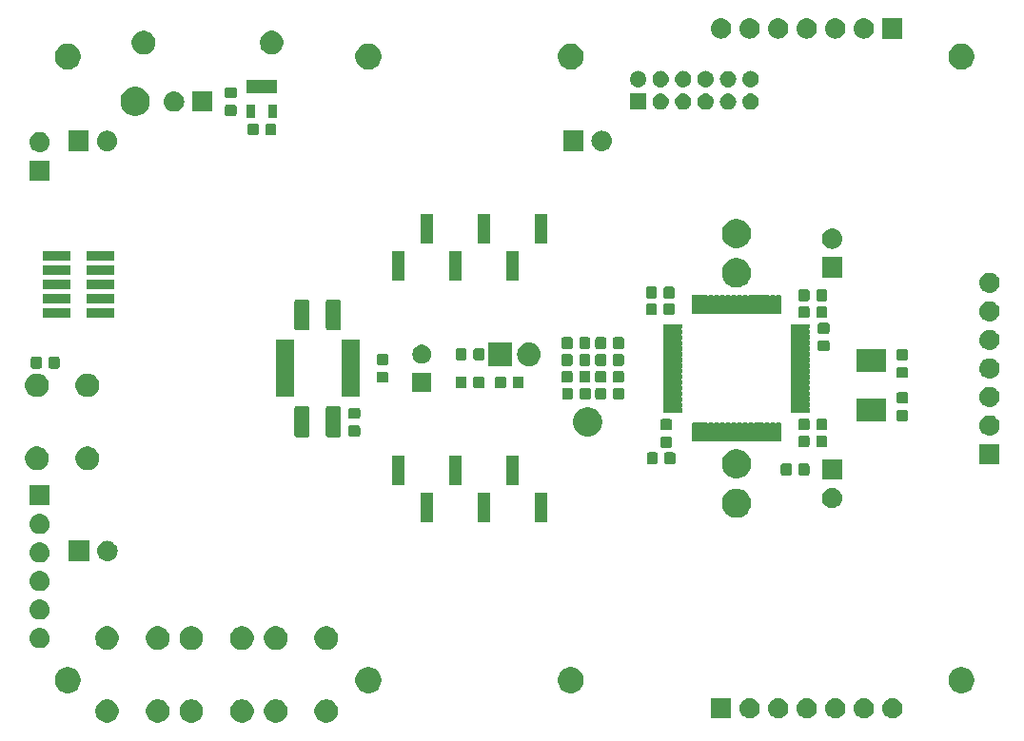
<source format=gbr>
%TF.GenerationSoftware,KiCad,Pcbnew,5.0.1*%
%TF.CreationDate,2019-02-10T21:41:56-05:00*%
%TF.ProjectId,board2,626F617264322E6B696361645F706362,rev?*%
%TF.SameCoordinates,PX5f5e100PY5f5e100*%
%TF.FileFunction,Soldermask,Top*%
%TF.FilePolarity,Negative*%
%FSLAX46Y46*%
G04 Gerber Fmt 4.6, Leading zero omitted, Abs format (unit mm)*
G04 Created by KiCad (PCBNEW 5.0.1) date Sun 10 Feb 2019 09:41:56 PM EST*
%MOMM*%
%LPD*%
G01*
G04 APERTURE LIST*
%ADD10C,0.100000*%
G04 APERTURE END LIST*
D10*
G36*
X-12443435Y-29489389D02*
X-12252166Y-29568615D01*
X-12080024Y-29683637D01*
X-11933637Y-29830024D01*
X-11818615Y-30002166D01*
X-11739389Y-30193435D01*
X-11699000Y-30396484D01*
X-11699000Y-30603516D01*
X-11739389Y-30806565D01*
X-11818615Y-30997834D01*
X-11933637Y-31169976D01*
X-12080024Y-31316363D01*
X-12252166Y-31431385D01*
X-12443435Y-31510611D01*
X-12646484Y-31551000D01*
X-12853516Y-31551000D01*
X-13056565Y-31510611D01*
X-13247834Y-31431385D01*
X-13419976Y-31316363D01*
X-13566363Y-31169976D01*
X-13681385Y-30997834D01*
X-13760611Y-30806565D01*
X-13801000Y-30603516D01*
X-13801000Y-30396484D01*
X-13760611Y-30193435D01*
X-13681385Y-30002166D01*
X-13566363Y-29830024D01*
X-13419976Y-29683637D01*
X-13247834Y-29568615D01*
X-13056565Y-29489389D01*
X-12853516Y-29449000D01*
X-12646484Y-29449000D01*
X-12443435Y-29489389D01*
X-12443435Y-29489389D01*
G37*
G36*
X-16943435Y-29489389D02*
X-16752166Y-29568615D01*
X-16580024Y-29683637D01*
X-16433637Y-29830024D01*
X-16318615Y-30002166D01*
X-16239389Y-30193435D01*
X-16199000Y-30396484D01*
X-16199000Y-30603516D01*
X-16239389Y-30806565D01*
X-16318615Y-30997834D01*
X-16433637Y-31169976D01*
X-16580024Y-31316363D01*
X-16752166Y-31431385D01*
X-16943435Y-31510611D01*
X-17146484Y-31551000D01*
X-17353516Y-31551000D01*
X-17556565Y-31510611D01*
X-17747834Y-31431385D01*
X-17919976Y-31316363D01*
X-18066363Y-31169976D01*
X-18181385Y-30997834D01*
X-18260611Y-30806565D01*
X-18301000Y-30603516D01*
X-18301000Y-30396484D01*
X-18260611Y-30193435D01*
X-18181385Y-30002166D01*
X-18066363Y-29830024D01*
X-17919976Y-29683637D01*
X-17747834Y-29568615D01*
X-17556565Y-29489389D01*
X-17353516Y-29449000D01*
X-17146484Y-29449000D01*
X-16943435Y-29489389D01*
X-16943435Y-29489389D01*
G37*
G36*
X-27443435Y-29489389D02*
X-27252166Y-29568615D01*
X-27080024Y-29683637D01*
X-26933637Y-29830024D01*
X-26818615Y-30002166D01*
X-26739389Y-30193435D01*
X-26699000Y-30396484D01*
X-26699000Y-30603516D01*
X-26739389Y-30806565D01*
X-26818615Y-30997834D01*
X-26933637Y-31169976D01*
X-27080024Y-31316363D01*
X-27252166Y-31431385D01*
X-27443435Y-31510611D01*
X-27646484Y-31551000D01*
X-27853516Y-31551000D01*
X-28056565Y-31510611D01*
X-28247834Y-31431385D01*
X-28419976Y-31316363D01*
X-28566363Y-31169976D01*
X-28681385Y-30997834D01*
X-28760611Y-30806565D01*
X-28801000Y-30603516D01*
X-28801000Y-30396484D01*
X-28760611Y-30193435D01*
X-28681385Y-30002166D01*
X-28566363Y-29830024D01*
X-28419976Y-29683637D01*
X-28247834Y-29568615D01*
X-28056565Y-29489389D01*
X-27853516Y-29449000D01*
X-27646484Y-29449000D01*
X-27443435Y-29489389D01*
X-27443435Y-29489389D01*
G37*
G36*
X-31943435Y-29489389D02*
X-31752166Y-29568615D01*
X-31580024Y-29683637D01*
X-31433637Y-29830024D01*
X-31318615Y-30002166D01*
X-31239389Y-30193435D01*
X-31199000Y-30396484D01*
X-31199000Y-30603516D01*
X-31239389Y-30806565D01*
X-31318615Y-30997834D01*
X-31433637Y-31169976D01*
X-31580024Y-31316363D01*
X-31752166Y-31431385D01*
X-31943435Y-31510611D01*
X-32146484Y-31551000D01*
X-32353516Y-31551000D01*
X-32556565Y-31510611D01*
X-32747834Y-31431385D01*
X-32919976Y-31316363D01*
X-33066363Y-31169976D01*
X-33181385Y-30997834D01*
X-33260611Y-30806565D01*
X-33301000Y-30603516D01*
X-33301000Y-30396484D01*
X-33260611Y-30193435D01*
X-33181385Y-30002166D01*
X-33066363Y-29830024D01*
X-32919976Y-29683637D01*
X-32747834Y-29568615D01*
X-32556565Y-29489389D01*
X-32353516Y-29449000D01*
X-32146484Y-29449000D01*
X-31943435Y-29489389D01*
X-31943435Y-29489389D01*
G37*
G36*
X-19943435Y-29489389D02*
X-19752166Y-29568615D01*
X-19580024Y-29683637D01*
X-19433637Y-29830024D01*
X-19318615Y-30002166D01*
X-19239389Y-30193435D01*
X-19199000Y-30396484D01*
X-19199000Y-30603516D01*
X-19239389Y-30806565D01*
X-19318615Y-30997834D01*
X-19433637Y-31169976D01*
X-19580024Y-31316363D01*
X-19752166Y-31431385D01*
X-19943435Y-31510611D01*
X-20146484Y-31551000D01*
X-20353516Y-31551000D01*
X-20556565Y-31510611D01*
X-20747834Y-31431385D01*
X-20919976Y-31316363D01*
X-21066363Y-31169976D01*
X-21181385Y-30997834D01*
X-21260611Y-30806565D01*
X-21301000Y-30603516D01*
X-21301000Y-30396484D01*
X-21260611Y-30193435D01*
X-21181385Y-30002166D01*
X-21066363Y-29830024D01*
X-20919976Y-29683637D01*
X-20747834Y-29568615D01*
X-20556565Y-29489389D01*
X-20353516Y-29449000D01*
X-20146484Y-29449000D01*
X-19943435Y-29489389D01*
X-19943435Y-29489389D01*
G37*
G36*
X-24443435Y-29489389D02*
X-24252166Y-29568615D01*
X-24080024Y-29683637D01*
X-23933637Y-29830024D01*
X-23818615Y-30002166D01*
X-23739389Y-30193435D01*
X-23699000Y-30396484D01*
X-23699000Y-30603516D01*
X-23739389Y-30806565D01*
X-23818615Y-30997834D01*
X-23933637Y-31169976D01*
X-24080024Y-31316363D01*
X-24252166Y-31431385D01*
X-24443435Y-31510611D01*
X-24646484Y-31551000D01*
X-24853516Y-31551000D01*
X-25056565Y-31510611D01*
X-25247834Y-31431385D01*
X-25419976Y-31316363D01*
X-25566363Y-31169976D01*
X-25681385Y-30997834D01*
X-25760611Y-30806565D01*
X-25801000Y-30603516D01*
X-25801000Y-30396484D01*
X-25760611Y-30193435D01*
X-25681385Y-30002166D01*
X-25566363Y-29830024D01*
X-25419976Y-29683637D01*
X-25247834Y-29568615D01*
X-25056565Y-29489389D01*
X-24853516Y-29449000D01*
X-24646484Y-29449000D01*
X-24443435Y-29489389D01*
X-24443435Y-29489389D01*
G37*
G36*
X27570443Y-29355519D02*
X27636627Y-29362037D01*
X27749853Y-29396384D01*
X27806467Y-29413557D01*
X27872775Y-29449000D01*
X27962991Y-29497222D01*
X27998729Y-29526552D01*
X28100186Y-29609814D01*
X28160768Y-29683635D01*
X28212778Y-29747009D01*
X28212779Y-29747011D01*
X28296443Y-29903533D01*
X28296443Y-29903534D01*
X28347963Y-30073373D01*
X28365359Y-30250000D01*
X28347963Y-30426627D01*
X28313616Y-30539853D01*
X28296443Y-30596467D01*
X28292676Y-30603514D01*
X28212778Y-30752991D01*
X28183448Y-30788729D01*
X28100186Y-30890186D01*
X27998729Y-30973448D01*
X27962991Y-31002778D01*
X27962989Y-31002779D01*
X27806467Y-31086443D01*
X27749853Y-31103616D01*
X27636627Y-31137963D01*
X27570443Y-31144481D01*
X27504260Y-31151000D01*
X27415740Y-31151000D01*
X27349557Y-31144481D01*
X27283373Y-31137963D01*
X27170147Y-31103616D01*
X27113533Y-31086443D01*
X26957011Y-31002779D01*
X26957009Y-31002778D01*
X26921271Y-30973448D01*
X26819814Y-30890186D01*
X26736552Y-30788729D01*
X26707222Y-30752991D01*
X26627324Y-30603514D01*
X26623557Y-30596467D01*
X26606384Y-30539853D01*
X26572037Y-30426627D01*
X26554641Y-30250000D01*
X26572037Y-30073373D01*
X26623557Y-29903534D01*
X26623557Y-29903533D01*
X26707221Y-29747011D01*
X26707222Y-29747009D01*
X26759232Y-29683635D01*
X26819814Y-29609814D01*
X26921271Y-29526552D01*
X26957009Y-29497222D01*
X27047225Y-29449000D01*
X27113533Y-29413557D01*
X27170147Y-29396384D01*
X27283373Y-29362037D01*
X27349557Y-29355519D01*
X27415740Y-29349000D01*
X27504260Y-29349000D01*
X27570443Y-29355519D01*
X27570443Y-29355519D01*
G37*
G36*
X25030443Y-29355519D02*
X25096627Y-29362037D01*
X25209853Y-29396384D01*
X25266467Y-29413557D01*
X25332775Y-29449000D01*
X25422991Y-29497222D01*
X25458729Y-29526552D01*
X25560186Y-29609814D01*
X25620768Y-29683635D01*
X25672778Y-29747009D01*
X25672779Y-29747011D01*
X25756443Y-29903533D01*
X25756443Y-29903534D01*
X25807963Y-30073373D01*
X25825359Y-30250000D01*
X25807963Y-30426627D01*
X25773616Y-30539853D01*
X25756443Y-30596467D01*
X25752676Y-30603514D01*
X25672778Y-30752991D01*
X25643448Y-30788729D01*
X25560186Y-30890186D01*
X25458729Y-30973448D01*
X25422991Y-31002778D01*
X25422989Y-31002779D01*
X25266467Y-31086443D01*
X25209853Y-31103616D01*
X25096627Y-31137963D01*
X25030443Y-31144481D01*
X24964260Y-31151000D01*
X24875740Y-31151000D01*
X24809557Y-31144481D01*
X24743373Y-31137963D01*
X24630147Y-31103616D01*
X24573533Y-31086443D01*
X24417011Y-31002779D01*
X24417009Y-31002778D01*
X24381271Y-30973448D01*
X24279814Y-30890186D01*
X24196552Y-30788729D01*
X24167222Y-30752991D01*
X24087324Y-30603514D01*
X24083557Y-30596467D01*
X24066384Y-30539853D01*
X24032037Y-30426627D01*
X24014641Y-30250000D01*
X24032037Y-30073373D01*
X24083557Y-29903534D01*
X24083557Y-29903533D01*
X24167221Y-29747011D01*
X24167222Y-29747009D01*
X24219232Y-29683635D01*
X24279814Y-29609814D01*
X24381271Y-29526552D01*
X24417009Y-29497222D01*
X24507225Y-29449000D01*
X24573533Y-29413557D01*
X24630147Y-29396384D01*
X24743373Y-29362037D01*
X24809557Y-29355519D01*
X24875740Y-29349000D01*
X24964260Y-29349000D01*
X25030443Y-29355519D01*
X25030443Y-29355519D01*
G37*
G36*
X23281000Y-31151000D02*
X21479000Y-31151000D01*
X21479000Y-29349000D01*
X23281000Y-29349000D01*
X23281000Y-31151000D01*
X23281000Y-31151000D01*
G37*
G36*
X37730443Y-29355519D02*
X37796627Y-29362037D01*
X37909853Y-29396384D01*
X37966467Y-29413557D01*
X38032775Y-29449000D01*
X38122991Y-29497222D01*
X38158729Y-29526552D01*
X38260186Y-29609814D01*
X38320768Y-29683635D01*
X38372778Y-29747009D01*
X38372779Y-29747011D01*
X38456443Y-29903533D01*
X38456443Y-29903534D01*
X38507963Y-30073373D01*
X38525359Y-30250000D01*
X38507963Y-30426627D01*
X38473616Y-30539853D01*
X38456443Y-30596467D01*
X38452676Y-30603514D01*
X38372778Y-30752991D01*
X38343448Y-30788729D01*
X38260186Y-30890186D01*
X38158729Y-30973448D01*
X38122991Y-31002778D01*
X38122989Y-31002779D01*
X37966467Y-31086443D01*
X37909853Y-31103616D01*
X37796627Y-31137963D01*
X37730443Y-31144481D01*
X37664260Y-31151000D01*
X37575740Y-31151000D01*
X37509557Y-31144481D01*
X37443373Y-31137963D01*
X37330147Y-31103616D01*
X37273533Y-31086443D01*
X37117011Y-31002779D01*
X37117009Y-31002778D01*
X37081271Y-30973448D01*
X36979814Y-30890186D01*
X36896552Y-30788729D01*
X36867222Y-30752991D01*
X36787324Y-30603514D01*
X36783557Y-30596467D01*
X36766384Y-30539853D01*
X36732037Y-30426627D01*
X36714641Y-30250000D01*
X36732037Y-30073373D01*
X36783557Y-29903534D01*
X36783557Y-29903533D01*
X36867221Y-29747011D01*
X36867222Y-29747009D01*
X36919232Y-29683635D01*
X36979814Y-29609814D01*
X37081271Y-29526552D01*
X37117009Y-29497222D01*
X37207225Y-29449000D01*
X37273533Y-29413557D01*
X37330147Y-29396384D01*
X37443373Y-29362037D01*
X37509557Y-29355519D01*
X37575740Y-29349000D01*
X37664260Y-29349000D01*
X37730443Y-29355519D01*
X37730443Y-29355519D01*
G37*
G36*
X30110443Y-29355519D02*
X30176627Y-29362037D01*
X30289853Y-29396384D01*
X30346467Y-29413557D01*
X30412775Y-29449000D01*
X30502991Y-29497222D01*
X30538729Y-29526552D01*
X30640186Y-29609814D01*
X30700768Y-29683635D01*
X30752778Y-29747009D01*
X30752779Y-29747011D01*
X30836443Y-29903533D01*
X30836443Y-29903534D01*
X30887963Y-30073373D01*
X30905359Y-30250000D01*
X30887963Y-30426627D01*
X30853616Y-30539853D01*
X30836443Y-30596467D01*
X30832676Y-30603514D01*
X30752778Y-30752991D01*
X30723448Y-30788729D01*
X30640186Y-30890186D01*
X30538729Y-30973448D01*
X30502991Y-31002778D01*
X30502989Y-31002779D01*
X30346467Y-31086443D01*
X30289853Y-31103616D01*
X30176627Y-31137963D01*
X30110443Y-31144481D01*
X30044260Y-31151000D01*
X29955740Y-31151000D01*
X29889557Y-31144481D01*
X29823373Y-31137963D01*
X29710147Y-31103616D01*
X29653533Y-31086443D01*
X29497011Y-31002779D01*
X29497009Y-31002778D01*
X29461271Y-30973448D01*
X29359814Y-30890186D01*
X29276552Y-30788729D01*
X29247222Y-30752991D01*
X29167324Y-30603514D01*
X29163557Y-30596467D01*
X29146384Y-30539853D01*
X29112037Y-30426627D01*
X29094641Y-30250000D01*
X29112037Y-30073373D01*
X29163557Y-29903534D01*
X29163557Y-29903533D01*
X29247221Y-29747011D01*
X29247222Y-29747009D01*
X29299232Y-29683635D01*
X29359814Y-29609814D01*
X29461271Y-29526552D01*
X29497009Y-29497222D01*
X29587225Y-29449000D01*
X29653533Y-29413557D01*
X29710147Y-29396384D01*
X29823373Y-29362037D01*
X29889557Y-29355519D01*
X29955740Y-29349000D01*
X30044260Y-29349000D01*
X30110443Y-29355519D01*
X30110443Y-29355519D01*
G37*
G36*
X32650443Y-29355519D02*
X32716627Y-29362037D01*
X32829853Y-29396384D01*
X32886467Y-29413557D01*
X32952775Y-29449000D01*
X33042991Y-29497222D01*
X33078729Y-29526552D01*
X33180186Y-29609814D01*
X33240768Y-29683635D01*
X33292778Y-29747009D01*
X33292779Y-29747011D01*
X33376443Y-29903533D01*
X33376443Y-29903534D01*
X33427963Y-30073373D01*
X33445359Y-30250000D01*
X33427963Y-30426627D01*
X33393616Y-30539853D01*
X33376443Y-30596467D01*
X33372676Y-30603514D01*
X33292778Y-30752991D01*
X33263448Y-30788729D01*
X33180186Y-30890186D01*
X33078729Y-30973448D01*
X33042991Y-31002778D01*
X33042989Y-31002779D01*
X32886467Y-31086443D01*
X32829853Y-31103616D01*
X32716627Y-31137963D01*
X32650443Y-31144481D01*
X32584260Y-31151000D01*
X32495740Y-31151000D01*
X32429557Y-31144481D01*
X32363373Y-31137963D01*
X32250147Y-31103616D01*
X32193533Y-31086443D01*
X32037011Y-31002779D01*
X32037009Y-31002778D01*
X32001271Y-30973448D01*
X31899814Y-30890186D01*
X31816552Y-30788729D01*
X31787222Y-30752991D01*
X31707324Y-30603514D01*
X31703557Y-30596467D01*
X31686384Y-30539853D01*
X31652037Y-30426627D01*
X31634641Y-30250000D01*
X31652037Y-30073373D01*
X31703557Y-29903534D01*
X31703557Y-29903533D01*
X31787221Y-29747011D01*
X31787222Y-29747009D01*
X31839232Y-29683635D01*
X31899814Y-29609814D01*
X32001271Y-29526552D01*
X32037009Y-29497222D01*
X32127225Y-29449000D01*
X32193533Y-29413557D01*
X32250147Y-29396384D01*
X32363373Y-29362037D01*
X32429557Y-29355519D01*
X32495740Y-29349000D01*
X32584260Y-29349000D01*
X32650443Y-29355519D01*
X32650443Y-29355519D01*
G37*
G36*
X35190443Y-29355519D02*
X35256627Y-29362037D01*
X35369853Y-29396384D01*
X35426467Y-29413557D01*
X35492775Y-29449000D01*
X35582991Y-29497222D01*
X35618729Y-29526552D01*
X35720186Y-29609814D01*
X35780768Y-29683635D01*
X35832778Y-29747009D01*
X35832779Y-29747011D01*
X35916443Y-29903533D01*
X35916443Y-29903534D01*
X35967963Y-30073373D01*
X35985359Y-30250000D01*
X35967963Y-30426627D01*
X35933616Y-30539853D01*
X35916443Y-30596467D01*
X35912676Y-30603514D01*
X35832778Y-30752991D01*
X35803448Y-30788729D01*
X35720186Y-30890186D01*
X35618729Y-30973448D01*
X35582991Y-31002778D01*
X35582989Y-31002779D01*
X35426467Y-31086443D01*
X35369853Y-31103616D01*
X35256627Y-31137963D01*
X35190443Y-31144481D01*
X35124260Y-31151000D01*
X35035740Y-31151000D01*
X34969557Y-31144481D01*
X34903373Y-31137963D01*
X34790147Y-31103616D01*
X34733533Y-31086443D01*
X34577011Y-31002779D01*
X34577009Y-31002778D01*
X34541271Y-30973448D01*
X34439814Y-30890186D01*
X34356552Y-30788729D01*
X34327222Y-30752991D01*
X34247324Y-30603514D01*
X34243557Y-30596467D01*
X34226384Y-30539853D01*
X34192037Y-30426627D01*
X34174641Y-30250000D01*
X34192037Y-30073373D01*
X34243557Y-29903534D01*
X34243557Y-29903533D01*
X34327221Y-29747011D01*
X34327222Y-29747009D01*
X34379232Y-29683635D01*
X34439814Y-29609814D01*
X34541271Y-29526552D01*
X34577009Y-29497222D01*
X34667225Y-29449000D01*
X34733533Y-29413557D01*
X34790147Y-29396384D01*
X34903373Y-29362037D01*
X34969557Y-29355519D01*
X35035740Y-29349000D01*
X35124260Y-29349000D01*
X35190443Y-29355519D01*
X35190443Y-29355519D01*
G37*
G36*
X44085734Y-26643232D02*
X44295202Y-26729996D01*
X44483723Y-26855962D01*
X44644038Y-27016277D01*
X44770004Y-27204798D01*
X44856768Y-27414266D01*
X44901000Y-27636635D01*
X44901000Y-27863365D01*
X44856768Y-28085734D01*
X44770004Y-28295202D01*
X44644038Y-28483723D01*
X44483723Y-28644038D01*
X44295202Y-28770004D01*
X44085734Y-28856768D01*
X43863365Y-28901000D01*
X43636635Y-28901000D01*
X43414266Y-28856768D01*
X43204798Y-28770004D01*
X43016277Y-28644038D01*
X42855962Y-28483723D01*
X42729996Y-28295202D01*
X42643232Y-28085734D01*
X42599000Y-27863365D01*
X42599000Y-27636635D01*
X42643232Y-27414266D01*
X42729996Y-27204798D01*
X42855962Y-27016277D01*
X43016277Y-26855962D01*
X43204798Y-26729996D01*
X43414266Y-26643232D01*
X43636635Y-26599000D01*
X43863365Y-26599000D01*
X44085734Y-26643232D01*
X44085734Y-26643232D01*
G37*
G36*
X-35414266Y-26643232D02*
X-35204798Y-26729996D01*
X-35016277Y-26855962D01*
X-34855962Y-27016277D01*
X-34729996Y-27204798D01*
X-34643232Y-27414266D01*
X-34599000Y-27636635D01*
X-34599000Y-27863365D01*
X-34643232Y-28085734D01*
X-34729996Y-28295202D01*
X-34855962Y-28483723D01*
X-35016277Y-28644038D01*
X-35204798Y-28770004D01*
X-35414266Y-28856768D01*
X-35636635Y-28901000D01*
X-35863365Y-28901000D01*
X-36085734Y-28856768D01*
X-36295202Y-28770004D01*
X-36483723Y-28644038D01*
X-36644038Y-28483723D01*
X-36770004Y-28295202D01*
X-36856768Y-28085734D01*
X-36901000Y-27863365D01*
X-36901000Y-27636635D01*
X-36856768Y-27414266D01*
X-36770004Y-27204798D01*
X-36644038Y-27016277D01*
X-36483723Y-26855962D01*
X-36295202Y-26729996D01*
X-36085734Y-26643232D01*
X-35863365Y-26599000D01*
X-35636635Y-26599000D01*
X-35414266Y-26643232D01*
X-35414266Y-26643232D01*
G37*
G36*
X-8664266Y-26643232D02*
X-8454798Y-26729996D01*
X-8266277Y-26855962D01*
X-8105962Y-27016277D01*
X-7979996Y-27204798D01*
X-7893232Y-27414266D01*
X-7849000Y-27636635D01*
X-7849000Y-27863365D01*
X-7893232Y-28085734D01*
X-7979996Y-28295202D01*
X-8105962Y-28483723D01*
X-8266277Y-28644038D01*
X-8454798Y-28770004D01*
X-8664266Y-28856768D01*
X-8886635Y-28901000D01*
X-9113365Y-28901000D01*
X-9335734Y-28856768D01*
X-9545202Y-28770004D01*
X-9733723Y-28644038D01*
X-9894038Y-28483723D01*
X-10020004Y-28295202D01*
X-10106768Y-28085734D01*
X-10151000Y-27863365D01*
X-10151000Y-27636635D01*
X-10106768Y-27414266D01*
X-10020004Y-27204798D01*
X-9894038Y-27016277D01*
X-9733723Y-26855962D01*
X-9545202Y-26729996D01*
X-9335734Y-26643232D01*
X-9113365Y-26599000D01*
X-8886635Y-26599000D01*
X-8664266Y-26643232D01*
X-8664266Y-26643232D01*
G37*
G36*
X9335734Y-26643232D02*
X9545202Y-26729996D01*
X9733723Y-26855962D01*
X9894038Y-27016277D01*
X10020004Y-27204798D01*
X10106768Y-27414266D01*
X10151000Y-27636635D01*
X10151000Y-27863365D01*
X10106768Y-28085734D01*
X10020004Y-28295202D01*
X9894038Y-28483723D01*
X9733723Y-28644038D01*
X9545202Y-28770004D01*
X9335734Y-28856768D01*
X9113365Y-28901000D01*
X8886635Y-28901000D01*
X8664266Y-28856768D01*
X8454798Y-28770004D01*
X8266277Y-28644038D01*
X8105962Y-28483723D01*
X7979996Y-28295202D01*
X7893232Y-28085734D01*
X7849000Y-27863365D01*
X7849000Y-27636635D01*
X7893232Y-27414266D01*
X7979996Y-27204798D01*
X8105962Y-27016277D01*
X8266277Y-26855962D01*
X8454798Y-26729996D01*
X8664266Y-26643232D01*
X8886635Y-26599000D01*
X9113365Y-26599000D01*
X9335734Y-26643232D01*
X9335734Y-26643232D01*
G37*
G36*
X-27443435Y-22989389D02*
X-27252166Y-23068615D01*
X-27080024Y-23183637D01*
X-26933637Y-23330024D01*
X-26818615Y-23502166D01*
X-26739389Y-23693435D01*
X-26699000Y-23896484D01*
X-26699000Y-24103516D01*
X-26739389Y-24306565D01*
X-26818615Y-24497834D01*
X-26933637Y-24669976D01*
X-27080024Y-24816363D01*
X-27252166Y-24931385D01*
X-27443435Y-25010611D01*
X-27646484Y-25051000D01*
X-27853516Y-25051000D01*
X-28056565Y-25010611D01*
X-28247834Y-24931385D01*
X-28419976Y-24816363D01*
X-28566363Y-24669976D01*
X-28681385Y-24497834D01*
X-28760611Y-24306565D01*
X-28801000Y-24103516D01*
X-28801000Y-23896484D01*
X-28760611Y-23693435D01*
X-28681385Y-23502166D01*
X-28566363Y-23330024D01*
X-28419976Y-23183637D01*
X-28247834Y-23068615D01*
X-28056565Y-22989389D01*
X-27853516Y-22949000D01*
X-27646484Y-22949000D01*
X-27443435Y-22989389D01*
X-27443435Y-22989389D01*
G37*
G36*
X-16943435Y-22989389D02*
X-16752166Y-23068615D01*
X-16580024Y-23183637D01*
X-16433637Y-23330024D01*
X-16318615Y-23502166D01*
X-16239389Y-23693435D01*
X-16199000Y-23896484D01*
X-16199000Y-24103516D01*
X-16239389Y-24306565D01*
X-16318615Y-24497834D01*
X-16433637Y-24669976D01*
X-16580024Y-24816363D01*
X-16752166Y-24931385D01*
X-16943435Y-25010611D01*
X-17146484Y-25051000D01*
X-17353516Y-25051000D01*
X-17556565Y-25010611D01*
X-17747834Y-24931385D01*
X-17919976Y-24816363D01*
X-18066363Y-24669976D01*
X-18181385Y-24497834D01*
X-18260611Y-24306565D01*
X-18301000Y-24103516D01*
X-18301000Y-23896484D01*
X-18260611Y-23693435D01*
X-18181385Y-23502166D01*
X-18066363Y-23330024D01*
X-17919976Y-23183637D01*
X-17747834Y-23068615D01*
X-17556565Y-22989389D01*
X-17353516Y-22949000D01*
X-17146484Y-22949000D01*
X-16943435Y-22989389D01*
X-16943435Y-22989389D01*
G37*
G36*
X-12443435Y-22989389D02*
X-12252166Y-23068615D01*
X-12080024Y-23183637D01*
X-11933637Y-23330024D01*
X-11818615Y-23502166D01*
X-11739389Y-23693435D01*
X-11699000Y-23896484D01*
X-11699000Y-24103516D01*
X-11739389Y-24306565D01*
X-11818615Y-24497834D01*
X-11933637Y-24669976D01*
X-12080024Y-24816363D01*
X-12252166Y-24931385D01*
X-12443435Y-25010611D01*
X-12646484Y-25051000D01*
X-12853516Y-25051000D01*
X-13056565Y-25010611D01*
X-13247834Y-24931385D01*
X-13419976Y-24816363D01*
X-13566363Y-24669976D01*
X-13681385Y-24497834D01*
X-13760611Y-24306565D01*
X-13801000Y-24103516D01*
X-13801000Y-23896484D01*
X-13760611Y-23693435D01*
X-13681385Y-23502166D01*
X-13566363Y-23330024D01*
X-13419976Y-23183637D01*
X-13247834Y-23068615D01*
X-13056565Y-22989389D01*
X-12853516Y-22949000D01*
X-12646484Y-22949000D01*
X-12443435Y-22989389D01*
X-12443435Y-22989389D01*
G37*
G36*
X-19943435Y-22989389D02*
X-19752166Y-23068615D01*
X-19580024Y-23183637D01*
X-19433637Y-23330024D01*
X-19318615Y-23502166D01*
X-19239389Y-23693435D01*
X-19199000Y-23896484D01*
X-19199000Y-24103516D01*
X-19239389Y-24306565D01*
X-19318615Y-24497834D01*
X-19433637Y-24669976D01*
X-19580024Y-24816363D01*
X-19752166Y-24931385D01*
X-19943435Y-25010611D01*
X-20146484Y-25051000D01*
X-20353516Y-25051000D01*
X-20556565Y-25010611D01*
X-20747834Y-24931385D01*
X-20919976Y-24816363D01*
X-21066363Y-24669976D01*
X-21181385Y-24497834D01*
X-21260611Y-24306565D01*
X-21301000Y-24103516D01*
X-21301000Y-23896484D01*
X-21260611Y-23693435D01*
X-21181385Y-23502166D01*
X-21066363Y-23330024D01*
X-20919976Y-23183637D01*
X-20747834Y-23068615D01*
X-20556565Y-22989389D01*
X-20353516Y-22949000D01*
X-20146484Y-22949000D01*
X-19943435Y-22989389D01*
X-19943435Y-22989389D01*
G37*
G36*
X-31943435Y-22989389D02*
X-31752166Y-23068615D01*
X-31580024Y-23183637D01*
X-31433637Y-23330024D01*
X-31318615Y-23502166D01*
X-31239389Y-23693435D01*
X-31199000Y-23896484D01*
X-31199000Y-24103516D01*
X-31239389Y-24306565D01*
X-31318615Y-24497834D01*
X-31433637Y-24669976D01*
X-31580024Y-24816363D01*
X-31752166Y-24931385D01*
X-31943435Y-25010611D01*
X-32146484Y-25051000D01*
X-32353516Y-25051000D01*
X-32556565Y-25010611D01*
X-32747834Y-24931385D01*
X-32919976Y-24816363D01*
X-33066363Y-24669976D01*
X-33181385Y-24497834D01*
X-33260611Y-24306565D01*
X-33301000Y-24103516D01*
X-33301000Y-23896484D01*
X-33260611Y-23693435D01*
X-33181385Y-23502166D01*
X-33066363Y-23330024D01*
X-32919976Y-23183637D01*
X-32747834Y-23068615D01*
X-32556565Y-22989389D01*
X-32353516Y-22949000D01*
X-32146484Y-22949000D01*
X-31943435Y-22989389D01*
X-31943435Y-22989389D01*
G37*
G36*
X-24443435Y-22989389D02*
X-24252166Y-23068615D01*
X-24080024Y-23183637D01*
X-23933637Y-23330024D01*
X-23818615Y-23502166D01*
X-23739389Y-23693435D01*
X-23699000Y-23896484D01*
X-23699000Y-24103516D01*
X-23739389Y-24306565D01*
X-23818615Y-24497834D01*
X-23933637Y-24669976D01*
X-24080024Y-24816363D01*
X-24252166Y-24931385D01*
X-24443435Y-25010611D01*
X-24646484Y-25051000D01*
X-24853516Y-25051000D01*
X-25056565Y-25010611D01*
X-25247834Y-24931385D01*
X-25419976Y-24816363D01*
X-25566363Y-24669976D01*
X-25681385Y-24497834D01*
X-25760611Y-24306565D01*
X-25801000Y-24103516D01*
X-25801000Y-23896484D01*
X-25760611Y-23693435D01*
X-25681385Y-23502166D01*
X-25566363Y-23330024D01*
X-25419976Y-23183637D01*
X-25247834Y-23068615D01*
X-25056565Y-22989389D01*
X-24853516Y-22949000D01*
X-24646484Y-22949000D01*
X-24443435Y-22989389D01*
X-24443435Y-22989389D01*
G37*
G36*
X-38139557Y-23105519D02*
X-38073373Y-23112037D01*
X-37960147Y-23146384D01*
X-37903533Y-23163557D01*
X-37865967Y-23183637D01*
X-37747009Y-23247222D01*
X-37711271Y-23276552D01*
X-37609814Y-23359814D01*
X-37526552Y-23461271D01*
X-37497222Y-23497009D01*
X-37497221Y-23497011D01*
X-37413557Y-23653533D01*
X-37413557Y-23653534D01*
X-37362037Y-23823373D01*
X-37344641Y-24000000D01*
X-37362037Y-24176627D01*
X-37396384Y-24289853D01*
X-37413557Y-24346467D01*
X-37487652Y-24485087D01*
X-37497222Y-24502991D01*
X-37526552Y-24538729D01*
X-37609814Y-24640186D01*
X-37711271Y-24723448D01*
X-37747009Y-24752778D01*
X-37747011Y-24752779D01*
X-37903533Y-24836443D01*
X-37960147Y-24853616D01*
X-38073373Y-24887963D01*
X-38139558Y-24894482D01*
X-38205740Y-24901000D01*
X-38294260Y-24901000D01*
X-38360442Y-24894482D01*
X-38426627Y-24887963D01*
X-38539853Y-24853616D01*
X-38596467Y-24836443D01*
X-38752989Y-24752779D01*
X-38752991Y-24752778D01*
X-38788729Y-24723448D01*
X-38890186Y-24640186D01*
X-38973448Y-24538729D01*
X-39002778Y-24502991D01*
X-39012348Y-24485087D01*
X-39086443Y-24346467D01*
X-39103616Y-24289853D01*
X-39137963Y-24176627D01*
X-39155359Y-24000000D01*
X-39137963Y-23823373D01*
X-39086443Y-23653534D01*
X-39086443Y-23653533D01*
X-39002779Y-23497011D01*
X-39002778Y-23497009D01*
X-38973448Y-23461271D01*
X-38890186Y-23359814D01*
X-38788729Y-23276552D01*
X-38752991Y-23247222D01*
X-38634033Y-23183637D01*
X-38596467Y-23163557D01*
X-38539853Y-23146384D01*
X-38426627Y-23112037D01*
X-38360443Y-23105519D01*
X-38294260Y-23099000D01*
X-38205740Y-23099000D01*
X-38139557Y-23105519D01*
X-38139557Y-23105519D01*
G37*
G36*
X-38139557Y-20565519D02*
X-38073373Y-20572037D01*
X-37960147Y-20606384D01*
X-37903533Y-20623557D01*
X-37764913Y-20697652D01*
X-37747009Y-20707222D01*
X-37711271Y-20736552D01*
X-37609814Y-20819814D01*
X-37526552Y-20921271D01*
X-37497222Y-20957009D01*
X-37497221Y-20957011D01*
X-37413557Y-21113533D01*
X-37413557Y-21113534D01*
X-37362037Y-21283373D01*
X-37344641Y-21460000D01*
X-37362037Y-21636627D01*
X-37396384Y-21749853D01*
X-37413557Y-21806467D01*
X-37487652Y-21945087D01*
X-37497222Y-21962991D01*
X-37526552Y-21998729D01*
X-37609814Y-22100186D01*
X-37711271Y-22183448D01*
X-37747009Y-22212778D01*
X-37747011Y-22212779D01*
X-37903533Y-22296443D01*
X-37960147Y-22313616D01*
X-38073373Y-22347963D01*
X-38139557Y-22354481D01*
X-38205740Y-22361000D01*
X-38294260Y-22361000D01*
X-38360443Y-22354481D01*
X-38426627Y-22347963D01*
X-38539853Y-22313616D01*
X-38596467Y-22296443D01*
X-38752989Y-22212779D01*
X-38752991Y-22212778D01*
X-38788729Y-22183448D01*
X-38890186Y-22100186D01*
X-38973448Y-21998729D01*
X-39002778Y-21962991D01*
X-39012348Y-21945087D01*
X-39086443Y-21806467D01*
X-39103616Y-21749853D01*
X-39137963Y-21636627D01*
X-39155359Y-21460000D01*
X-39137963Y-21283373D01*
X-39086443Y-21113534D01*
X-39086443Y-21113533D01*
X-39002779Y-20957011D01*
X-39002778Y-20957009D01*
X-38973448Y-20921271D01*
X-38890186Y-20819814D01*
X-38788729Y-20736552D01*
X-38752991Y-20707222D01*
X-38735087Y-20697652D01*
X-38596467Y-20623557D01*
X-38539853Y-20606384D01*
X-38426627Y-20572037D01*
X-38360443Y-20565519D01*
X-38294260Y-20559000D01*
X-38205740Y-20559000D01*
X-38139557Y-20565519D01*
X-38139557Y-20565519D01*
G37*
G36*
X-38139558Y-18025518D02*
X-38073373Y-18032037D01*
X-37960147Y-18066384D01*
X-37903533Y-18083557D01*
X-37764913Y-18157652D01*
X-37747009Y-18167222D01*
X-37711271Y-18196552D01*
X-37609814Y-18279814D01*
X-37526552Y-18381271D01*
X-37497222Y-18417009D01*
X-37497221Y-18417011D01*
X-37413557Y-18573533D01*
X-37413557Y-18573534D01*
X-37362037Y-18743373D01*
X-37344641Y-18920000D01*
X-37362037Y-19096627D01*
X-37396384Y-19209853D01*
X-37413557Y-19266467D01*
X-37487652Y-19405087D01*
X-37497222Y-19422991D01*
X-37526552Y-19458729D01*
X-37609814Y-19560186D01*
X-37711271Y-19643448D01*
X-37747009Y-19672778D01*
X-37747011Y-19672779D01*
X-37903533Y-19756443D01*
X-37960147Y-19773616D01*
X-38073373Y-19807963D01*
X-38139557Y-19814481D01*
X-38205740Y-19821000D01*
X-38294260Y-19821000D01*
X-38360443Y-19814481D01*
X-38426627Y-19807963D01*
X-38539853Y-19773616D01*
X-38596467Y-19756443D01*
X-38752989Y-19672779D01*
X-38752991Y-19672778D01*
X-38788729Y-19643448D01*
X-38890186Y-19560186D01*
X-38973448Y-19458729D01*
X-39002778Y-19422991D01*
X-39012348Y-19405087D01*
X-39086443Y-19266467D01*
X-39103616Y-19209853D01*
X-39137963Y-19096627D01*
X-39155359Y-18920000D01*
X-39137963Y-18743373D01*
X-39086443Y-18573534D01*
X-39086443Y-18573533D01*
X-39002779Y-18417011D01*
X-39002778Y-18417009D01*
X-38973448Y-18381271D01*
X-38890186Y-18279814D01*
X-38788729Y-18196552D01*
X-38752991Y-18167222D01*
X-38735087Y-18157652D01*
X-38596467Y-18083557D01*
X-38539853Y-18066384D01*
X-38426627Y-18032037D01*
X-38360442Y-18025518D01*
X-38294260Y-18019000D01*
X-38205740Y-18019000D01*
X-38139558Y-18025518D01*
X-38139558Y-18025518D01*
G37*
G36*
X-38139557Y-15485519D02*
X-38073373Y-15492037D01*
X-37960147Y-15526384D01*
X-37903533Y-15543557D01*
X-37779577Y-15609814D01*
X-37747009Y-15627222D01*
X-37711271Y-15656552D01*
X-37609814Y-15739814D01*
X-37526552Y-15841271D01*
X-37497222Y-15877009D01*
X-37497221Y-15877011D01*
X-37413557Y-16033533D01*
X-37413557Y-16033534D01*
X-37362037Y-16203373D01*
X-37344641Y-16380000D01*
X-37362037Y-16556627D01*
X-37396384Y-16669853D01*
X-37413557Y-16726467D01*
X-37427734Y-16752989D01*
X-37497222Y-16882991D01*
X-37503127Y-16890186D01*
X-37609814Y-17020186D01*
X-37690550Y-17086443D01*
X-37747009Y-17132778D01*
X-37747011Y-17132779D01*
X-37903533Y-17216443D01*
X-37960147Y-17233616D01*
X-38073373Y-17267963D01*
X-38139557Y-17274481D01*
X-38205740Y-17281000D01*
X-38294260Y-17281000D01*
X-38360443Y-17274481D01*
X-38426627Y-17267963D01*
X-38539853Y-17233616D01*
X-38596467Y-17216443D01*
X-38752989Y-17132779D01*
X-38752991Y-17132778D01*
X-38809450Y-17086443D01*
X-38890186Y-17020186D01*
X-38996873Y-16890186D01*
X-39002778Y-16882991D01*
X-39072266Y-16752989D01*
X-39086443Y-16726467D01*
X-39103616Y-16669853D01*
X-39137963Y-16556627D01*
X-39155359Y-16380000D01*
X-39137963Y-16203373D01*
X-39086443Y-16033534D01*
X-39086443Y-16033533D01*
X-39002779Y-15877011D01*
X-39002778Y-15877009D01*
X-38973448Y-15841271D01*
X-38890186Y-15739814D01*
X-38788729Y-15656552D01*
X-38752991Y-15627222D01*
X-38720423Y-15609814D01*
X-38596467Y-15543557D01*
X-38539853Y-15526384D01*
X-38426627Y-15492037D01*
X-38360443Y-15485519D01*
X-38294260Y-15479000D01*
X-38205740Y-15479000D01*
X-38139557Y-15485519D01*
X-38139557Y-15485519D01*
G37*
G36*
X-33849000Y-17151000D02*
X-35651000Y-17151000D01*
X-35651000Y-15349000D01*
X-33849000Y-15349000D01*
X-33849000Y-17151000D01*
X-33849000Y-17151000D01*
G37*
G36*
X-32099558Y-15355518D02*
X-32033373Y-15362037D01*
X-31920147Y-15396384D01*
X-31863533Y-15413557D01*
X-31741100Y-15479000D01*
X-31707009Y-15497222D01*
X-31671271Y-15526552D01*
X-31569814Y-15609814D01*
X-31486552Y-15711271D01*
X-31457222Y-15747009D01*
X-31457221Y-15747011D01*
X-31373557Y-15903533D01*
X-31373557Y-15903534D01*
X-31322037Y-16073373D01*
X-31304641Y-16250000D01*
X-31322037Y-16426627D01*
X-31356384Y-16539853D01*
X-31373557Y-16596467D01*
X-31447652Y-16735087D01*
X-31457222Y-16752991D01*
X-31486552Y-16788729D01*
X-31569814Y-16890186D01*
X-31671271Y-16973448D01*
X-31707009Y-17002778D01*
X-31707011Y-17002779D01*
X-31863533Y-17086443D01*
X-31920147Y-17103616D01*
X-32033373Y-17137963D01*
X-32099557Y-17144481D01*
X-32165740Y-17151000D01*
X-32254260Y-17151000D01*
X-32320443Y-17144481D01*
X-32386627Y-17137963D01*
X-32499853Y-17103616D01*
X-32556467Y-17086443D01*
X-32712989Y-17002779D01*
X-32712991Y-17002778D01*
X-32748729Y-16973448D01*
X-32850186Y-16890186D01*
X-32933448Y-16788729D01*
X-32962778Y-16752991D01*
X-32972348Y-16735087D01*
X-33046443Y-16596467D01*
X-33063616Y-16539853D01*
X-33097963Y-16426627D01*
X-33115359Y-16250000D01*
X-33097963Y-16073373D01*
X-33046443Y-15903534D01*
X-33046443Y-15903533D01*
X-32962779Y-15747011D01*
X-32962778Y-15747009D01*
X-32933448Y-15711271D01*
X-32850186Y-15609814D01*
X-32748729Y-15526552D01*
X-32712991Y-15497222D01*
X-32678900Y-15479000D01*
X-32556467Y-15413557D01*
X-32499853Y-15396384D01*
X-32386627Y-15362037D01*
X-32320442Y-15355518D01*
X-32254260Y-15349000D01*
X-32165740Y-15349000D01*
X-32099558Y-15355518D01*
X-32099558Y-15355518D01*
G37*
G36*
X-38139557Y-12945519D02*
X-38073373Y-12952037D01*
X-37960147Y-12986384D01*
X-37903533Y-13003557D01*
X-37764913Y-13077652D01*
X-37747009Y-13087222D01*
X-37711271Y-13116552D01*
X-37609814Y-13199814D01*
X-37526774Y-13301000D01*
X-37497222Y-13337009D01*
X-37497221Y-13337011D01*
X-37413557Y-13493533D01*
X-37413557Y-13493534D01*
X-37362037Y-13663373D01*
X-37344641Y-13840000D01*
X-37362037Y-14016627D01*
X-37396384Y-14129853D01*
X-37413557Y-14186467D01*
X-37487652Y-14325087D01*
X-37497222Y-14342991D01*
X-37526552Y-14378729D01*
X-37609814Y-14480186D01*
X-37711271Y-14563448D01*
X-37747009Y-14592778D01*
X-37747011Y-14592779D01*
X-37903533Y-14676443D01*
X-37960147Y-14693616D01*
X-38073373Y-14727963D01*
X-38139558Y-14734482D01*
X-38205740Y-14741000D01*
X-38294260Y-14741000D01*
X-38360442Y-14734482D01*
X-38426627Y-14727963D01*
X-38539853Y-14693616D01*
X-38596467Y-14676443D01*
X-38752989Y-14592779D01*
X-38752991Y-14592778D01*
X-38788729Y-14563448D01*
X-38890186Y-14480186D01*
X-38973448Y-14378729D01*
X-39002778Y-14342991D01*
X-39012348Y-14325087D01*
X-39086443Y-14186467D01*
X-39103616Y-14129853D01*
X-39137963Y-14016627D01*
X-39155359Y-13840000D01*
X-39137963Y-13663373D01*
X-39086443Y-13493534D01*
X-39086443Y-13493533D01*
X-39002779Y-13337011D01*
X-39002778Y-13337009D01*
X-38973226Y-13301000D01*
X-38890186Y-13199814D01*
X-38788729Y-13116552D01*
X-38752991Y-13087222D01*
X-38735087Y-13077652D01*
X-38596467Y-13003557D01*
X-38539853Y-12986384D01*
X-38426627Y-12952037D01*
X-38360443Y-12945519D01*
X-38294260Y-12939000D01*
X-38205740Y-12939000D01*
X-38139557Y-12945519D01*
X-38139557Y-12945519D01*
G37*
G36*
X6901000Y-13711000D02*
X5799000Y-13711000D01*
X5799000Y-11099000D01*
X6901000Y-11099000D01*
X6901000Y-13711000D01*
X6901000Y-13711000D01*
G37*
G36*
X-3259000Y-13711000D02*
X-4361000Y-13711000D01*
X-4361000Y-11099000D01*
X-3259000Y-11099000D01*
X-3259000Y-13711000D01*
X-3259000Y-13711000D01*
G37*
G36*
X1821000Y-13711000D02*
X719000Y-13711000D01*
X719000Y-11099000D01*
X1821000Y-11099000D01*
X1821000Y-13711000D01*
X1821000Y-13711000D01*
G37*
G36*
X24129485Y-10748996D02*
X24129487Y-10748997D01*
X24129488Y-10748997D01*
X24221769Y-10787221D01*
X24366255Y-10847069D01*
X24579342Y-10989449D01*
X24760551Y-11170658D01*
X24902931Y-11383745D01*
X25001004Y-11620515D01*
X25051000Y-11871861D01*
X25051000Y-12128139D01*
X25001004Y-12379485D01*
X24902931Y-12616255D01*
X24760551Y-12829342D01*
X24579342Y-13010551D01*
X24579339Y-13010553D01*
X24366255Y-13152931D01*
X24129488Y-13251003D01*
X24129487Y-13251003D01*
X24129485Y-13251004D01*
X23878139Y-13301000D01*
X23621861Y-13301000D01*
X23370515Y-13251004D01*
X23370513Y-13251003D01*
X23370512Y-13251003D01*
X23133745Y-13152931D01*
X22920661Y-13010553D01*
X22920658Y-13010551D01*
X22739449Y-12829342D01*
X22597069Y-12616255D01*
X22498996Y-12379485D01*
X22449000Y-12128139D01*
X22449000Y-11871861D01*
X22498996Y-11620515D01*
X22597069Y-11383745D01*
X22739449Y-11170658D01*
X22920658Y-10989449D01*
X23133745Y-10847069D01*
X23278231Y-10787221D01*
X23370512Y-10748997D01*
X23370513Y-10748997D01*
X23370515Y-10748996D01*
X23621861Y-10699000D01*
X23878139Y-10699000D01*
X24129485Y-10748996D01*
X24129485Y-10748996D01*
G37*
G36*
X32360442Y-10645518D02*
X32426627Y-10652037D01*
X32539853Y-10686384D01*
X32596467Y-10703557D01*
X32681476Y-10748996D01*
X32752991Y-10787222D01*
X32788729Y-10816552D01*
X32890186Y-10899814D01*
X32963745Y-10989447D01*
X33002778Y-11037009D01*
X33002779Y-11037011D01*
X33086443Y-11193533D01*
X33086443Y-11193534D01*
X33137963Y-11363373D01*
X33155359Y-11540000D01*
X33137963Y-11716627D01*
X33103616Y-11829853D01*
X33086443Y-11886467D01*
X33012348Y-12025087D01*
X33002778Y-12042991D01*
X32973448Y-12078729D01*
X32890186Y-12180186D01*
X32788729Y-12263448D01*
X32752991Y-12292778D01*
X32752989Y-12292779D01*
X32596467Y-12376443D01*
X32539853Y-12393616D01*
X32426627Y-12427963D01*
X32360442Y-12434482D01*
X32294260Y-12441000D01*
X32205740Y-12441000D01*
X32139558Y-12434482D01*
X32073373Y-12427963D01*
X31960147Y-12393616D01*
X31903533Y-12376443D01*
X31747011Y-12292779D01*
X31747009Y-12292778D01*
X31711271Y-12263448D01*
X31609814Y-12180186D01*
X31526552Y-12078729D01*
X31497222Y-12042991D01*
X31487652Y-12025087D01*
X31413557Y-11886467D01*
X31396384Y-11829853D01*
X31362037Y-11716627D01*
X31344641Y-11540000D01*
X31362037Y-11363373D01*
X31413557Y-11193534D01*
X31413557Y-11193533D01*
X31497221Y-11037011D01*
X31497222Y-11037009D01*
X31536255Y-10989447D01*
X31609814Y-10899814D01*
X31711271Y-10816552D01*
X31747009Y-10787222D01*
X31818524Y-10748996D01*
X31903533Y-10703557D01*
X31960147Y-10686384D01*
X32073373Y-10652037D01*
X32139558Y-10645518D01*
X32205740Y-10639000D01*
X32294260Y-10639000D01*
X32360442Y-10645518D01*
X32360442Y-10645518D01*
G37*
G36*
X-37349000Y-12201000D02*
X-39151000Y-12201000D01*
X-39151000Y-10399000D01*
X-37349000Y-10399000D01*
X-37349000Y-12201000D01*
X-37349000Y-12201000D01*
G37*
G36*
X-719000Y-10401000D02*
X-1821000Y-10401000D01*
X-1821000Y-7789000D01*
X-719000Y-7789000D01*
X-719000Y-10401000D01*
X-719000Y-10401000D01*
G37*
G36*
X-5799000Y-10401000D02*
X-6901000Y-10401000D01*
X-6901000Y-7789000D01*
X-5799000Y-7789000D01*
X-5799000Y-10401000D01*
X-5799000Y-10401000D01*
G37*
G36*
X4361000Y-10401000D02*
X3259000Y-10401000D01*
X3259000Y-7789000D01*
X4361000Y-7789000D01*
X4361000Y-10401000D01*
X4361000Y-10401000D01*
G37*
G36*
X33151000Y-9901000D02*
X31349000Y-9901000D01*
X31349000Y-8099000D01*
X33151000Y-8099000D01*
X33151000Y-9901000D01*
X33151000Y-9901000D01*
G37*
G36*
X24129485Y-7248996D02*
X24129487Y-7248997D01*
X24129488Y-7248997D01*
X24325105Y-7330024D01*
X24366255Y-7347069D01*
X24579342Y-7489449D01*
X24760551Y-7670658D01*
X24902931Y-7883745D01*
X25001004Y-8120515D01*
X25051000Y-8371861D01*
X25051000Y-8628139D01*
X25013560Y-8816363D01*
X25001003Y-8879488D01*
X24946690Y-9010611D01*
X24902931Y-9116255D01*
X24760551Y-9329342D01*
X24579342Y-9510551D01*
X24579339Y-9510553D01*
X24366255Y-9652931D01*
X24129488Y-9751003D01*
X24129487Y-9751003D01*
X24129485Y-9751004D01*
X23878139Y-9801000D01*
X23621861Y-9801000D01*
X23370515Y-9751004D01*
X23370513Y-9751003D01*
X23370512Y-9751003D01*
X23133745Y-9652931D01*
X22920661Y-9510553D01*
X22920658Y-9510551D01*
X22739449Y-9329342D01*
X22597069Y-9116255D01*
X22553310Y-9010611D01*
X22498997Y-8879488D01*
X22486441Y-8816363D01*
X22449000Y-8628139D01*
X22449000Y-8371861D01*
X22498996Y-8120515D01*
X22597069Y-7883745D01*
X22739449Y-7670658D01*
X22920658Y-7489449D01*
X23133745Y-7347069D01*
X23174895Y-7330024D01*
X23370512Y-7248997D01*
X23370513Y-7248997D01*
X23370515Y-7248996D01*
X23621861Y-7199000D01*
X23878139Y-7199000D01*
X24129485Y-7248996D01*
X24129485Y-7248996D01*
G37*
G36*
X30092091Y-8478085D02*
X30126069Y-8488393D01*
X30157387Y-8505133D01*
X30184839Y-8527661D01*
X30207367Y-8555113D01*
X30224107Y-8586431D01*
X30234415Y-8620409D01*
X30238500Y-8661890D01*
X30238500Y-9338110D01*
X30234415Y-9379591D01*
X30224107Y-9413569D01*
X30207367Y-9444887D01*
X30184839Y-9472339D01*
X30157387Y-9494867D01*
X30126069Y-9511607D01*
X30092091Y-9521915D01*
X30050610Y-9526000D01*
X29449390Y-9526000D01*
X29407909Y-9521915D01*
X29373931Y-9511607D01*
X29342613Y-9494867D01*
X29315161Y-9472339D01*
X29292633Y-9444887D01*
X29275893Y-9413569D01*
X29265585Y-9379591D01*
X29261500Y-9338110D01*
X29261500Y-8661890D01*
X29265585Y-8620409D01*
X29275893Y-8586431D01*
X29292633Y-8555113D01*
X29315161Y-8527661D01*
X29342613Y-8505133D01*
X29373931Y-8488393D01*
X29407909Y-8478085D01*
X29449390Y-8474000D01*
X30050610Y-8474000D01*
X30092091Y-8478085D01*
X30092091Y-8478085D01*
G37*
G36*
X28517091Y-8478085D02*
X28551069Y-8488393D01*
X28582387Y-8505133D01*
X28609839Y-8527661D01*
X28632367Y-8555113D01*
X28649107Y-8586431D01*
X28659415Y-8620409D01*
X28663500Y-8661890D01*
X28663500Y-9338110D01*
X28659415Y-9379591D01*
X28649107Y-9413569D01*
X28632367Y-9444887D01*
X28609839Y-9472339D01*
X28582387Y-9494867D01*
X28551069Y-9511607D01*
X28517091Y-9521915D01*
X28475610Y-9526000D01*
X27874390Y-9526000D01*
X27832909Y-9521915D01*
X27798931Y-9511607D01*
X27767613Y-9494867D01*
X27740161Y-9472339D01*
X27717633Y-9444887D01*
X27700893Y-9413569D01*
X27690585Y-9379591D01*
X27686500Y-9338110D01*
X27686500Y-8661890D01*
X27690585Y-8620409D01*
X27700893Y-8586431D01*
X27717633Y-8555113D01*
X27740161Y-8527661D01*
X27767613Y-8505133D01*
X27798931Y-8488393D01*
X27832909Y-8478085D01*
X27874390Y-8474000D01*
X28475610Y-8474000D01*
X28517091Y-8478085D01*
X28517091Y-8478085D01*
G37*
G36*
X-33693435Y-6989389D02*
X-33502166Y-7068615D01*
X-33330024Y-7183637D01*
X-33183637Y-7330024D01*
X-33068615Y-7502166D01*
X-32989389Y-7693435D01*
X-32949000Y-7896484D01*
X-32949000Y-8103516D01*
X-32989389Y-8306565D01*
X-33068615Y-8497834D01*
X-33183637Y-8669976D01*
X-33330024Y-8816363D01*
X-33502166Y-8931385D01*
X-33693435Y-9010611D01*
X-33896484Y-9051000D01*
X-34103516Y-9051000D01*
X-34306565Y-9010611D01*
X-34497834Y-8931385D01*
X-34669976Y-8816363D01*
X-34816363Y-8669976D01*
X-34931385Y-8497834D01*
X-35010611Y-8306565D01*
X-35051000Y-8103516D01*
X-35051000Y-7896484D01*
X-35010611Y-7693435D01*
X-34931385Y-7502166D01*
X-34816363Y-7330024D01*
X-34669976Y-7183637D01*
X-34497834Y-7068615D01*
X-34306565Y-6989389D01*
X-34103516Y-6949000D01*
X-33896484Y-6949000D01*
X-33693435Y-6989389D01*
X-33693435Y-6989389D01*
G37*
G36*
X-38193435Y-6989389D02*
X-38002166Y-7068615D01*
X-37830024Y-7183637D01*
X-37683637Y-7330024D01*
X-37568615Y-7502166D01*
X-37489389Y-7693435D01*
X-37449000Y-7896484D01*
X-37449000Y-8103516D01*
X-37489389Y-8306565D01*
X-37568615Y-8497834D01*
X-37683637Y-8669976D01*
X-37830024Y-8816363D01*
X-38002166Y-8931385D01*
X-38193435Y-9010611D01*
X-38396484Y-9051000D01*
X-38603516Y-9051000D01*
X-38806565Y-9010611D01*
X-38997834Y-8931385D01*
X-39169976Y-8816363D01*
X-39316363Y-8669976D01*
X-39431385Y-8497834D01*
X-39510611Y-8306565D01*
X-39551000Y-8103516D01*
X-39551000Y-7896484D01*
X-39510611Y-7693435D01*
X-39431385Y-7502166D01*
X-39316363Y-7330024D01*
X-39169976Y-7183637D01*
X-38997834Y-7068615D01*
X-38806565Y-6989389D01*
X-38603516Y-6949000D01*
X-38396484Y-6949000D01*
X-38193435Y-6989389D01*
X-38193435Y-6989389D01*
G37*
G36*
X18167091Y-7478085D02*
X18201069Y-7488393D01*
X18232387Y-7505133D01*
X18259839Y-7527661D01*
X18282367Y-7555113D01*
X18299107Y-7586431D01*
X18309415Y-7620409D01*
X18313500Y-7661890D01*
X18313500Y-8338110D01*
X18309415Y-8379591D01*
X18299107Y-8413569D01*
X18282367Y-8444887D01*
X18259839Y-8472339D01*
X18232387Y-8494867D01*
X18201069Y-8511607D01*
X18167091Y-8521915D01*
X18125610Y-8526000D01*
X17524390Y-8526000D01*
X17482909Y-8521915D01*
X17448931Y-8511607D01*
X17417613Y-8494867D01*
X17390161Y-8472339D01*
X17367633Y-8444887D01*
X17350893Y-8413569D01*
X17340585Y-8379591D01*
X17336500Y-8338110D01*
X17336500Y-7661890D01*
X17340585Y-7620409D01*
X17350893Y-7586431D01*
X17367633Y-7555113D01*
X17390161Y-7527661D01*
X17417613Y-7505133D01*
X17448931Y-7488393D01*
X17482909Y-7478085D01*
X17524390Y-7474000D01*
X18125610Y-7474000D01*
X18167091Y-7478085D01*
X18167091Y-7478085D01*
G37*
G36*
X16592091Y-7478085D02*
X16626069Y-7488393D01*
X16657387Y-7505133D01*
X16684839Y-7527661D01*
X16707367Y-7555113D01*
X16724107Y-7586431D01*
X16734415Y-7620409D01*
X16738500Y-7661890D01*
X16738500Y-8338110D01*
X16734415Y-8379591D01*
X16724107Y-8413569D01*
X16707367Y-8444887D01*
X16684839Y-8472339D01*
X16657387Y-8494867D01*
X16626069Y-8511607D01*
X16592091Y-8521915D01*
X16550610Y-8526000D01*
X15949390Y-8526000D01*
X15907909Y-8521915D01*
X15873931Y-8511607D01*
X15842613Y-8494867D01*
X15815161Y-8472339D01*
X15792633Y-8444887D01*
X15775893Y-8413569D01*
X15765585Y-8379591D01*
X15761500Y-8338110D01*
X15761500Y-7661890D01*
X15765585Y-7620409D01*
X15775893Y-7586431D01*
X15792633Y-7555113D01*
X15815161Y-7527661D01*
X15842613Y-7505133D01*
X15873931Y-7488393D01*
X15907909Y-7478085D01*
X15949390Y-7474000D01*
X16550610Y-7474000D01*
X16592091Y-7478085D01*
X16592091Y-7478085D01*
G37*
G36*
X47151000Y-8521000D02*
X45349000Y-8521000D01*
X45349000Y-6719000D01*
X47151000Y-6719000D01*
X47151000Y-8521000D01*
X47151000Y-8521000D01*
G37*
G36*
X17879591Y-6090585D02*
X17913569Y-6100893D01*
X17944887Y-6117633D01*
X17972339Y-6140161D01*
X17994867Y-6167613D01*
X18011607Y-6198931D01*
X18021915Y-6232909D01*
X18026000Y-6274390D01*
X18026000Y-6875610D01*
X18021915Y-6917091D01*
X18011607Y-6951069D01*
X17994867Y-6982387D01*
X17972339Y-7009839D01*
X17944887Y-7032367D01*
X17913569Y-7049107D01*
X17879591Y-7059415D01*
X17838110Y-7063500D01*
X17161890Y-7063500D01*
X17120409Y-7059415D01*
X17086431Y-7049107D01*
X17055113Y-7032367D01*
X17027661Y-7009839D01*
X17005133Y-6982387D01*
X16988393Y-6951069D01*
X16978085Y-6917091D01*
X16974000Y-6875610D01*
X16974000Y-6274390D01*
X16978085Y-6232909D01*
X16988393Y-6198931D01*
X17005133Y-6167613D01*
X17027661Y-6140161D01*
X17055113Y-6117633D01*
X17086431Y-6100893D01*
X17120409Y-6090585D01*
X17161890Y-6086500D01*
X17838110Y-6086500D01*
X17879591Y-6090585D01*
X17879591Y-6090585D01*
G37*
G36*
X30092091Y-5978085D02*
X30126069Y-5988393D01*
X30157387Y-6005133D01*
X30184839Y-6027661D01*
X30207367Y-6055113D01*
X30224107Y-6086431D01*
X30234415Y-6120409D01*
X30238500Y-6161890D01*
X30238500Y-6838110D01*
X30234415Y-6879591D01*
X30224107Y-6913569D01*
X30207367Y-6944887D01*
X30184839Y-6972339D01*
X30157387Y-6994867D01*
X30126069Y-7011607D01*
X30092091Y-7021915D01*
X30050610Y-7026000D01*
X29449390Y-7026000D01*
X29407909Y-7021915D01*
X29373931Y-7011607D01*
X29342613Y-6994867D01*
X29315161Y-6972339D01*
X29292633Y-6944887D01*
X29275893Y-6913569D01*
X29265585Y-6879591D01*
X29261500Y-6838110D01*
X29261500Y-6161890D01*
X29265585Y-6120409D01*
X29275893Y-6086431D01*
X29292633Y-6055113D01*
X29315161Y-6027661D01*
X29342613Y-6005133D01*
X29373931Y-5988393D01*
X29407909Y-5978085D01*
X29449390Y-5974000D01*
X30050610Y-5974000D01*
X30092091Y-5978085D01*
X30092091Y-5978085D01*
G37*
G36*
X31667091Y-5978085D02*
X31701069Y-5988393D01*
X31732387Y-6005133D01*
X31759839Y-6027661D01*
X31782367Y-6055113D01*
X31799107Y-6086431D01*
X31809415Y-6120409D01*
X31813500Y-6161890D01*
X31813500Y-6838110D01*
X31809415Y-6879591D01*
X31799107Y-6913569D01*
X31782367Y-6944887D01*
X31759839Y-6972339D01*
X31732387Y-6994867D01*
X31701069Y-7011607D01*
X31667091Y-7021915D01*
X31625610Y-7026000D01*
X31024390Y-7026000D01*
X30982909Y-7021915D01*
X30948931Y-7011607D01*
X30917613Y-6994867D01*
X30890161Y-6972339D01*
X30867633Y-6944887D01*
X30850893Y-6913569D01*
X30840585Y-6879591D01*
X30836500Y-6838110D01*
X30836500Y-6161890D01*
X30840585Y-6120409D01*
X30850893Y-6086431D01*
X30867633Y-6055113D01*
X30890161Y-6027661D01*
X30917613Y-6005133D01*
X30948931Y-5988393D01*
X30982909Y-5978085D01*
X31024390Y-5974000D01*
X31625610Y-5974000D01*
X31667091Y-5978085D01*
X31667091Y-5978085D01*
G37*
G36*
X20170293Y-4850323D02*
X20177311Y-4852452D01*
X20191080Y-4859811D01*
X20213719Y-4869187D01*
X20237753Y-4873967D01*
X20262257Y-4873966D01*
X20286290Y-4869184D01*
X20308920Y-4859811D01*
X20322689Y-4852452D01*
X20329707Y-4850323D01*
X20343140Y-4849000D01*
X20656860Y-4849000D01*
X20670293Y-4850323D01*
X20677311Y-4852452D01*
X20691080Y-4859811D01*
X20713719Y-4869187D01*
X20737753Y-4873967D01*
X20762257Y-4873966D01*
X20786290Y-4869184D01*
X20808920Y-4859811D01*
X20822689Y-4852452D01*
X20829707Y-4850323D01*
X20843140Y-4849000D01*
X21156860Y-4849000D01*
X21170293Y-4850323D01*
X21177311Y-4852452D01*
X21191080Y-4859811D01*
X21213719Y-4869187D01*
X21237753Y-4873967D01*
X21262257Y-4873966D01*
X21286290Y-4869184D01*
X21308920Y-4859811D01*
X21322689Y-4852452D01*
X21329707Y-4850323D01*
X21343140Y-4849000D01*
X21656860Y-4849000D01*
X21670293Y-4850323D01*
X21677311Y-4852452D01*
X21691080Y-4859811D01*
X21713719Y-4869187D01*
X21737753Y-4873967D01*
X21762257Y-4873966D01*
X21786290Y-4869184D01*
X21808920Y-4859811D01*
X21822689Y-4852452D01*
X21829707Y-4850323D01*
X21843140Y-4849000D01*
X22156860Y-4849000D01*
X22170293Y-4850323D01*
X22177311Y-4852452D01*
X22191080Y-4859811D01*
X22213719Y-4869187D01*
X22237753Y-4873967D01*
X22262257Y-4873966D01*
X22286290Y-4869184D01*
X22308920Y-4859811D01*
X22322689Y-4852452D01*
X22329707Y-4850323D01*
X22343140Y-4849000D01*
X22656860Y-4849000D01*
X22670293Y-4850323D01*
X22677311Y-4852452D01*
X22691080Y-4859811D01*
X22713719Y-4869187D01*
X22737753Y-4873967D01*
X22762257Y-4873966D01*
X22786290Y-4869184D01*
X22808920Y-4859811D01*
X22822689Y-4852452D01*
X22829707Y-4850323D01*
X22843140Y-4849000D01*
X23156860Y-4849000D01*
X23170293Y-4850323D01*
X23177311Y-4852452D01*
X23191080Y-4859811D01*
X23213719Y-4869187D01*
X23237753Y-4873967D01*
X23262257Y-4873966D01*
X23286290Y-4869184D01*
X23308920Y-4859811D01*
X23322689Y-4852452D01*
X23329707Y-4850323D01*
X23343140Y-4849000D01*
X23656860Y-4849000D01*
X23670293Y-4850323D01*
X23677311Y-4852452D01*
X23691080Y-4859811D01*
X23713719Y-4869187D01*
X23737753Y-4873967D01*
X23762257Y-4873966D01*
X23786290Y-4869184D01*
X23808920Y-4859811D01*
X23822689Y-4852452D01*
X23829707Y-4850323D01*
X23843140Y-4849000D01*
X24156860Y-4849000D01*
X24170293Y-4850323D01*
X24177311Y-4852452D01*
X24191080Y-4859811D01*
X24213719Y-4869187D01*
X24237753Y-4873967D01*
X24262257Y-4873966D01*
X24286290Y-4869184D01*
X24308920Y-4859811D01*
X24322689Y-4852452D01*
X24329707Y-4850323D01*
X24343140Y-4849000D01*
X24656860Y-4849000D01*
X24670293Y-4850323D01*
X24677311Y-4852452D01*
X24691080Y-4859811D01*
X24713719Y-4869187D01*
X24737753Y-4873967D01*
X24762257Y-4873966D01*
X24786290Y-4869184D01*
X24808920Y-4859811D01*
X24822689Y-4852452D01*
X24829707Y-4850323D01*
X24843140Y-4849000D01*
X25156860Y-4849000D01*
X25170293Y-4850323D01*
X25177311Y-4852452D01*
X25191080Y-4859811D01*
X25213719Y-4869187D01*
X25237753Y-4873967D01*
X25262257Y-4873966D01*
X25286290Y-4869184D01*
X25308920Y-4859811D01*
X25322689Y-4852452D01*
X25329707Y-4850323D01*
X25343140Y-4849000D01*
X25656860Y-4849000D01*
X25670293Y-4850323D01*
X25677311Y-4852452D01*
X25691080Y-4859811D01*
X25713719Y-4869187D01*
X25737753Y-4873967D01*
X25762257Y-4873966D01*
X25786290Y-4869184D01*
X25808920Y-4859811D01*
X25822689Y-4852452D01*
X25829707Y-4850323D01*
X25843140Y-4849000D01*
X26156860Y-4849000D01*
X26170293Y-4850323D01*
X26177311Y-4852452D01*
X26191080Y-4859811D01*
X26213719Y-4869187D01*
X26237753Y-4873967D01*
X26262257Y-4873966D01*
X26286290Y-4869184D01*
X26308920Y-4859811D01*
X26322689Y-4852452D01*
X26329707Y-4850323D01*
X26343140Y-4849000D01*
X26656860Y-4849000D01*
X26670293Y-4850323D01*
X26677311Y-4852452D01*
X26691080Y-4859811D01*
X26713719Y-4869187D01*
X26737753Y-4873967D01*
X26762257Y-4873966D01*
X26786290Y-4869184D01*
X26808920Y-4859811D01*
X26822689Y-4852452D01*
X26829707Y-4850323D01*
X26843140Y-4849000D01*
X27156860Y-4849000D01*
X27170293Y-4850323D01*
X27177311Y-4852452D01*
X27191080Y-4859811D01*
X27213719Y-4869187D01*
X27237753Y-4873967D01*
X27262257Y-4873966D01*
X27286290Y-4869184D01*
X27308920Y-4859811D01*
X27322689Y-4852452D01*
X27329707Y-4850323D01*
X27343140Y-4849000D01*
X27656860Y-4849000D01*
X27670293Y-4850323D01*
X27677312Y-4852452D01*
X27683775Y-4855907D01*
X27689442Y-4860558D01*
X27694093Y-4866225D01*
X27697548Y-4872688D01*
X27699677Y-4879707D01*
X27701000Y-4893140D01*
X27701000Y-6456860D01*
X27699677Y-6470293D01*
X27697548Y-6477312D01*
X27694093Y-6483775D01*
X27689442Y-6489442D01*
X27683775Y-6494093D01*
X27677312Y-6497548D01*
X27670293Y-6499677D01*
X27656860Y-6501000D01*
X27343140Y-6501000D01*
X27329707Y-6499677D01*
X27322689Y-6497548D01*
X27308920Y-6490189D01*
X27286281Y-6480813D01*
X27262247Y-6476033D01*
X27237743Y-6476034D01*
X27213710Y-6480816D01*
X27191080Y-6490189D01*
X27177311Y-6497548D01*
X27170293Y-6499677D01*
X27156860Y-6501000D01*
X26843140Y-6501000D01*
X26829707Y-6499677D01*
X26822689Y-6497548D01*
X26808920Y-6490189D01*
X26786281Y-6480813D01*
X26762247Y-6476033D01*
X26737743Y-6476034D01*
X26713710Y-6480816D01*
X26691080Y-6490189D01*
X26677311Y-6497548D01*
X26670293Y-6499677D01*
X26656860Y-6501000D01*
X26343140Y-6501000D01*
X26329707Y-6499677D01*
X26322689Y-6497548D01*
X26308920Y-6490189D01*
X26286281Y-6480813D01*
X26262247Y-6476033D01*
X26237743Y-6476034D01*
X26213710Y-6480816D01*
X26191080Y-6490189D01*
X26177311Y-6497548D01*
X26170293Y-6499677D01*
X26156860Y-6501000D01*
X25843140Y-6501000D01*
X25829707Y-6499677D01*
X25822689Y-6497548D01*
X25808920Y-6490189D01*
X25786281Y-6480813D01*
X25762247Y-6476033D01*
X25737743Y-6476034D01*
X25713710Y-6480816D01*
X25691080Y-6490189D01*
X25677311Y-6497548D01*
X25670293Y-6499677D01*
X25656860Y-6501000D01*
X25343140Y-6501000D01*
X25329707Y-6499677D01*
X25322689Y-6497548D01*
X25308920Y-6490189D01*
X25286281Y-6480813D01*
X25262247Y-6476033D01*
X25237743Y-6476034D01*
X25213710Y-6480816D01*
X25191080Y-6490189D01*
X25177311Y-6497548D01*
X25170293Y-6499677D01*
X25156860Y-6501000D01*
X24843140Y-6501000D01*
X24829707Y-6499677D01*
X24822689Y-6497548D01*
X24808920Y-6490189D01*
X24786281Y-6480813D01*
X24762247Y-6476033D01*
X24737743Y-6476034D01*
X24713710Y-6480816D01*
X24691080Y-6490189D01*
X24677311Y-6497548D01*
X24670293Y-6499677D01*
X24656860Y-6501000D01*
X24343140Y-6501000D01*
X24329707Y-6499677D01*
X24322689Y-6497548D01*
X24308920Y-6490189D01*
X24286281Y-6480813D01*
X24262247Y-6476033D01*
X24237743Y-6476034D01*
X24213710Y-6480816D01*
X24191080Y-6490189D01*
X24177311Y-6497548D01*
X24170293Y-6499677D01*
X24156860Y-6501000D01*
X23843140Y-6501000D01*
X23829707Y-6499677D01*
X23822689Y-6497548D01*
X23808920Y-6490189D01*
X23786281Y-6480813D01*
X23762247Y-6476033D01*
X23737743Y-6476034D01*
X23713710Y-6480816D01*
X23691080Y-6490189D01*
X23677311Y-6497548D01*
X23670293Y-6499677D01*
X23656860Y-6501000D01*
X23343140Y-6501000D01*
X23329707Y-6499677D01*
X23322689Y-6497548D01*
X23308920Y-6490189D01*
X23286281Y-6480813D01*
X23262247Y-6476033D01*
X23237743Y-6476034D01*
X23213710Y-6480816D01*
X23191080Y-6490189D01*
X23177311Y-6497548D01*
X23170293Y-6499677D01*
X23156860Y-6501000D01*
X22843140Y-6501000D01*
X22829707Y-6499677D01*
X22822689Y-6497548D01*
X22808920Y-6490189D01*
X22786281Y-6480813D01*
X22762247Y-6476033D01*
X22737743Y-6476034D01*
X22713710Y-6480816D01*
X22691080Y-6490189D01*
X22677311Y-6497548D01*
X22670293Y-6499677D01*
X22656860Y-6501000D01*
X22343140Y-6501000D01*
X22329707Y-6499677D01*
X22322689Y-6497548D01*
X22308920Y-6490189D01*
X22286281Y-6480813D01*
X22262247Y-6476033D01*
X22237743Y-6476034D01*
X22213710Y-6480816D01*
X22191080Y-6490189D01*
X22177311Y-6497548D01*
X22170293Y-6499677D01*
X22156860Y-6501000D01*
X21843140Y-6501000D01*
X21829707Y-6499677D01*
X21822689Y-6497548D01*
X21808920Y-6490189D01*
X21786281Y-6480813D01*
X21762247Y-6476033D01*
X21737743Y-6476034D01*
X21713710Y-6480816D01*
X21691080Y-6490189D01*
X21677311Y-6497548D01*
X21670293Y-6499677D01*
X21656860Y-6501000D01*
X21343140Y-6501000D01*
X21329707Y-6499677D01*
X21322689Y-6497548D01*
X21308920Y-6490189D01*
X21286281Y-6480813D01*
X21262247Y-6476033D01*
X21237743Y-6476034D01*
X21213710Y-6480816D01*
X21191080Y-6490189D01*
X21177311Y-6497548D01*
X21170293Y-6499677D01*
X21156860Y-6501000D01*
X20843140Y-6501000D01*
X20829707Y-6499677D01*
X20822689Y-6497548D01*
X20808920Y-6490189D01*
X20786281Y-6480813D01*
X20762247Y-6476033D01*
X20737743Y-6476034D01*
X20713710Y-6480816D01*
X20691080Y-6490189D01*
X20677311Y-6497548D01*
X20670293Y-6499677D01*
X20656860Y-6501000D01*
X20343140Y-6501000D01*
X20329707Y-6499677D01*
X20322689Y-6497548D01*
X20308920Y-6490189D01*
X20286281Y-6480813D01*
X20262247Y-6476033D01*
X20237743Y-6476034D01*
X20213710Y-6480816D01*
X20191080Y-6490189D01*
X20177311Y-6497548D01*
X20170293Y-6499677D01*
X20156860Y-6501000D01*
X19843140Y-6501000D01*
X19829707Y-6499677D01*
X19822688Y-6497548D01*
X19816225Y-6494093D01*
X19810558Y-6489442D01*
X19805907Y-6483775D01*
X19802452Y-6477312D01*
X19800323Y-6470293D01*
X19799000Y-6456860D01*
X19799000Y-4893140D01*
X19800323Y-4879707D01*
X19802452Y-4872688D01*
X19805907Y-4866225D01*
X19810558Y-4860558D01*
X19816225Y-4855907D01*
X19822688Y-4852452D01*
X19829707Y-4850323D01*
X19843140Y-4849000D01*
X20156860Y-4849000D01*
X20170293Y-4850323D01*
X20170293Y-4850323D01*
G37*
G36*
X-11581396Y-3378347D02*
X-11544855Y-3389432D01*
X-11511180Y-3407431D01*
X-11481659Y-3431659D01*
X-11457431Y-3461180D01*
X-11439432Y-3494855D01*
X-11428347Y-3531396D01*
X-11424000Y-3575538D01*
X-11424000Y-5924462D01*
X-11428347Y-5968604D01*
X-11439432Y-6005145D01*
X-11457431Y-6038820D01*
X-11481659Y-6068341D01*
X-11511180Y-6092569D01*
X-11544855Y-6110568D01*
X-11581396Y-6121653D01*
X-11625538Y-6126000D01*
X-12574462Y-6126000D01*
X-12618604Y-6121653D01*
X-12655145Y-6110568D01*
X-12688820Y-6092569D01*
X-12718341Y-6068341D01*
X-12742569Y-6038820D01*
X-12760568Y-6005145D01*
X-12771653Y-5968604D01*
X-12776000Y-5924462D01*
X-12776000Y-3575538D01*
X-12771653Y-3531396D01*
X-12760568Y-3494855D01*
X-12742569Y-3461180D01*
X-12718341Y-3431659D01*
X-12688820Y-3407431D01*
X-12655145Y-3389432D01*
X-12618604Y-3378347D01*
X-12574462Y-3374000D01*
X-11625538Y-3374000D01*
X-11581396Y-3378347D01*
X-11581396Y-3378347D01*
G37*
G36*
X-14381396Y-3378347D02*
X-14344855Y-3389432D01*
X-14311180Y-3407431D01*
X-14281659Y-3431659D01*
X-14257431Y-3461180D01*
X-14239432Y-3494855D01*
X-14228347Y-3531396D01*
X-14224000Y-3575538D01*
X-14224000Y-5924462D01*
X-14228347Y-5968604D01*
X-14239432Y-6005145D01*
X-14257431Y-6038820D01*
X-14281659Y-6068341D01*
X-14311180Y-6092569D01*
X-14344855Y-6110568D01*
X-14381396Y-6121653D01*
X-14425538Y-6126000D01*
X-15374462Y-6126000D01*
X-15418604Y-6121653D01*
X-15455145Y-6110568D01*
X-15488820Y-6092569D01*
X-15518341Y-6068341D01*
X-15542569Y-6038820D01*
X-15560568Y-6005145D01*
X-15571653Y-5968604D01*
X-15576000Y-5924462D01*
X-15576000Y-3575538D01*
X-15571653Y-3531396D01*
X-15560568Y-3494855D01*
X-15542569Y-3461180D01*
X-15518341Y-3431659D01*
X-15488820Y-3407431D01*
X-15455145Y-3389432D01*
X-15418604Y-3378347D01*
X-15374462Y-3374000D01*
X-14425538Y-3374000D01*
X-14381396Y-3378347D01*
X-14381396Y-3378347D01*
G37*
G36*
X-9870409Y-5090585D02*
X-9836431Y-5100893D01*
X-9805113Y-5117633D01*
X-9777661Y-5140161D01*
X-9755133Y-5167613D01*
X-9738393Y-5198931D01*
X-9728085Y-5232909D01*
X-9724000Y-5274390D01*
X-9724000Y-5875610D01*
X-9728085Y-5917091D01*
X-9738393Y-5951069D01*
X-9755133Y-5982387D01*
X-9777661Y-6009839D01*
X-9805113Y-6032367D01*
X-9836431Y-6049107D01*
X-9870409Y-6059415D01*
X-9911890Y-6063500D01*
X-10588110Y-6063500D01*
X-10629591Y-6059415D01*
X-10663569Y-6049107D01*
X-10694887Y-6032367D01*
X-10722339Y-6009839D01*
X-10744867Y-5982387D01*
X-10761607Y-5951069D01*
X-10771915Y-5917091D01*
X-10776000Y-5875610D01*
X-10776000Y-5274390D01*
X-10771915Y-5232909D01*
X-10761607Y-5198931D01*
X-10744867Y-5167613D01*
X-10722339Y-5140161D01*
X-10694887Y-5117633D01*
X-10663569Y-5100893D01*
X-10629591Y-5090585D01*
X-10588110Y-5086500D01*
X-9911890Y-5086500D01*
X-9870409Y-5090585D01*
X-9870409Y-5090585D01*
G37*
G36*
X10879485Y-3498996D02*
X10879487Y-3498997D01*
X10879488Y-3498997D01*
X11103168Y-3591648D01*
X11116255Y-3597069D01*
X11329342Y-3739449D01*
X11510551Y-3920658D01*
X11510553Y-3920661D01*
X11652931Y-4133745D01*
X11739231Y-4342091D01*
X11751004Y-4370515D01*
X11801000Y-4621861D01*
X11801000Y-4878139D01*
X11753362Y-5117633D01*
X11751003Y-5129488D01*
X11722239Y-5198931D01*
X11652931Y-5366255D01*
X11510551Y-5579342D01*
X11329342Y-5760551D01*
X11329339Y-5760553D01*
X11116255Y-5902931D01*
X10879488Y-6001003D01*
X10879487Y-6001003D01*
X10879485Y-6001004D01*
X10628139Y-6051000D01*
X10371861Y-6051000D01*
X10120515Y-6001004D01*
X10120513Y-6001003D01*
X10120512Y-6001003D01*
X9883745Y-5902931D01*
X9670661Y-5760553D01*
X9670658Y-5760551D01*
X9489449Y-5579342D01*
X9347069Y-5366255D01*
X9277761Y-5198931D01*
X9248997Y-5129488D01*
X9246639Y-5117633D01*
X9199000Y-4878139D01*
X9199000Y-4621861D01*
X9248996Y-4370515D01*
X9260770Y-4342091D01*
X9347069Y-4133745D01*
X9489447Y-3920661D01*
X9489449Y-3920658D01*
X9670658Y-3739449D01*
X9883745Y-3597069D01*
X9896832Y-3591648D01*
X10120512Y-3498997D01*
X10120513Y-3498997D01*
X10120515Y-3498996D01*
X10371861Y-3449000D01*
X10628139Y-3449000D01*
X10879485Y-3498996D01*
X10879485Y-3498996D01*
G37*
G36*
X46360443Y-4185519D02*
X46426627Y-4192037D01*
X46539853Y-4226384D01*
X46596467Y-4243557D01*
X46597763Y-4244250D01*
X46752991Y-4327222D01*
X46788729Y-4356552D01*
X46890186Y-4439814D01*
X46960828Y-4525893D01*
X47002778Y-4577009D01*
X47002779Y-4577011D01*
X47086443Y-4733533D01*
X47086443Y-4733534D01*
X47137963Y-4903373D01*
X47155359Y-5080000D01*
X47137963Y-5256627D01*
X47124621Y-5300610D01*
X47086443Y-5426467D01*
X47053285Y-5488500D01*
X47002778Y-5582991D01*
X46973448Y-5618729D01*
X46890186Y-5720186D01*
X46788729Y-5803448D01*
X46752991Y-5832778D01*
X46752989Y-5832779D01*
X46596467Y-5916443D01*
X46570031Y-5924462D01*
X46426627Y-5967963D01*
X46365331Y-5974000D01*
X46294260Y-5981000D01*
X46205740Y-5981000D01*
X46134669Y-5974000D01*
X46073373Y-5967963D01*
X45929969Y-5924462D01*
X45903533Y-5916443D01*
X45747011Y-5832779D01*
X45747009Y-5832778D01*
X45711271Y-5803448D01*
X45609814Y-5720186D01*
X45526552Y-5618729D01*
X45497222Y-5582991D01*
X45446715Y-5488500D01*
X45413557Y-5426467D01*
X45375379Y-5300610D01*
X45362037Y-5256627D01*
X45344641Y-5080000D01*
X45362037Y-4903373D01*
X45413557Y-4733534D01*
X45413557Y-4733533D01*
X45497221Y-4577011D01*
X45497222Y-4577009D01*
X45539172Y-4525893D01*
X45609814Y-4439814D01*
X45711271Y-4356552D01*
X45747009Y-4327222D01*
X45902237Y-4244250D01*
X45903533Y-4243557D01*
X45960147Y-4226384D01*
X46073373Y-4192037D01*
X46139557Y-4185519D01*
X46205740Y-4179000D01*
X46294260Y-4179000D01*
X46360443Y-4185519D01*
X46360443Y-4185519D01*
G37*
G36*
X31667091Y-4478085D02*
X31701069Y-4488393D01*
X31732387Y-4505133D01*
X31759839Y-4527661D01*
X31782367Y-4555113D01*
X31799107Y-4586431D01*
X31809415Y-4620409D01*
X31813500Y-4661890D01*
X31813500Y-5338110D01*
X31809415Y-5379591D01*
X31799107Y-5413569D01*
X31782367Y-5444887D01*
X31759839Y-5472339D01*
X31732387Y-5494867D01*
X31701069Y-5511607D01*
X31667091Y-5521915D01*
X31625610Y-5526000D01*
X31024390Y-5526000D01*
X30982909Y-5521915D01*
X30948931Y-5511607D01*
X30917613Y-5494867D01*
X30890161Y-5472339D01*
X30867633Y-5444887D01*
X30850893Y-5413569D01*
X30840585Y-5379591D01*
X30836500Y-5338110D01*
X30836500Y-4661890D01*
X30840585Y-4620409D01*
X30850893Y-4586431D01*
X30867633Y-4555113D01*
X30890161Y-4527661D01*
X30917613Y-4505133D01*
X30948931Y-4488393D01*
X30982909Y-4478085D01*
X31024390Y-4474000D01*
X31625610Y-4474000D01*
X31667091Y-4478085D01*
X31667091Y-4478085D01*
G37*
G36*
X30092091Y-4478085D02*
X30126069Y-4488393D01*
X30157387Y-4505133D01*
X30184839Y-4527661D01*
X30207367Y-4555113D01*
X30224107Y-4586431D01*
X30234415Y-4620409D01*
X30238500Y-4661890D01*
X30238500Y-5338110D01*
X30234415Y-5379591D01*
X30224107Y-5413569D01*
X30207367Y-5444887D01*
X30184839Y-5472339D01*
X30157387Y-5494867D01*
X30126069Y-5511607D01*
X30092091Y-5521915D01*
X30050610Y-5526000D01*
X29449390Y-5526000D01*
X29407909Y-5521915D01*
X29373931Y-5511607D01*
X29342613Y-5494867D01*
X29315161Y-5472339D01*
X29292633Y-5444887D01*
X29275893Y-5413569D01*
X29265585Y-5379591D01*
X29261500Y-5338110D01*
X29261500Y-4661890D01*
X29265585Y-4620409D01*
X29275893Y-4586431D01*
X29292633Y-4555113D01*
X29315161Y-4527661D01*
X29342613Y-4505133D01*
X29373931Y-4488393D01*
X29407909Y-4478085D01*
X29449390Y-4474000D01*
X30050610Y-4474000D01*
X30092091Y-4478085D01*
X30092091Y-4478085D01*
G37*
G36*
X17879591Y-4515585D02*
X17913569Y-4525893D01*
X17944887Y-4542633D01*
X17972339Y-4565161D01*
X17994867Y-4592613D01*
X18011607Y-4623931D01*
X18021915Y-4657909D01*
X18026000Y-4699390D01*
X18026000Y-5300610D01*
X18021915Y-5342091D01*
X18011607Y-5376069D01*
X17994867Y-5407387D01*
X17972339Y-5434839D01*
X17944887Y-5457367D01*
X17913569Y-5474107D01*
X17879591Y-5484415D01*
X17838110Y-5488500D01*
X17161890Y-5488500D01*
X17120409Y-5484415D01*
X17086431Y-5474107D01*
X17055113Y-5457367D01*
X17027661Y-5434839D01*
X17005133Y-5407387D01*
X16988393Y-5376069D01*
X16978085Y-5342091D01*
X16974000Y-5300610D01*
X16974000Y-4699390D01*
X16978085Y-4657909D01*
X16988393Y-4623931D01*
X17005133Y-4592613D01*
X17027661Y-4565161D01*
X17055113Y-4542633D01*
X17086431Y-4525893D01*
X17120409Y-4515585D01*
X17161890Y-4511500D01*
X17838110Y-4511500D01*
X17879591Y-4515585D01*
X17879591Y-4515585D01*
G37*
G36*
X37051000Y-4701000D02*
X34449000Y-4701000D01*
X34449000Y-2699000D01*
X37051000Y-2699000D01*
X37051000Y-4701000D01*
X37051000Y-4701000D01*
G37*
G36*
X38879591Y-3715585D02*
X38913569Y-3725893D01*
X38944887Y-3742633D01*
X38972339Y-3765161D01*
X38994867Y-3792613D01*
X39011607Y-3823931D01*
X39021915Y-3857909D01*
X39026000Y-3899390D01*
X39026000Y-4500610D01*
X39021915Y-4542091D01*
X39011607Y-4576069D01*
X38994867Y-4607387D01*
X38972339Y-4634839D01*
X38944887Y-4657367D01*
X38913569Y-4674107D01*
X38879591Y-4684415D01*
X38838110Y-4688500D01*
X38161890Y-4688500D01*
X38120409Y-4684415D01*
X38086431Y-4674107D01*
X38055113Y-4657367D01*
X38027661Y-4634839D01*
X38005133Y-4607387D01*
X37988393Y-4576069D01*
X37978085Y-4542091D01*
X37974000Y-4500610D01*
X37974000Y-3899390D01*
X37978085Y-3857909D01*
X37988393Y-3823931D01*
X38005133Y-3792613D01*
X38027661Y-3765161D01*
X38055113Y-3742633D01*
X38086431Y-3725893D01*
X38120409Y-3715585D01*
X38161890Y-3711500D01*
X38838110Y-3711500D01*
X38879591Y-3715585D01*
X38879591Y-3715585D01*
G37*
G36*
X-9870409Y-3515585D02*
X-9836431Y-3525893D01*
X-9805113Y-3542633D01*
X-9777661Y-3565161D01*
X-9755133Y-3592613D01*
X-9738393Y-3623931D01*
X-9728085Y-3657909D01*
X-9724000Y-3699390D01*
X-9724000Y-4300610D01*
X-9728085Y-4342091D01*
X-9738393Y-4376069D01*
X-9755133Y-4407387D01*
X-9777661Y-4434839D01*
X-9805113Y-4457367D01*
X-9836431Y-4474107D01*
X-9870409Y-4484415D01*
X-9911890Y-4488500D01*
X-10588110Y-4488500D01*
X-10629591Y-4484415D01*
X-10663569Y-4474107D01*
X-10694887Y-4457367D01*
X-10722339Y-4434839D01*
X-10744867Y-4407387D01*
X-10761607Y-4376069D01*
X-10771915Y-4342091D01*
X-10776000Y-4300610D01*
X-10776000Y-3699390D01*
X-10771915Y-3657909D01*
X-10761607Y-3623931D01*
X-10744867Y-3592613D01*
X-10722339Y-3565161D01*
X-10694887Y-3542633D01*
X-10663569Y-3525893D01*
X-10629591Y-3515585D01*
X-10588110Y-3511500D01*
X-9911890Y-3511500D01*
X-9870409Y-3515585D01*
X-9870409Y-3515585D01*
G37*
G36*
X18870293Y3949677D02*
X18877312Y3947548D01*
X18883775Y3944093D01*
X18889442Y3939442D01*
X18894093Y3933775D01*
X18897548Y3927312D01*
X18899677Y3920293D01*
X18901000Y3906860D01*
X18901000Y3593140D01*
X18899677Y3579707D01*
X18897548Y3572689D01*
X18890189Y3558920D01*
X18880813Y3536281D01*
X18876033Y3512247D01*
X18876034Y3487743D01*
X18880816Y3463710D01*
X18890189Y3441080D01*
X18897548Y3427311D01*
X18899677Y3420293D01*
X18901000Y3406860D01*
X18901000Y3093140D01*
X18899677Y3079707D01*
X18897548Y3072689D01*
X18890189Y3058920D01*
X18880813Y3036281D01*
X18876033Y3012247D01*
X18876034Y2987743D01*
X18880816Y2963710D01*
X18890189Y2941080D01*
X18897548Y2927311D01*
X18899677Y2920293D01*
X18901000Y2906860D01*
X18901000Y2593140D01*
X18899677Y2579707D01*
X18897548Y2572689D01*
X18890189Y2558920D01*
X18880813Y2536281D01*
X18876033Y2512247D01*
X18876034Y2487743D01*
X18880816Y2463710D01*
X18890189Y2441080D01*
X18897548Y2427311D01*
X18899677Y2420293D01*
X18901000Y2406860D01*
X18901000Y2093140D01*
X18899677Y2079707D01*
X18897548Y2072689D01*
X18890189Y2058920D01*
X18880813Y2036281D01*
X18876033Y2012247D01*
X18876034Y1987743D01*
X18880816Y1963710D01*
X18890189Y1941080D01*
X18897548Y1927311D01*
X18899677Y1920293D01*
X18901000Y1906860D01*
X18901000Y1593140D01*
X18899677Y1579707D01*
X18897548Y1572689D01*
X18890189Y1558920D01*
X18880813Y1536281D01*
X18876033Y1512247D01*
X18876034Y1487743D01*
X18880816Y1463710D01*
X18890189Y1441080D01*
X18897548Y1427311D01*
X18899677Y1420293D01*
X18901000Y1406860D01*
X18901000Y1093140D01*
X18899677Y1079707D01*
X18897548Y1072689D01*
X18890189Y1058920D01*
X18880813Y1036281D01*
X18876033Y1012247D01*
X18876034Y987743D01*
X18880816Y963710D01*
X18890189Y941080D01*
X18897548Y927311D01*
X18899677Y920293D01*
X18901000Y906860D01*
X18901000Y593140D01*
X18899677Y579707D01*
X18897548Y572689D01*
X18890189Y558920D01*
X18880813Y536281D01*
X18876033Y512247D01*
X18876034Y487743D01*
X18880816Y463710D01*
X18890189Y441080D01*
X18897548Y427311D01*
X18899677Y420293D01*
X18901000Y406860D01*
X18901000Y93140D01*
X18899677Y79707D01*
X18897548Y72689D01*
X18890189Y58920D01*
X18880813Y36281D01*
X18876033Y12247D01*
X18876034Y-12257D01*
X18880816Y-36290D01*
X18890189Y-58920D01*
X18897548Y-72689D01*
X18899677Y-79707D01*
X18901000Y-93140D01*
X18901000Y-406860D01*
X18899677Y-420293D01*
X18897548Y-427311D01*
X18890189Y-441080D01*
X18880813Y-463719D01*
X18876033Y-487753D01*
X18876034Y-512257D01*
X18880816Y-536290D01*
X18890189Y-558920D01*
X18897548Y-572689D01*
X18899677Y-579707D01*
X18901000Y-593140D01*
X18901000Y-906860D01*
X18899677Y-920293D01*
X18897548Y-927311D01*
X18890189Y-941080D01*
X18880813Y-963719D01*
X18876033Y-987753D01*
X18876034Y-1012257D01*
X18880816Y-1036290D01*
X18890189Y-1058920D01*
X18897548Y-1072689D01*
X18899677Y-1079707D01*
X18901000Y-1093140D01*
X18901000Y-1406860D01*
X18899677Y-1420293D01*
X18897548Y-1427311D01*
X18890189Y-1441080D01*
X18880813Y-1463719D01*
X18876033Y-1487753D01*
X18876034Y-1512257D01*
X18880816Y-1536290D01*
X18890189Y-1558920D01*
X18897548Y-1572689D01*
X18899677Y-1579707D01*
X18901000Y-1593140D01*
X18901000Y-1906860D01*
X18899677Y-1920293D01*
X18897548Y-1927311D01*
X18890189Y-1941080D01*
X18880813Y-1963719D01*
X18876033Y-1987753D01*
X18876034Y-2012257D01*
X18880816Y-2036290D01*
X18890189Y-2058920D01*
X18897548Y-2072689D01*
X18899677Y-2079707D01*
X18901000Y-2093140D01*
X18901000Y-2406860D01*
X18899677Y-2420293D01*
X18897548Y-2427311D01*
X18890189Y-2441080D01*
X18880813Y-2463719D01*
X18876033Y-2487753D01*
X18876034Y-2512257D01*
X18880816Y-2536290D01*
X18890189Y-2558920D01*
X18897548Y-2572689D01*
X18899677Y-2579707D01*
X18901000Y-2593140D01*
X18901000Y-2906860D01*
X18899677Y-2920293D01*
X18897548Y-2927311D01*
X18890189Y-2941080D01*
X18880813Y-2963719D01*
X18876033Y-2987753D01*
X18876034Y-3012257D01*
X18880816Y-3036290D01*
X18890189Y-3058920D01*
X18897548Y-3072689D01*
X18899677Y-3079707D01*
X18901000Y-3093140D01*
X18901000Y-3406860D01*
X18899677Y-3420293D01*
X18897548Y-3427311D01*
X18890189Y-3441080D01*
X18880813Y-3463719D01*
X18876033Y-3487753D01*
X18876034Y-3512257D01*
X18880816Y-3536290D01*
X18890189Y-3558920D01*
X18897548Y-3572689D01*
X18899677Y-3579707D01*
X18901000Y-3593140D01*
X18901000Y-3906860D01*
X18899677Y-3920293D01*
X18897548Y-3927312D01*
X18894093Y-3933775D01*
X18889442Y-3939442D01*
X18883775Y-3944093D01*
X18877312Y-3947548D01*
X18870293Y-3949677D01*
X18856860Y-3951000D01*
X17293140Y-3951000D01*
X17279707Y-3949677D01*
X17272688Y-3947548D01*
X17266225Y-3944093D01*
X17260558Y-3939442D01*
X17255907Y-3933775D01*
X17252452Y-3927312D01*
X17250323Y-3920293D01*
X17249000Y-3906860D01*
X17249000Y-3593140D01*
X17250323Y-3579707D01*
X17252452Y-3572689D01*
X17259811Y-3558920D01*
X17269187Y-3536281D01*
X17273967Y-3512247D01*
X17273966Y-3487743D01*
X17269184Y-3463710D01*
X17259811Y-3441080D01*
X17252452Y-3427311D01*
X17250323Y-3420293D01*
X17249000Y-3406860D01*
X17249000Y-3093140D01*
X17250323Y-3079707D01*
X17252452Y-3072689D01*
X17259811Y-3058920D01*
X17269187Y-3036281D01*
X17273967Y-3012247D01*
X17273966Y-2987743D01*
X17269184Y-2963710D01*
X17259811Y-2941080D01*
X17252452Y-2927311D01*
X17250323Y-2920293D01*
X17249000Y-2906860D01*
X17249000Y-2593140D01*
X17250323Y-2579707D01*
X17252452Y-2572689D01*
X17259811Y-2558920D01*
X17269187Y-2536281D01*
X17273967Y-2512247D01*
X17273966Y-2487743D01*
X17269184Y-2463710D01*
X17259811Y-2441080D01*
X17252452Y-2427311D01*
X17250323Y-2420293D01*
X17249000Y-2406860D01*
X17249000Y-2093140D01*
X17250323Y-2079707D01*
X17252452Y-2072689D01*
X17259811Y-2058920D01*
X17269187Y-2036281D01*
X17273967Y-2012247D01*
X17273966Y-1987743D01*
X17269184Y-1963710D01*
X17259811Y-1941080D01*
X17252452Y-1927311D01*
X17250323Y-1920293D01*
X17249000Y-1906860D01*
X17249000Y-1593140D01*
X17250323Y-1579707D01*
X17252452Y-1572689D01*
X17259811Y-1558920D01*
X17269187Y-1536281D01*
X17273967Y-1512247D01*
X17273966Y-1487743D01*
X17269184Y-1463710D01*
X17259811Y-1441080D01*
X17252452Y-1427311D01*
X17250323Y-1420293D01*
X17249000Y-1406860D01*
X17249000Y-1093140D01*
X17250323Y-1079707D01*
X17252452Y-1072689D01*
X17259811Y-1058920D01*
X17269187Y-1036281D01*
X17273967Y-1012247D01*
X17273966Y-987743D01*
X17269184Y-963710D01*
X17259811Y-941080D01*
X17252452Y-927311D01*
X17250323Y-920293D01*
X17249000Y-906860D01*
X17249000Y-593140D01*
X17250323Y-579707D01*
X17252452Y-572689D01*
X17259811Y-558920D01*
X17269187Y-536281D01*
X17273967Y-512247D01*
X17273966Y-487743D01*
X17269184Y-463710D01*
X17259811Y-441080D01*
X17252452Y-427311D01*
X17250323Y-420293D01*
X17249000Y-406860D01*
X17249000Y-93140D01*
X17250323Y-79707D01*
X17252452Y-72689D01*
X17259811Y-58920D01*
X17269187Y-36281D01*
X17273967Y-12247D01*
X17273966Y12257D01*
X17269184Y36290D01*
X17259811Y58920D01*
X17252452Y72689D01*
X17250323Y79707D01*
X17249000Y93140D01*
X17249000Y406860D01*
X17250323Y420293D01*
X17252452Y427311D01*
X17259811Y441080D01*
X17269187Y463719D01*
X17273967Y487753D01*
X17273966Y512257D01*
X17269184Y536290D01*
X17259811Y558920D01*
X17252452Y572689D01*
X17250323Y579707D01*
X17249000Y593140D01*
X17249000Y906860D01*
X17250323Y920293D01*
X17252452Y927311D01*
X17259811Y941080D01*
X17269187Y963719D01*
X17273967Y987753D01*
X17273966Y1012257D01*
X17269184Y1036290D01*
X17259811Y1058920D01*
X17252452Y1072689D01*
X17250323Y1079707D01*
X17249000Y1093140D01*
X17249000Y1406860D01*
X17250323Y1420293D01*
X17252452Y1427311D01*
X17259811Y1441080D01*
X17269187Y1463719D01*
X17273967Y1487753D01*
X17273966Y1512257D01*
X17269184Y1536290D01*
X17259811Y1558920D01*
X17252452Y1572689D01*
X17250323Y1579707D01*
X17249000Y1593140D01*
X17249000Y1906860D01*
X17250323Y1920293D01*
X17252452Y1927311D01*
X17259811Y1941080D01*
X17269187Y1963719D01*
X17273967Y1987753D01*
X17273966Y2012257D01*
X17269184Y2036290D01*
X17259811Y2058920D01*
X17252452Y2072689D01*
X17250323Y2079707D01*
X17249000Y2093140D01*
X17249000Y2406860D01*
X17250323Y2420293D01*
X17252452Y2427311D01*
X17259811Y2441080D01*
X17269187Y2463719D01*
X17273967Y2487753D01*
X17273966Y2512257D01*
X17269184Y2536290D01*
X17259811Y2558920D01*
X17252452Y2572689D01*
X17250323Y2579707D01*
X17249000Y2593140D01*
X17249000Y2906860D01*
X17250323Y2920293D01*
X17252452Y2927311D01*
X17259811Y2941080D01*
X17269187Y2963719D01*
X17273967Y2987753D01*
X17273966Y3012257D01*
X17269184Y3036290D01*
X17259811Y3058920D01*
X17252452Y3072689D01*
X17250323Y3079707D01*
X17249000Y3093140D01*
X17249000Y3406860D01*
X17250323Y3420293D01*
X17252452Y3427311D01*
X17259811Y3441080D01*
X17269187Y3463719D01*
X17273967Y3487753D01*
X17273966Y3512257D01*
X17269184Y3536290D01*
X17259811Y3558920D01*
X17252452Y3572689D01*
X17250323Y3579707D01*
X17249000Y3593140D01*
X17249000Y3906860D01*
X17250323Y3920293D01*
X17252452Y3927312D01*
X17255907Y3933775D01*
X17260558Y3939442D01*
X17266225Y3944093D01*
X17272688Y3947548D01*
X17279707Y3949677D01*
X17293140Y3951000D01*
X18856860Y3951000D01*
X18870293Y3949677D01*
X18870293Y3949677D01*
G37*
G36*
X30220293Y3949677D02*
X30227312Y3947548D01*
X30233775Y3944093D01*
X30239442Y3939442D01*
X30244093Y3933775D01*
X30247548Y3927312D01*
X30249677Y3920293D01*
X30251000Y3906860D01*
X30251000Y3593140D01*
X30249677Y3579707D01*
X30247548Y3572689D01*
X30240189Y3558920D01*
X30230813Y3536281D01*
X30226033Y3512247D01*
X30226034Y3487743D01*
X30230816Y3463710D01*
X30240189Y3441080D01*
X30247548Y3427311D01*
X30249677Y3420293D01*
X30251000Y3406860D01*
X30251000Y3093140D01*
X30249677Y3079707D01*
X30247548Y3072689D01*
X30240189Y3058920D01*
X30230813Y3036281D01*
X30226033Y3012247D01*
X30226034Y2987743D01*
X30230816Y2963710D01*
X30240189Y2941080D01*
X30247548Y2927311D01*
X30249677Y2920293D01*
X30251000Y2906860D01*
X30251000Y2593140D01*
X30249677Y2579707D01*
X30247548Y2572689D01*
X30240189Y2558920D01*
X30230813Y2536281D01*
X30226033Y2512247D01*
X30226034Y2487743D01*
X30230816Y2463710D01*
X30240189Y2441080D01*
X30247548Y2427311D01*
X30249677Y2420293D01*
X30251000Y2406860D01*
X30251000Y2093140D01*
X30249677Y2079707D01*
X30247548Y2072689D01*
X30240189Y2058920D01*
X30230813Y2036281D01*
X30226033Y2012247D01*
X30226034Y1987743D01*
X30230816Y1963710D01*
X30240189Y1941080D01*
X30247548Y1927311D01*
X30249677Y1920293D01*
X30251000Y1906860D01*
X30251000Y1593140D01*
X30249677Y1579707D01*
X30247548Y1572689D01*
X30240189Y1558920D01*
X30230813Y1536281D01*
X30226033Y1512247D01*
X30226034Y1487743D01*
X30230816Y1463710D01*
X30240189Y1441080D01*
X30247548Y1427311D01*
X30249677Y1420293D01*
X30251000Y1406860D01*
X30251000Y1093140D01*
X30249677Y1079707D01*
X30247548Y1072689D01*
X30240189Y1058920D01*
X30230813Y1036281D01*
X30226033Y1012247D01*
X30226034Y987743D01*
X30230816Y963710D01*
X30240189Y941080D01*
X30247548Y927311D01*
X30249677Y920293D01*
X30251000Y906860D01*
X30251000Y593140D01*
X30249677Y579707D01*
X30247548Y572689D01*
X30240189Y558920D01*
X30230813Y536281D01*
X30226033Y512247D01*
X30226034Y487743D01*
X30230816Y463710D01*
X30240189Y441080D01*
X30247548Y427311D01*
X30249677Y420293D01*
X30251000Y406860D01*
X30251000Y93140D01*
X30249677Y79707D01*
X30247548Y72689D01*
X30240189Y58920D01*
X30230813Y36281D01*
X30226033Y12247D01*
X30226034Y-12257D01*
X30230816Y-36290D01*
X30240189Y-58920D01*
X30247548Y-72689D01*
X30249677Y-79707D01*
X30251000Y-93140D01*
X30251000Y-406860D01*
X30249677Y-420293D01*
X30247548Y-427311D01*
X30240189Y-441080D01*
X30230813Y-463719D01*
X30226033Y-487753D01*
X30226034Y-512257D01*
X30230816Y-536290D01*
X30240189Y-558920D01*
X30247548Y-572689D01*
X30249677Y-579707D01*
X30251000Y-593140D01*
X30251000Y-906860D01*
X30249677Y-920293D01*
X30247548Y-927311D01*
X30240189Y-941080D01*
X30230813Y-963719D01*
X30226033Y-987753D01*
X30226034Y-1012257D01*
X30230816Y-1036290D01*
X30240189Y-1058920D01*
X30247548Y-1072689D01*
X30249677Y-1079707D01*
X30251000Y-1093140D01*
X30251000Y-1406860D01*
X30249677Y-1420293D01*
X30247548Y-1427311D01*
X30240189Y-1441080D01*
X30230813Y-1463719D01*
X30226033Y-1487753D01*
X30226034Y-1512257D01*
X30230816Y-1536290D01*
X30240189Y-1558920D01*
X30247548Y-1572689D01*
X30249677Y-1579707D01*
X30251000Y-1593140D01*
X30251000Y-1906860D01*
X30249677Y-1920293D01*
X30247548Y-1927311D01*
X30240189Y-1941080D01*
X30230813Y-1963719D01*
X30226033Y-1987753D01*
X30226034Y-2012257D01*
X30230816Y-2036290D01*
X30240189Y-2058920D01*
X30247548Y-2072689D01*
X30249677Y-2079707D01*
X30251000Y-2093140D01*
X30251000Y-2406860D01*
X30249677Y-2420293D01*
X30247548Y-2427311D01*
X30240189Y-2441080D01*
X30230813Y-2463719D01*
X30226033Y-2487753D01*
X30226034Y-2512257D01*
X30230816Y-2536290D01*
X30240189Y-2558920D01*
X30247548Y-2572689D01*
X30249677Y-2579707D01*
X30251000Y-2593140D01*
X30251000Y-2906860D01*
X30249677Y-2920293D01*
X30247548Y-2927311D01*
X30240189Y-2941080D01*
X30230813Y-2963719D01*
X30226033Y-2987753D01*
X30226034Y-3012257D01*
X30230816Y-3036290D01*
X30240189Y-3058920D01*
X30247548Y-3072689D01*
X30249677Y-3079707D01*
X30251000Y-3093140D01*
X30251000Y-3406860D01*
X30249677Y-3420293D01*
X30247548Y-3427311D01*
X30240189Y-3441080D01*
X30230813Y-3463719D01*
X30226033Y-3487753D01*
X30226034Y-3512257D01*
X30230816Y-3536290D01*
X30240189Y-3558920D01*
X30247548Y-3572689D01*
X30249677Y-3579707D01*
X30251000Y-3593140D01*
X30251000Y-3906860D01*
X30249677Y-3920293D01*
X30247548Y-3927312D01*
X30244093Y-3933775D01*
X30239442Y-3939442D01*
X30233775Y-3944093D01*
X30227312Y-3947548D01*
X30220293Y-3949677D01*
X30206860Y-3951000D01*
X28643140Y-3951000D01*
X28629707Y-3949677D01*
X28622688Y-3947548D01*
X28616225Y-3944093D01*
X28610558Y-3939442D01*
X28605907Y-3933775D01*
X28602452Y-3927312D01*
X28600323Y-3920293D01*
X28599000Y-3906860D01*
X28599000Y-3593140D01*
X28600323Y-3579707D01*
X28602452Y-3572689D01*
X28609811Y-3558920D01*
X28619187Y-3536281D01*
X28623967Y-3512247D01*
X28623966Y-3487743D01*
X28619184Y-3463710D01*
X28609811Y-3441080D01*
X28602452Y-3427311D01*
X28600323Y-3420293D01*
X28599000Y-3406860D01*
X28599000Y-3093140D01*
X28600323Y-3079707D01*
X28602452Y-3072689D01*
X28609811Y-3058920D01*
X28619187Y-3036281D01*
X28623967Y-3012247D01*
X28623966Y-2987743D01*
X28619184Y-2963710D01*
X28609811Y-2941080D01*
X28602452Y-2927311D01*
X28600323Y-2920293D01*
X28599000Y-2906860D01*
X28599000Y-2593140D01*
X28600323Y-2579707D01*
X28602452Y-2572689D01*
X28609811Y-2558920D01*
X28619187Y-2536281D01*
X28623967Y-2512247D01*
X28623966Y-2487743D01*
X28619184Y-2463710D01*
X28609811Y-2441080D01*
X28602452Y-2427311D01*
X28600323Y-2420293D01*
X28599000Y-2406860D01*
X28599000Y-2093140D01*
X28600323Y-2079707D01*
X28602452Y-2072689D01*
X28609811Y-2058920D01*
X28619187Y-2036281D01*
X28623967Y-2012247D01*
X28623966Y-1987743D01*
X28619184Y-1963710D01*
X28609811Y-1941080D01*
X28602452Y-1927311D01*
X28600323Y-1920293D01*
X28599000Y-1906860D01*
X28599000Y-1593140D01*
X28600323Y-1579707D01*
X28602452Y-1572689D01*
X28609811Y-1558920D01*
X28619187Y-1536281D01*
X28623967Y-1512247D01*
X28623966Y-1487743D01*
X28619184Y-1463710D01*
X28609811Y-1441080D01*
X28602452Y-1427311D01*
X28600323Y-1420293D01*
X28599000Y-1406860D01*
X28599000Y-1093140D01*
X28600323Y-1079707D01*
X28602452Y-1072689D01*
X28609811Y-1058920D01*
X28619187Y-1036281D01*
X28623967Y-1012247D01*
X28623966Y-987743D01*
X28619184Y-963710D01*
X28609811Y-941080D01*
X28602452Y-927311D01*
X28600323Y-920293D01*
X28599000Y-906860D01*
X28599000Y-593140D01*
X28600323Y-579707D01*
X28602452Y-572689D01*
X28609811Y-558920D01*
X28619187Y-536281D01*
X28623967Y-512247D01*
X28623966Y-487743D01*
X28619184Y-463710D01*
X28609811Y-441080D01*
X28602452Y-427311D01*
X28600323Y-420293D01*
X28599000Y-406860D01*
X28599000Y-93140D01*
X28600323Y-79707D01*
X28602452Y-72689D01*
X28609811Y-58920D01*
X28619187Y-36281D01*
X28623967Y-12247D01*
X28623966Y12257D01*
X28619184Y36290D01*
X28609811Y58920D01*
X28602452Y72689D01*
X28600323Y79707D01*
X28599000Y93140D01*
X28599000Y406860D01*
X28600323Y420293D01*
X28602452Y427311D01*
X28609811Y441080D01*
X28619187Y463719D01*
X28623967Y487753D01*
X28623966Y512257D01*
X28619184Y536290D01*
X28609811Y558920D01*
X28602452Y572689D01*
X28600323Y579707D01*
X28599000Y593140D01*
X28599000Y906860D01*
X28600323Y920293D01*
X28602452Y927311D01*
X28609811Y941080D01*
X28619187Y963719D01*
X28623967Y987753D01*
X28623966Y1012257D01*
X28619184Y1036290D01*
X28609811Y1058920D01*
X28602452Y1072689D01*
X28600323Y1079707D01*
X28599000Y1093140D01*
X28599000Y1406860D01*
X28600323Y1420293D01*
X28602452Y1427311D01*
X28609811Y1441080D01*
X28619187Y1463719D01*
X28623967Y1487753D01*
X28623966Y1512257D01*
X28619184Y1536290D01*
X28609811Y1558920D01*
X28602452Y1572689D01*
X28600323Y1579707D01*
X28599000Y1593140D01*
X28599000Y1906860D01*
X28600323Y1920293D01*
X28602452Y1927311D01*
X28609811Y1941080D01*
X28619187Y1963719D01*
X28623967Y1987753D01*
X28623966Y2012257D01*
X28619184Y2036290D01*
X28609811Y2058920D01*
X28602452Y2072689D01*
X28600323Y2079707D01*
X28599000Y2093140D01*
X28599000Y2406860D01*
X28600323Y2420293D01*
X28602452Y2427311D01*
X28609811Y2441080D01*
X28619187Y2463719D01*
X28623967Y2487753D01*
X28623966Y2512257D01*
X28619184Y2536290D01*
X28609811Y2558920D01*
X28602452Y2572689D01*
X28600323Y2579707D01*
X28599000Y2593140D01*
X28599000Y2906860D01*
X28600323Y2920293D01*
X28602452Y2927311D01*
X28609811Y2941080D01*
X28619187Y2963719D01*
X28623967Y2987753D01*
X28623966Y3012257D01*
X28619184Y3036290D01*
X28609811Y3058920D01*
X28602452Y3072689D01*
X28600323Y3079707D01*
X28599000Y3093140D01*
X28599000Y3406860D01*
X28600323Y3420293D01*
X28602452Y3427311D01*
X28609811Y3441080D01*
X28619187Y3463719D01*
X28623967Y3487753D01*
X28623966Y3512257D01*
X28619184Y3536290D01*
X28609811Y3558920D01*
X28602452Y3572689D01*
X28600323Y3579707D01*
X28599000Y3593140D01*
X28599000Y3906860D01*
X28600323Y3920293D01*
X28602452Y3927312D01*
X28605907Y3933775D01*
X28610558Y3939442D01*
X28616225Y3944093D01*
X28622688Y3947548D01*
X28629707Y3949677D01*
X28643140Y3951000D01*
X30206860Y3951000D01*
X30220293Y3949677D01*
X30220293Y3949677D01*
G37*
G36*
X46360442Y-1645518D02*
X46426627Y-1652037D01*
X46539853Y-1686384D01*
X46596467Y-1703557D01*
X46705069Y-1761607D01*
X46752991Y-1787222D01*
X46763125Y-1795539D01*
X46890186Y-1899814D01*
X46970628Y-1997834D01*
X47002778Y-2037009D01*
X47002779Y-2037011D01*
X47086443Y-2193533D01*
X47086443Y-2193534D01*
X47137963Y-2363373D01*
X47155359Y-2540000D01*
X47137963Y-2716627D01*
X47119952Y-2776000D01*
X47086443Y-2886467D01*
X47070175Y-2916901D01*
X47002778Y-3042991D01*
X46978695Y-3072336D01*
X46890186Y-3180186D01*
X46788729Y-3263448D01*
X46752991Y-3292778D01*
X46752989Y-3292779D01*
X46596467Y-3376443D01*
X46587391Y-3379196D01*
X46426627Y-3427963D01*
X46364692Y-3434063D01*
X46294260Y-3441000D01*
X46205740Y-3441000D01*
X46135308Y-3434063D01*
X46073373Y-3427963D01*
X45912609Y-3379196D01*
X45903533Y-3376443D01*
X45747011Y-3292779D01*
X45747009Y-3292778D01*
X45711271Y-3263448D01*
X45609814Y-3180186D01*
X45521305Y-3072336D01*
X45497222Y-3042991D01*
X45429825Y-2916901D01*
X45413557Y-2886467D01*
X45380048Y-2776000D01*
X45362037Y-2716627D01*
X45344641Y-2540000D01*
X45362037Y-2363373D01*
X45413557Y-2193534D01*
X45413557Y-2193533D01*
X45497221Y-2037011D01*
X45497222Y-2037009D01*
X45529372Y-1997834D01*
X45609814Y-1899814D01*
X45736875Y-1795539D01*
X45747009Y-1787222D01*
X45794931Y-1761607D01*
X45903533Y-1703557D01*
X45960147Y-1686384D01*
X46073373Y-1652037D01*
X46139557Y-1645519D01*
X46205740Y-1639000D01*
X46294260Y-1639000D01*
X46360442Y-1645518D01*
X46360442Y-1645518D01*
G37*
G36*
X38879591Y-2140585D02*
X38913569Y-2150893D01*
X38944887Y-2167633D01*
X38972339Y-2190161D01*
X38994867Y-2217613D01*
X39011607Y-2248931D01*
X39021915Y-2282909D01*
X39026000Y-2324390D01*
X39026000Y-2925610D01*
X39021915Y-2967091D01*
X39011607Y-3001069D01*
X38994867Y-3032387D01*
X38972339Y-3059839D01*
X38944887Y-3082367D01*
X38913569Y-3099107D01*
X38879591Y-3109415D01*
X38838110Y-3113500D01*
X38161890Y-3113500D01*
X38120409Y-3109415D01*
X38086431Y-3099107D01*
X38055113Y-3082367D01*
X38027661Y-3059839D01*
X38005133Y-3032387D01*
X37988393Y-3001069D01*
X37978085Y-2967091D01*
X37974000Y-2925610D01*
X37974000Y-2324390D01*
X37978085Y-2282909D01*
X37988393Y-2248931D01*
X38005133Y-2217613D01*
X38027661Y-2190161D01*
X38055113Y-2167633D01*
X38086431Y-2150893D01*
X38120409Y-2140585D01*
X38161890Y-2136500D01*
X38838110Y-2136500D01*
X38879591Y-2140585D01*
X38879591Y-2140585D01*
G37*
G36*
X12017091Y-1728085D02*
X12051069Y-1738393D01*
X12082387Y-1755133D01*
X12109839Y-1777661D01*
X12132367Y-1805113D01*
X12149107Y-1836431D01*
X12159415Y-1870409D01*
X12163500Y-1911890D01*
X12163500Y-2588110D01*
X12159415Y-2629591D01*
X12149107Y-2663569D01*
X12132367Y-2694887D01*
X12109839Y-2722339D01*
X12082387Y-2744867D01*
X12051069Y-2761607D01*
X12017091Y-2771915D01*
X11975610Y-2776000D01*
X11374390Y-2776000D01*
X11332909Y-2771915D01*
X11298931Y-2761607D01*
X11267613Y-2744867D01*
X11240161Y-2722339D01*
X11217633Y-2694887D01*
X11200893Y-2663569D01*
X11190585Y-2629591D01*
X11186500Y-2588110D01*
X11186500Y-1911890D01*
X11190585Y-1870409D01*
X11200893Y-1836431D01*
X11217633Y-1805113D01*
X11240161Y-1777661D01*
X11267613Y-1755133D01*
X11298931Y-1738393D01*
X11332909Y-1728085D01*
X11374390Y-1724000D01*
X11975610Y-1724000D01*
X12017091Y-1728085D01*
X12017091Y-1728085D01*
G37*
G36*
X10629591Y-1728085D02*
X10663569Y-1738393D01*
X10694887Y-1755133D01*
X10722339Y-1777661D01*
X10744867Y-1805113D01*
X10761607Y-1836431D01*
X10771915Y-1870409D01*
X10776000Y-1911890D01*
X10776000Y-2588110D01*
X10771915Y-2629591D01*
X10761607Y-2663569D01*
X10744867Y-2694887D01*
X10722339Y-2722339D01*
X10694887Y-2744867D01*
X10663569Y-2761607D01*
X10629591Y-2771915D01*
X10588110Y-2776000D01*
X9986890Y-2776000D01*
X9945409Y-2771915D01*
X9911431Y-2761607D01*
X9880113Y-2744867D01*
X9852661Y-2722339D01*
X9830133Y-2694887D01*
X9813393Y-2663569D01*
X9803085Y-2629591D01*
X9799000Y-2588110D01*
X9799000Y-1911890D01*
X9803085Y-1870409D01*
X9813393Y-1836431D01*
X9830133Y-1805113D01*
X9852661Y-1777661D01*
X9880113Y-1755133D01*
X9911431Y-1738393D01*
X9945409Y-1728085D01*
X9986890Y-1724000D01*
X10588110Y-1724000D01*
X10629591Y-1728085D01*
X10629591Y-1728085D01*
G37*
G36*
X13592091Y-1728085D02*
X13626069Y-1738393D01*
X13657387Y-1755133D01*
X13684839Y-1777661D01*
X13707367Y-1805113D01*
X13724107Y-1836431D01*
X13734415Y-1870409D01*
X13738500Y-1911890D01*
X13738500Y-2588110D01*
X13734415Y-2629591D01*
X13724107Y-2663569D01*
X13707367Y-2694887D01*
X13684839Y-2722339D01*
X13657387Y-2744867D01*
X13626069Y-2761607D01*
X13592091Y-2771915D01*
X13550610Y-2776000D01*
X12949390Y-2776000D01*
X12907909Y-2771915D01*
X12873931Y-2761607D01*
X12842613Y-2744867D01*
X12815161Y-2722339D01*
X12792633Y-2694887D01*
X12775893Y-2663569D01*
X12765585Y-2629591D01*
X12761500Y-2588110D01*
X12761500Y-1911890D01*
X12765585Y-1870409D01*
X12775893Y-1836431D01*
X12792633Y-1805113D01*
X12815161Y-1777661D01*
X12842613Y-1755133D01*
X12873931Y-1738393D01*
X12907909Y-1728085D01*
X12949390Y-1724000D01*
X13550610Y-1724000D01*
X13592091Y-1728085D01*
X13592091Y-1728085D01*
G37*
G36*
X9054591Y-1728085D02*
X9088569Y-1738393D01*
X9119887Y-1755133D01*
X9147339Y-1777661D01*
X9169867Y-1805113D01*
X9186607Y-1836431D01*
X9196915Y-1870409D01*
X9201000Y-1911890D01*
X9201000Y-2588110D01*
X9196915Y-2629591D01*
X9186607Y-2663569D01*
X9169867Y-2694887D01*
X9147339Y-2722339D01*
X9119887Y-2744867D01*
X9088569Y-2761607D01*
X9054591Y-2771915D01*
X9013110Y-2776000D01*
X8411890Y-2776000D01*
X8370409Y-2771915D01*
X8336431Y-2761607D01*
X8305113Y-2744867D01*
X8277661Y-2722339D01*
X8255133Y-2694887D01*
X8238393Y-2663569D01*
X8228085Y-2629591D01*
X8224000Y-2588110D01*
X8224000Y-1911890D01*
X8228085Y-1870409D01*
X8238393Y-1836431D01*
X8255133Y-1805113D01*
X8277661Y-1777661D01*
X8305113Y-1755133D01*
X8336431Y-1738393D01*
X8370409Y-1728085D01*
X8411890Y-1724000D01*
X9013110Y-1724000D01*
X9054591Y-1728085D01*
X9054591Y-1728085D01*
G37*
G36*
X-9749000Y-2551000D02*
X-11351000Y-2551000D01*
X-11351000Y2551000D01*
X-9749000Y2551000D01*
X-9749000Y-2551000D01*
X-9749000Y-2551000D01*
G37*
G36*
X-15649000Y-2551000D02*
X-17251000Y-2551000D01*
X-17251000Y2551000D01*
X-15649000Y2551000D01*
X-15649000Y-2551000D01*
X-15649000Y-2551000D01*
G37*
G36*
X-38193435Y-489389D02*
X-38002166Y-568615D01*
X-37830024Y-683637D01*
X-37683637Y-830024D01*
X-37568615Y-1002166D01*
X-37489389Y-1193435D01*
X-37449000Y-1396484D01*
X-37449000Y-1603516D01*
X-37489389Y-1806565D01*
X-37568615Y-1997834D01*
X-37683637Y-2169976D01*
X-37830024Y-2316363D01*
X-38002166Y-2431385D01*
X-38193435Y-2510611D01*
X-38396484Y-2551000D01*
X-38603516Y-2551000D01*
X-38806565Y-2510611D01*
X-38997834Y-2431385D01*
X-39169976Y-2316363D01*
X-39316363Y-2169976D01*
X-39431385Y-1997834D01*
X-39510611Y-1806565D01*
X-39551000Y-1603516D01*
X-39551000Y-1396484D01*
X-39510611Y-1193435D01*
X-39431385Y-1002166D01*
X-39316363Y-830024D01*
X-39169976Y-683637D01*
X-38997834Y-568615D01*
X-38806565Y-489389D01*
X-38603516Y-449000D01*
X-38396484Y-449000D01*
X-38193435Y-489389D01*
X-38193435Y-489389D01*
G37*
G36*
X-33693435Y-489389D02*
X-33502166Y-568615D01*
X-33330024Y-683637D01*
X-33183637Y-830024D01*
X-33068615Y-1002166D01*
X-32989389Y-1193435D01*
X-32949000Y-1396484D01*
X-32949000Y-1603516D01*
X-32989389Y-1806565D01*
X-33068615Y-1997834D01*
X-33183637Y-2169976D01*
X-33330024Y-2316363D01*
X-33502166Y-2431385D01*
X-33693435Y-2510611D01*
X-33896484Y-2551000D01*
X-34103516Y-2551000D01*
X-34306565Y-2510611D01*
X-34497834Y-2431385D01*
X-34669976Y-2316363D01*
X-34816363Y-2169976D01*
X-34931385Y-1997834D01*
X-35010611Y-1806565D01*
X-35051000Y-1603516D01*
X-35051000Y-1396484D01*
X-35010611Y-1193435D01*
X-34931385Y-1002166D01*
X-34816363Y-830024D01*
X-34669976Y-683637D01*
X-34497834Y-568615D01*
X-34306565Y-489389D01*
X-34103516Y-449000D01*
X-33896484Y-449000D01*
X-33693435Y-489389D01*
X-33693435Y-489389D01*
G37*
G36*
X-3399000Y-2101000D02*
X-5101000Y-2101000D01*
X-5101000Y-399000D01*
X-3399000Y-399000D01*
X-3399000Y-2101000D01*
X-3399000Y-2101000D01*
G37*
G36*
X3092091Y-728085D02*
X3126069Y-738393D01*
X3157387Y-755133D01*
X3184839Y-777661D01*
X3207367Y-805113D01*
X3224107Y-836431D01*
X3234415Y-870409D01*
X3238500Y-911890D01*
X3238500Y-1588110D01*
X3234415Y-1629591D01*
X3224107Y-1663569D01*
X3207367Y-1694887D01*
X3184839Y-1722339D01*
X3157387Y-1744867D01*
X3126069Y-1761607D01*
X3092091Y-1771915D01*
X3050610Y-1776000D01*
X2449390Y-1776000D01*
X2407909Y-1771915D01*
X2373931Y-1761607D01*
X2342613Y-1744867D01*
X2315161Y-1722339D01*
X2292633Y-1694887D01*
X2275893Y-1663569D01*
X2265585Y-1629591D01*
X2261500Y-1588110D01*
X2261500Y-911890D01*
X2265585Y-870409D01*
X2275893Y-836431D01*
X2292633Y-805113D01*
X2315161Y-777661D01*
X2342613Y-755133D01*
X2373931Y-738393D01*
X2407909Y-728085D01*
X2449390Y-724000D01*
X3050610Y-724000D01*
X3092091Y-728085D01*
X3092091Y-728085D01*
G37*
G36*
X4667091Y-728085D02*
X4701069Y-738393D01*
X4732387Y-755133D01*
X4759839Y-777661D01*
X4782367Y-805113D01*
X4799107Y-836431D01*
X4809415Y-870409D01*
X4813500Y-911890D01*
X4813500Y-1588110D01*
X4809415Y-1629591D01*
X4799107Y-1663569D01*
X4782367Y-1694887D01*
X4759839Y-1722339D01*
X4732387Y-1744867D01*
X4701069Y-1761607D01*
X4667091Y-1771915D01*
X4625610Y-1776000D01*
X4024390Y-1776000D01*
X3982909Y-1771915D01*
X3948931Y-1761607D01*
X3917613Y-1744867D01*
X3890161Y-1722339D01*
X3867633Y-1694887D01*
X3850893Y-1663569D01*
X3840585Y-1629591D01*
X3836500Y-1588110D01*
X3836500Y-911890D01*
X3840585Y-870409D01*
X3850893Y-836431D01*
X3867633Y-805113D01*
X3890161Y-777661D01*
X3917613Y-755133D01*
X3948931Y-738393D01*
X3982909Y-728085D01*
X4024390Y-724000D01*
X4625610Y-724000D01*
X4667091Y-728085D01*
X4667091Y-728085D01*
G37*
G36*
X1167091Y-728085D02*
X1201069Y-738393D01*
X1232387Y-755133D01*
X1259839Y-777661D01*
X1282367Y-805113D01*
X1299107Y-836431D01*
X1309415Y-870409D01*
X1313500Y-911890D01*
X1313500Y-1588110D01*
X1309415Y-1629591D01*
X1299107Y-1663569D01*
X1282367Y-1694887D01*
X1259839Y-1722339D01*
X1232387Y-1744867D01*
X1201069Y-1761607D01*
X1167091Y-1771915D01*
X1125610Y-1776000D01*
X524390Y-1776000D01*
X482909Y-1771915D01*
X448931Y-1761607D01*
X417613Y-1744867D01*
X390161Y-1722339D01*
X367633Y-1694887D01*
X350893Y-1663569D01*
X340585Y-1629591D01*
X336500Y-1588110D01*
X336500Y-911890D01*
X340585Y-870409D01*
X350893Y-836431D01*
X367633Y-805113D01*
X390161Y-777661D01*
X417613Y-755133D01*
X448931Y-738393D01*
X482909Y-728085D01*
X524390Y-724000D01*
X1125610Y-724000D01*
X1167091Y-728085D01*
X1167091Y-728085D01*
G37*
G36*
X-407909Y-728085D02*
X-373931Y-738393D01*
X-342613Y-755133D01*
X-315161Y-777661D01*
X-292633Y-805113D01*
X-275893Y-836431D01*
X-265585Y-870409D01*
X-261500Y-911890D01*
X-261500Y-1588110D01*
X-265585Y-1629591D01*
X-275893Y-1663569D01*
X-292633Y-1694887D01*
X-315161Y-1722339D01*
X-342613Y-1744867D01*
X-373931Y-1761607D01*
X-407909Y-1771915D01*
X-449390Y-1776000D01*
X-1050610Y-1776000D01*
X-1092091Y-1771915D01*
X-1126069Y-1761607D01*
X-1157387Y-1744867D01*
X-1184839Y-1722339D01*
X-1207367Y-1694887D01*
X-1224107Y-1663569D01*
X-1234415Y-1629591D01*
X-1238500Y-1588110D01*
X-1238500Y-911890D01*
X-1234415Y-870409D01*
X-1224107Y-836431D01*
X-1207367Y-805113D01*
X-1184839Y-777661D01*
X-1157387Y-755133D01*
X-1126069Y-738393D01*
X-1092091Y-728085D01*
X-1050610Y-724000D01*
X-449390Y-724000D01*
X-407909Y-728085D01*
X-407909Y-728085D01*
G37*
G36*
X12017091Y-228085D02*
X12051069Y-238393D01*
X12082387Y-255133D01*
X12109839Y-277661D01*
X12132367Y-305113D01*
X12149107Y-336431D01*
X12159415Y-370409D01*
X12163500Y-411890D01*
X12163500Y-1088110D01*
X12159415Y-1129591D01*
X12149107Y-1163569D01*
X12132367Y-1194887D01*
X12109839Y-1222339D01*
X12082387Y-1244867D01*
X12051069Y-1261607D01*
X12017091Y-1271915D01*
X11975610Y-1276000D01*
X11374390Y-1276000D01*
X11332909Y-1271915D01*
X11298931Y-1261607D01*
X11267613Y-1244867D01*
X11240161Y-1222339D01*
X11217633Y-1194887D01*
X11200893Y-1163569D01*
X11190585Y-1129591D01*
X11186500Y-1088110D01*
X11186500Y-411890D01*
X11190585Y-370409D01*
X11200893Y-336431D01*
X11217633Y-305113D01*
X11240161Y-277661D01*
X11267613Y-255133D01*
X11298931Y-238393D01*
X11332909Y-228085D01*
X11374390Y-224000D01*
X11975610Y-224000D01*
X12017091Y-228085D01*
X12017091Y-228085D01*
G37*
G36*
X9017091Y-228085D02*
X9051069Y-238393D01*
X9082387Y-255133D01*
X9109839Y-277661D01*
X9132367Y-305113D01*
X9149107Y-336431D01*
X9159415Y-370409D01*
X9163500Y-411890D01*
X9163500Y-1088110D01*
X9159415Y-1129591D01*
X9149107Y-1163569D01*
X9132367Y-1194887D01*
X9109839Y-1222339D01*
X9082387Y-1244867D01*
X9051069Y-1261607D01*
X9017091Y-1271915D01*
X8975610Y-1276000D01*
X8374390Y-1276000D01*
X8332909Y-1271915D01*
X8298931Y-1261607D01*
X8267613Y-1244867D01*
X8240161Y-1222339D01*
X8217633Y-1194887D01*
X8200893Y-1163569D01*
X8190585Y-1129591D01*
X8186500Y-1088110D01*
X8186500Y-411890D01*
X8190585Y-370409D01*
X8200893Y-336431D01*
X8217633Y-305113D01*
X8240161Y-277661D01*
X8267613Y-255133D01*
X8298931Y-238393D01*
X8332909Y-228085D01*
X8374390Y-224000D01*
X8975610Y-224000D01*
X9017091Y-228085D01*
X9017091Y-228085D01*
G37*
G36*
X-7370409Y-303085D02*
X-7336431Y-313393D01*
X-7305113Y-330133D01*
X-7277661Y-352661D01*
X-7255133Y-380113D01*
X-7238393Y-411431D01*
X-7228085Y-445409D01*
X-7224000Y-486890D01*
X-7224000Y-1088110D01*
X-7228085Y-1129591D01*
X-7238393Y-1163569D01*
X-7255133Y-1194887D01*
X-7277661Y-1222339D01*
X-7305113Y-1244867D01*
X-7336431Y-1261607D01*
X-7370409Y-1271915D01*
X-7411890Y-1276000D01*
X-8088110Y-1276000D01*
X-8129591Y-1271915D01*
X-8163569Y-1261607D01*
X-8194887Y-1244867D01*
X-8222339Y-1222339D01*
X-8244867Y-1194887D01*
X-8261607Y-1163569D01*
X-8271915Y-1129591D01*
X-8276000Y-1088110D01*
X-8276000Y-486890D01*
X-8271915Y-445409D01*
X-8261607Y-411431D01*
X-8244867Y-380113D01*
X-8222339Y-352661D01*
X-8194887Y-330133D01*
X-8163569Y-313393D01*
X-8129591Y-303085D01*
X-8088110Y-299000D01*
X-7411890Y-299000D01*
X-7370409Y-303085D01*
X-7370409Y-303085D01*
G37*
G36*
X10592091Y-228085D02*
X10626069Y-238393D01*
X10657387Y-255133D01*
X10684839Y-277661D01*
X10707367Y-305113D01*
X10724107Y-336431D01*
X10734415Y-370409D01*
X10738500Y-411890D01*
X10738500Y-1088110D01*
X10734415Y-1129591D01*
X10724107Y-1163569D01*
X10707367Y-1194887D01*
X10684839Y-1222339D01*
X10657387Y-1244867D01*
X10626069Y-1261607D01*
X10592091Y-1271915D01*
X10550610Y-1276000D01*
X9949390Y-1276000D01*
X9907909Y-1271915D01*
X9873931Y-1261607D01*
X9842613Y-1244867D01*
X9815161Y-1222339D01*
X9792633Y-1194887D01*
X9775893Y-1163569D01*
X9765585Y-1129591D01*
X9761500Y-1088110D01*
X9761500Y-411890D01*
X9765585Y-370409D01*
X9775893Y-336431D01*
X9792633Y-305113D01*
X9815161Y-277661D01*
X9842613Y-255133D01*
X9873931Y-238393D01*
X9907909Y-228085D01*
X9949390Y-224000D01*
X10550610Y-224000D01*
X10592091Y-228085D01*
X10592091Y-228085D01*
G37*
G36*
X13592091Y-228085D02*
X13626069Y-238393D01*
X13657387Y-255133D01*
X13684839Y-277661D01*
X13707367Y-305113D01*
X13724107Y-336431D01*
X13734415Y-370409D01*
X13738500Y-411890D01*
X13738500Y-1088110D01*
X13734415Y-1129591D01*
X13724107Y-1163569D01*
X13707367Y-1194887D01*
X13684839Y-1222339D01*
X13657387Y-1244867D01*
X13626069Y-1261607D01*
X13592091Y-1271915D01*
X13550610Y-1276000D01*
X12949390Y-1276000D01*
X12907909Y-1271915D01*
X12873931Y-1261607D01*
X12842613Y-1244867D01*
X12815161Y-1222339D01*
X12792633Y-1194887D01*
X12775893Y-1163569D01*
X12765585Y-1129591D01*
X12761500Y-1088110D01*
X12761500Y-411890D01*
X12765585Y-370409D01*
X12775893Y-336431D01*
X12792633Y-305113D01*
X12815161Y-277661D01*
X12842613Y-255133D01*
X12873931Y-238393D01*
X12907909Y-228085D01*
X12949390Y-224000D01*
X13550610Y-224000D01*
X13592091Y-228085D01*
X13592091Y-228085D01*
G37*
G36*
X46360442Y894482D02*
X46426627Y887963D01*
X46525702Y857909D01*
X46596467Y836443D01*
X46678466Y792613D01*
X46752991Y752778D01*
X46770519Y738393D01*
X46890186Y640186D01*
X46965019Y549000D01*
X47002778Y502991D01*
X47002779Y502989D01*
X47086443Y346467D01*
X47100842Y299000D01*
X47137963Y176627D01*
X47155359Y0D01*
X47137963Y-176627D01*
X47111106Y-265164D01*
X47086443Y-346467D01*
X47021348Y-468250D01*
X47002778Y-502991D01*
X46975457Y-536281D01*
X46890186Y-640186D01*
X46788729Y-723448D01*
X46752991Y-752778D01*
X46752989Y-752779D01*
X46596467Y-836443D01*
X46550126Y-850500D01*
X46426627Y-887963D01*
X46360443Y-894481D01*
X46294260Y-901000D01*
X46205740Y-901000D01*
X46139557Y-894481D01*
X46073373Y-887963D01*
X45949874Y-850500D01*
X45903533Y-836443D01*
X45747011Y-752779D01*
X45747009Y-752778D01*
X45711271Y-723448D01*
X45609814Y-640186D01*
X45524543Y-536281D01*
X45497222Y-502991D01*
X45478652Y-468250D01*
X45413557Y-346467D01*
X45388894Y-265164D01*
X45362037Y-176627D01*
X45344641Y0D01*
X45362037Y176627D01*
X45399158Y299000D01*
X45413557Y346467D01*
X45497221Y502989D01*
X45497222Y502991D01*
X45534981Y549000D01*
X45609814Y640186D01*
X45729481Y738393D01*
X45747009Y752778D01*
X45821534Y792613D01*
X45903533Y836443D01*
X45974298Y857909D01*
X46073373Y887963D01*
X46139558Y894482D01*
X46205740Y901000D01*
X46294260Y901000D01*
X46360442Y894482D01*
X46360442Y894482D01*
G37*
G36*
X38879591Y109415D02*
X38913569Y99107D01*
X38944887Y82367D01*
X38972339Y59839D01*
X38994867Y32387D01*
X39011607Y1069D01*
X39021915Y-32909D01*
X39026000Y-74390D01*
X39026000Y-675610D01*
X39021915Y-717091D01*
X39011607Y-751069D01*
X38994867Y-782387D01*
X38972339Y-809839D01*
X38944887Y-832367D01*
X38913569Y-849107D01*
X38879591Y-859415D01*
X38838110Y-863500D01*
X38161890Y-863500D01*
X38120409Y-859415D01*
X38086431Y-849107D01*
X38055113Y-832367D01*
X38027661Y-809839D01*
X38005133Y-782387D01*
X37988393Y-751069D01*
X37978085Y-717091D01*
X37974000Y-675610D01*
X37974000Y-74390D01*
X37978085Y-32909D01*
X37988393Y1069D01*
X38005133Y32387D01*
X38027661Y59839D01*
X38055113Y82367D01*
X38086431Y99107D01*
X38120409Y109415D01*
X38161890Y113500D01*
X38838110Y113500D01*
X38879591Y109415D01*
X38879591Y109415D01*
G37*
G36*
X37051000Y-301000D02*
X34449000Y-301000D01*
X34449000Y1701000D01*
X37051000Y1701000D01*
X37051000Y-301000D01*
X37051000Y-301000D01*
G37*
G36*
X-36620409Y1021915D02*
X-36586431Y1011607D01*
X-36555113Y994867D01*
X-36527661Y972339D01*
X-36505133Y944887D01*
X-36488393Y913569D01*
X-36478085Y879591D01*
X-36474000Y838110D01*
X-36474000Y161890D01*
X-36478085Y120409D01*
X-36488393Y86431D01*
X-36505133Y55113D01*
X-36527661Y27661D01*
X-36555113Y5133D01*
X-36586431Y-11607D01*
X-36620409Y-21915D01*
X-36661890Y-26000D01*
X-37263110Y-26000D01*
X-37304591Y-21915D01*
X-37338569Y-11607D01*
X-37369887Y5133D01*
X-37397339Y27661D01*
X-37419867Y55113D01*
X-37436607Y86431D01*
X-37446915Y120409D01*
X-37451000Y161890D01*
X-37451000Y838110D01*
X-37446915Y879591D01*
X-37436607Y913569D01*
X-37419867Y944887D01*
X-37397339Y972339D01*
X-37369887Y994867D01*
X-37338569Y1011607D01*
X-37304591Y1021915D01*
X-37263110Y1026000D01*
X-36661890Y1026000D01*
X-36620409Y1021915D01*
X-36620409Y1021915D01*
G37*
G36*
X-38195409Y1021915D02*
X-38161431Y1011607D01*
X-38130113Y994867D01*
X-38102661Y972339D01*
X-38080133Y944887D01*
X-38063393Y913569D01*
X-38053085Y879591D01*
X-38049000Y838110D01*
X-38049000Y161890D01*
X-38053085Y120409D01*
X-38063393Y86431D01*
X-38080133Y55113D01*
X-38102661Y27661D01*
X-38130113Y5133D01*
X-38161431Y-11607D01*
X-38195409Y-21915D01*
X-38236890Y-26000D01*
X-38838110Y-26000D01*
X-38879591Y-21915D01*
X-38913569Y-11607D01*
X-38944887Y5133D01*
X-38972339Y27661D01*
X-38994867Y55113D01*
X-39011607Y86431D01*
X-39021915Y120409D01*
X-39026000Y161890D01*
X-39026000Y838110D01*
X-39021915Y879591D01*
X-39011607Y913569D01*
X-38994867Y944887D01*
X-38972339Y972339D01*
X-38944887Y994867D01*
X-38913569Y1011607D01*
X-38879591Y1021915D01*
X-38838110Y1026000D01*
X-38236890Y1026000D01*
X-38195409Y1021915D01*
X-38195409Y1021915D01*
G37*
G36*
X5372510Y2297959D02*
X5496032Y2285793D01*
X5694146Y2225695D01*
X5876729Y2128103D01*
X6036765Y1996765D01*
X6168103Y1836729D01*
X6265695Y1654146D01*
X6325793Y1456032D01*
X6346085Y1250000D01*
X6325793Y1043968D01*
X6265695Y845854D01*
X6168103Y663271D01*
X6036765Y503235D01*
X5876729Y371897D01*
X5694146Y274305D01*
X5496032Y214207D01*
X5372510Y202041D01*
X5341631Y199000D01*
X5238369Y199000D01*
X5207490Y202041D01*
X5083968Y214207D01*
X4885854Y274305D01*
X4703271Y371897D01*
X4543235Y503235D01*
X4411897Y663271D01*
X4314305Y845854D01*
X4254207Y1043968D01*
X4233915Y1250000D01*
X4254207Y1456032D01*
X4314305Y1654146D01*
X4411897Y1836729D01*
X4543235Y1996765D01*
X4703271Y2128103D01*
X4885854Y2225695D01*
X5083968Y2285793D01*
X5207490Y2297959D01*
X5238369Y2301000D01*
X5341631Y2301000D01*
X5372510Y2297959D01*
X5372510Y2297959D01*
G37*
G36*
X3801000Y199000D02*
X1699000Y199000D01*
X1699000Y2301000D01*
X3801000Y2301000D01*
X3801000Y199000D01*
X3801000Y199000D01*
G37*
G36*
X13592091Y1271915D02*
X13626069Y1261607D01*
X13657387Y1244867D01*
X13684839Y1222339D01*
X13707367Y1194887D01*
X13724107Y1163569D01*
X13734415Y1129591D01*
X13738500Y1088110D01*
X13738500Y411890D01*
X13734415Y370409D01*
X13724107Y336431D01*
X13707367Y305113D01*
X13684839Y277661D01*
X13657387Y255133D01*
X13626069Y238393D01*
X13592091Y228085D01*
X13550610Y224000D01*
X12949390Y224000D01*
X12907909Y228085D01*
X12873931Y238393D01*
X12842613Y255133D01*
X12815161Y277661D01*
X12792633Y305113D01*
X12775893Y336431D01*
X12765585Y370409D01*
X12761500Y411890D01*
X12761500Y1088110D01*
X12765585Y1129591D01*
X12775893Y1163569D01*
X12792633Y1194887D01*
X12815161Y1222339D01*
X12842613Y1244867D01*
X12873931Y1261607D01*
X12907909Y1271915D01*
X12949390Y1276000D01*
X13550610Y1276000D01*
X13592091Y1271915D01*
X13592091Y1271915D01*
G37*
G36*
X12017091Y1271915D02*
X12051069Y1261607D01*
X12082387Y1244867D01*
X12109839Y1222339D01*
X12132367Y1194887D01*
X12149107Y1163569D01*
X12159415Y1129591D01*
X12163500Y1088110D01*
X12163500Y411890D01*
X12159415Y370409D01*
X12149107Y336431D01*
X12132367Y305113D01*
X12109839Y277661D01*
X12082387Y255133D01*
X12051069Y238393D01*
X12017091Y228085D01*
X11975610Y224000D01*
X11374390Y224000D01*
X11332909Y228085D01*
X11298931Y238393D01*
X11267613Y255133D01*
X11240161Y277661D01*
X11217633Y305113D01*
X11200893Y336431D01*
X11190585Y370409D01*
X11186500Y411890D01*
X11186500Y1088110D01*
X11190585Y1129591D01*
X11200893Y1163569D01*
X11217633Y1194887D01*
X11240161Y1222339D01*
X11267613Y1244867D01*
X11298931Y1261607D01*
X11332909Y1271915D01*
X11374390Y1276000D01*
X11975610Y1276000D01*
X12017091Y1271915D01*
X12017091Y1271915D01*
G37*
G36*
X9017091Y1271915D02*
X9051069Y1261607D01*
X9082387Y1244867D01*
X9109839Y1222339D01*
X9132367Y1194887D01*
X9149107Y1163569D01*
X9159415Y1129591D01*
X9163500Y1088110D01*
X9163500Y411890D01*
X9159415Y370409D01*
X9149107Y336431D01*
X9132367Y305113D01*
X9109839Y277661D01*
X9082387Y255133D01*
X9051069Y238393D01*
X9017091Y228085D01*
X8975610Y224000D01*
X8374390Y224000D01*
X8332909Y228085D01*
X8298931Y238393D01*
X8267613Y255133D01*
X8240161Y277661D01*
X8217633Y305113D01*
X8200893Y336431D01*
X8190585Y370409D01*
X8186500Y411890D01*
X8186500Y1088110D01*
X8190585Y1129591D01*
X8200893Y1163569D01*
X8217633Y1194887D01*
X8240161Y1222339D01*
X8267613Y1244867D01*
X8298931Y1261607D01*
X8332909Y1271915D01*
X8374390Y1276000D01*
X8975610Y1276000D01*
X9017091Y1271915D01*
X9017091Y1271915D01*
G37*
G36*
X10592091Y1271915D02*
X10626069Y1261607D01*
X10657387Y1244867D01*
X10684839Y1222339D01*
X10707367Y1194887D01*
X10724107Y1163569D01*
X10734415Y1129591D01*
X10738500Y1088110D01*
X10738500Y411890D01*
X10734415Y370409D01*
X10724107Y336431D01*
X10707367Y305113D01*
X10684839Y277661D01*
X10657387Y255133D01*
X10626069Y238393D01*
X10592091Y228085D01*
X10550610Y224000D01*
X9949390Y224000D01*
X9907909Y228085D01*
X9873931Y238393D01*
X9842613Y255133D01*
X9815161Y277661D01*
X9792633Y305113D01*
X9775893Y336431D01*
X9765585Y370409D01*
X9761500Y411890D01*
X9761500Y1088110D01*
X9765585Y1129591D01*
X9775893Y1163569D01*
X9792633Y1194887D01*
X9815161Y1222339D01*
X9842613Y1244867D01*
X9873931Y1261607D01*
X9907909Y1271915D01*
X9949390Y1276000D01*
X10550610Y1276000D01*
X10592091Y1271915D01*
X10592091Y1271915D01*
G37*
G36*
X-7370409Y1271915D02*
X-7336431Y1261607D01*
X-7305113Y1244867D01*
X-7277661Y1222339D01*
X-7255133Y1194887D01*
X-7238393Y1163569D01*
X-7228085Y1129591D01*
X-7224000Y1088110D01*
X-7224000Y486890D01*
X-7228085Y445409D01*
X-7238393Y411431D01*
X-7255133Y380113D01*
X-7277661Y352661D01*
X-7305113Y330133D01*
X-7336431Y313393D01*
X-7370409Y303085D01*
X-7411890Y299000D01*
X-8088110Y299000D01*
X-8129591Y303085D01*
X-8163569Y313393D01*
X-8194887Y330133D01*
X-8222339Y352661D01*
X-8244867Y380113D01*
X-8261607Y411431D01*
X-8271915Y445409D01*
X-8276000Y486890D01*
X-8276000Y1088110D01*
X-8271915Y1129591D01*
X-8261607Y1163569D01*
X-8244867Y1194887D01*
X-8222339Y1222339D01*
X-8194887Y1244867D01*
X-8163569Y1261607D01*
X-8129591Y1271915D01*
X-8088110Y1276000D01*
X-7411890Y1276000D01*
X-7370409Y1271915D01*
X-7370409Y1271915D01*
G37*
G36*
X-4001772Y2068297D02*
X-3846900Y2004147D01*
X-3707519Y1911015D01*
X-3588985Y1792481D01*
X-3495853Y1653100D01*
X-3431703Y1498228D01*
X-3399000Y1333816D01*
X-3399000Y1166184D01*
X-3431703Y1001772D01*
X-3495853Y846900D01*
X-3588985Y707519D01*
X-3707519Y588985D01*
X-3846900Y495853D01*
X-4001772Y431703D01*
X-4166184Y399000D01*
X-4333816Y399000D01*
X-4498228Y431703D01*
X-4653100Y495853D01*
X-4792481Y588985D01*
X-4911015Y707519D01*
X-5004147Y846900D01*
X-5068297Y1001772D01*
X-5101000Y1166184D01*
X-5101000Y1333816D01*
X-5068297Y1498228D01*
X-5004147Y1653100D01*
X-4911015Y1792481D01*
X-4792481Y1911015D01*
X-4653100Y2004147D01*
X-4498228Y2068297D01*
X-4333816Y2101000D01*
X-4166184Y2101000D01*
X-4001772Y2068297D01*
X-4001772Y2068297D01*
G37*
G36*
X38879591Y1684415D02*
X38913569Y1674107D01*
X38944887Y1657367D01*
X38972339Y1634839D01*
X38994867Y1607387D01*
X39011607Y1576069D01*
X39021915Y1542091D01*
X39026000Y1500610D01*
X39026000Y899390D01*
X39021915Y857909D01*
X39011607Y823931D01*
X38994867Y792613D01*
X38972339Y765161D01*
X38944887Y742633D01*
X38913569Y725893D01*
X38879591Y715585D01*
X38838110Y711500D01*
X38161890Y711500D01*
X38120409Y715585D01*
X38086431Y725893D01*
X38055113Y742633D01*
X38027661Y765161D01*
X38005133Y792613D01*
X37988393Y823931D01*
X37978085Y857909D01*
X37974000Y899390D01*
X37974000Y1500610D01*
X37978085Y1542091D01*
X37988393Y1576069D01*
X38005133Y1607387D01*
X38027661Y1634839D01*
X38055113Y1657367D01*
X38086431Y1674107D01*
X38120409Y1684415D01*
X38161890Y1688500D01*
X38838110Y1688500D01*
X38879591Y1684415D01*
X38879591Y1684415D01*
G37*
G36*
X-407909Y1771915D02*
X-373931Y1761607D01*
X-342613Y1744867D01*
X-315161Y1722339D01*
X-292633Y1694887D01*
X-275893Y1663569D01*
X-265585Y1629591D01*
X-261500Y1588110D01*
X-261500Y911890D01*
X-265585Y870409D01*
X-275893Y836431D01*
X-292633Y805113D01*
X-315161Y777661D01*
X-342613Y755133D01*
X-373931Y738393D01*
X-407909Y728085D01*
X-449390Y724000D01*
X-1050610Y724000D01*
X-1092091Y728085D01*
X-1126069Y738393D01*
X-1157387Y755133D01*
X-1184839Y777661D01*
X-1207367Y805113D01*
X-1224107Y836431D01*
X-1234415Y870409D01*
X-1238500Y911890D01*
X-1238500Y1588110D01*
X-1234415Y1629591D01*
X-1224107Y1663569D01*
X-1207367Y1694887D01*
X-1184839Y1722339D01*
X-1157387Y1744867D01*
X-1126069Y1761607D01*
X-1092091Y1771915D01*
X-1050610Y1776000D01*
X-449390Y1776000D01*
X-407909Y1771915D01*
X-407909Y1771915D01*
G37*
G36*
X1167091Y1771915D02*
X1201069Y1761607D01*
X1232387Y1744867D01*
X1259839Y1722339D01*
X1282367Y1694887D01*
X1299107Y1663569D01*
X1309415Y1629591D01*
X1313500Y1588110D01*
X1313500Y911890D01*
X1309415Y870409D01*
X1299107Y836431D01*
X1282367Y805113D01*
X1259839Y777661D01*
X1232387Y755133D01*
X1201069Y738393D01*
X1167091Y728085D01*
X1125610Y724000D01*
X524390Y724000D01*
X482909Y728085D01*
X448931Y738393D01*
X417613Y755133D01*
X390161Y777661D01*
X367633Y805113D01*
X350893Y836431D01*
X340585Y870409D01*
X336500Y911890D01*
X336500Y1588110D01*
X340585Y1629591D01*
X350893Y1663569D01*
X367633Y1694887D01*
X390161Y1722339D01*
X417613Y1744867D01*
X448931Y1761607D01*
X482909Y1771915D01*
X524390Y1776000D01*
X1125610Y1776000D01*
X1167091Y1771915D01*
X1167091Y1771915D01*
G37*
G36*
X31879591Y2484415D02*
X31913569Y2474107D01*
X31944887Y2457367D01*
X31972339Y2434839D01*
X31994867Y2407387D01*
X32011607Y2376069D01*
X32021915Y2342091D01*
X32026000Y2300610D01*
X32026000Y1699390D01*
X32021915Y1657909D01*
X32011607Y1623931D01*
X31994867Y1592613D01*
X31972339Y1565161D01*
X31944887Y1542633D01*
X31913569Y1525893D01*
X31879591Y1515585D01*
X31838110Y1511500D01*
X31161890Y1511500D01*
X31120409Y1515585D01*
X31086431Y1525893D01*
X31055113Y1542633D01*
X31027661Y1565161D01*
X31005133Y1592613D01*
X30988393Y1623931D01*
X30978085Y1657909D01*
X30974000Y1699390D01*
X30974000Y2300610D01*
X30978085Y2342091D01*
X30988393Y2376069D01*
X31005133Y2407387D01*
X31027661Y2434839D01*
X31055113Y2457367D01*
X31086431Y2474107D01*
X31120409Y2484415D01*
X31161890Y2488500D01*
X31838110Y2488500D01*
X31879591Y2484415D01*
X31879591Y2484415D01*
G37*
G36*
X46360443Y3434481D02*
X46426627Y3427963D01*
X46536666Y3394583D01*
X46596467Y3376443D01*
X46645002Y3350500D01*
X46752991Y3292778D01*
X46788729Y3263448D01*
X46890186Y3180186D01*
X46967071Y3086500D01*
X47002778Y3042991D01*
X47002779Y3042989D01*
X47086443Y2886467D01*
X47097353Y2850500D01*
X47137963Y2716627D01*
X47155359Y2540000D01*
X47137963Y2363373D01*
X47131507Y2342091D01*
X47086443Y2193533D01*
X47032781Y2093140D01*
X47002778Y2037009D01*
X46982464Y2012257D01*
X46890186Y1899814D01*
X46788729Y1816552D01*
X46752991Y1787222D01*
X46752989Y1787221D01*
X46596467Y1703557D01*
X46567885Y1694887D01*
X46426627Y1652037D01*
X46378896Y1647336D01*
X46294260Y1639000D01*
X46205740Y1639000D01*
X46121104Y1647336D01*
X46073373Y1652037D01*
X45932115Y1694887D01*
X45903533Y1703557D01*
X45747011Y1787221D01*
X45747009Y1787222D01*
X45711271Y1816552D01*
X45609814Y1899814D01*
X45517536Y2012257D01*
X45497222Y2037009D01*
X45467219Y2093140D01*
X45413557Y2193533D01*
X45368493Y2342091D01*
X45362037Y2363373D01*
X45344641Y2540000D01*
X45362037Y2716627D01*
X45402647Y2850500D01*
X45413557Y2886467D01*
X45497221Y3042989D01*
X45497222Y3042991D01*
X45532929Y3086500D01*
X45609814Y3180186D01*
X45711271Y3263448D01*
X45747009Y3292778D01*
X45854998Y3350500D01*
X45903533Y3376443D01*
X45963334Y3394583D01*
X46073373Y3427963D01*
X46139557Y3434481D01*
X46205740Y3441000D01*
X46294260Y3441000D01*
X46360443Y3434481D01*
X46360443Y3434481D01*
G37*
G36*
X13592091Y2771915D02*
X13626069Y2761607D01*
X13657387Y2744867D01*
X13684839Y2722339D01*
X13707367Y2694887D01*
X13724107Y2663569D01*
X13734415Y2629591D01*
X13738500Y2588110D01*
X13738500Y1911890D01*
X13734415Y1870409D01*
X13724107Y1836431D01*
X13707367Y1805113D01*
X13684839Y1777661D01*
X13657387Y1755133D01*
X13626069Y1738393D01*
X13592091Y1728085D01*
X13550610Y1724000D01*
X12949390Y1724000D01*
X12907909Y1728085D01*
X12873931Y1738393D01*
X12842613Y1755133D01*
X12815161Y1777661D01*
X12792633Y1805113D01*
X12775893Y1836431D01*
X12765585Y1870409D01*
X12761500Y1911890D01*
X12761500Y2588110D01*
X12765585Y2629591D01*
X12775893Y2663569D01*
X12792633Y2694887D01*
X12815161Y2722339D01*
X12842613Y2744867D01*
X12873931Y2761607D01*
X12907909Y2771915D01*
X12949390Y2776000D01*
X13550610Y2776000D01*
X13592091Y2771915D01*
X13592091Y2771915D01*
G37*
G36*
X9017091Y2771915D02*
X9051069Y2761607D01*
X9082387Y2744867D01*
X9109839Y2722339D01*
X9132367Y2694887D01*
X9149107Y2663569D01*
X9159415Y2629591D01*
X9163500Y2588110D01*
X9163500Y1911890D01*
X9159415Y1870409D01*
X9149107Y1836431D01*
X9132367Y1805113D01*
X9109839Y1777661D01*
X9082387Y1755133D01*
X9051069Y1738393D01*
X9017091Y1728085D01*
X8975610Y1724000D01*
X8374390Y1724000D01*
X8332909Y1728085D01*
X8298931Y1738393D01*
X8267613Y1755133D01*
X8240161Y1777661D01*
X8217633Y1805113D01*
X8200893Y1836431D01*
X8190585Y1870409D01*
X8186500Y1911890D01*
X8186500Y2588110D01*
X8190585Y2629591D01*
X8200893Y2663569D01*
X8217633Y2694887D01*
X8240161Y2722339D01*
X8267613Y2744867D01*
X8298931Y2761607D01*
X8332909Y2771915D01*
X8374390Y2776000D01*
X8975610Y2776000D01*
X9017091Y2771915D01*
X9017091Y2771915D01*
G37*
G36*
X10592091Y2771915D02*
X10626069Y2761607D01*
X10657387Y2744867D01*
X10684839Y2722339D01*
X10707367Y2694887D01*
X10724107Y2663569D01*
X10734415Y2629591D01*
X10738500Y2588110D01*
X10738500Y1911890D01*
X10734415Y1870409D01*
X10724107Y1836431D01*
X10707367Y1805113D01*
X10684839Y1777661D01*
X10657387Y1755133D01*
X10626069Y1738393D01*
X10592091Y1728085D01*
X10550610Y1724000D01*
X9949390Y1724000D01*
X9907909Y1728085D01*
X9873931Y1738393D01*
X9842613Y1755133D01*
X9815161Y1777661D01*
X9792633Y1805113D01*
X9775893Y1836431D01*
X9765585Y1870409D01*
X9761500Y1911890D01*
X9761500Y2588110D01*
X9765585Y2629591D01*
X9775893Y2663569D01*
X9792633Y2694887D01*
X9815161Y2722339D01*
X9842613Y2744867D01*
X9873931Y2761607D01*
X9907909Y2771915D01*
X9949390Y2776000D01*
X10550610Y2776000D01*
X10592091Y2771915D01*
X10592091Y2771915D01*
G37*
G36*
X12017091Y2771915D02*
X12051069Y2761607D01*
X12082387Y2744867D01*
X12109839Y2722339D01*
X12132367Y2694887D01*
X12149107Y2663569D01*
X12159415Y2629591D01*
X12163500Y2588110D01*
X12163500Y1911890D01*
X12159415Y1870409D01*
X12149107Y1836431D01*
X12132367Y1805113D01*
X12109839Y1777661D01*
X12082387Y1755133D01*
X12051069Y1738393D01*
X12017091Y1728085D01*
X11975610Y1724000D01*
X11374390Y1724000D01*
X11332909Y1728085D01*
X11298931Y1738393D01*
X11267613Y1755133D01*
X11240161Y1777661D01*
X11217633Y1805113D01*
X11200893Y1836431D01*
X11190585Y1870409D01*
X11186500Y1911890D01*
X11186500Y2588110D01*
X11190585Y2629591D01*
X11200893Y2663569D01*
X11217633Y2694887D01*
X11240161Y2722339D01*
X11267613Y2744867D01*
X11298931Y2761607D01*
X11332909Y2771915D01*
X11374390Y2776000D01*
X11975610Y2776000D01*
X12017091Y2771915D01*
X12017091Y2771915D01*
G37*
G36*
X31879591Y4059415D02*
X31913569Y4049107D01*
X31944887Y4032367D01*
X31972339Y4009839D01*
X31994867Y3982387D01*
X32011607Y3951069D01*
X32021915Y3917091D01*
X32026000Y3875610D01*
X32026000Y3274390D01*
X32021915Y3232909D01*
X32011607Y3198931D01*
X31994867Y3167613D01*
X31972339Y3140161D01*
X31944887Y3117633D01*
X31913569Y3100893D01*
X31879591Y3090585D01*
X31838110Y3086500D01*
X31161890Y3086500D01*
X31120409Y3090585D01*
X31086431Y3100893D01*
X31055113Y3117633D01*
X31027661Y3140161D01*
X31005133Y3167613D01*
X30988393Y3198931D01*
X30978085Y3232909D01*
X30974000Y3274390D01*
X30974000Y3875610D01*
X30978085Y3917091D01*
X30988393Y3951069D01*
X31005133Y3982387D01*
X31027661Y4009839D01*
X31055113Y4032367D01*
X31086431Y4049107D01*
X31120409Y4059415D01*
X31161890Y4063500D01*
X31838110Y4063500D01*
X31879591Y4059415D01*
X31879591Y4059415D01*
G37*
G36*
X-14381396Y6121653D02*
X-14344855Y6110568D01*
X-14311180Y6092569D01*
X-14281659Y6068341D01*
X-14257431Y6038820D01*
X-14239432Y6005145D01*
X-14228347Y5968604D01*
X-14224000Y5924462D01*
X-14224000Y3575538D01*
X-14228347Y3531396D01*
X-14239432Y3494855D01*
X-14257431Y3461180D01*
X-14281659Y3431659D01*
X-14311180Y3407431D01*
X-14344855Y3389432D01*
X-14381396Y3378347D01*
X-14425538Y3374000D01*
X-15374462Y3374000D01*
X-15418604Y3378347D01*
X-15455145Y3389432D01*
X-15488820Y3407431D01*
X-15518341Y3431659D01*
X-15542569Y3461180D01*
X-15560568Y3494855D01*
X-15571653Y3531396D01*
X-15576000Y3575538D01*
X-15576000Y5924462D01*
X-15571653Y5968604D01*
X-15560568Y6005145D01*
X-15542569Y6038820D01*
X-15518341Y6068341D01*
X-15488820Y6092569D01*
X-15455145Y6110568D01*
X-15418604Y6121653D01*
X-15374462Y6126000D01*
X-14425538Y6126000D01*
X-14381396Y6121653D01*
X-14381396Y6121653D01*
G37*
G36*
X-11581396Y6121653D02*
X-11544855Y6110568D01*
X-11511180Y6092569D01*
X-11481659Y6068341D01*
X-11457431Y6038820D01*
X-11439432Y6005145D01*
X-11428347Y5968604D01*
X-11424000Y5924462D01*
X-11424000Y3575538D01*
X-11428347Y3531396D01*
X-11439432Y3494855D01*
X-11457431Y3461180D01*
X-11481659Y3431659D01*
X-11511180Y3407431D01*
X-11544855Y3389432D01*
X-11581396Y3378347D01*
X-11625538Y3374000D01*
X-12574462Y3374000D01*
X-12618604Y3378347D01*
X-12655145Y3389432D01*
X-12688820Y3407431D01*
X-12718341Y3431659D01*
X-12742569Y3461180D01*
X-12760568Y3494855D01*
X-12771653Y3531396D01*
X-12776000Y3575538D01*
X-12776000Y5924462D01*
X-12771653Y5968604D01*
X-12760568Y6005145D01*
X-12742569Y6038820D01*
X-12718341Y6068341D01*
X-12688820Y6092569D01*
X-12655145Y6110568D01*
X-12618604Y6121653D01*
X-12574462Y6126000D01*
X-11625538Y6126000D01*
X-11581396Y6121653D01*
X-11581396Y6121653D01*
G37*
G36*
X46360442Y5974482D02*
X46426627Y5967963D01*
X46539853Y5933616D01*
X46596467Y5916443D01*
X46735087Y5842348D01*
X46752991Y5832778D01*
X46788729Y5803448D01*
X46890186Y5720186D01*
X46964534Y5629591D01*
X47002778Y5582991D01*
X47002779Y5582989D01*
X47086443Y5426467D01*
X47086443Y5426466D01*
X47137963Y5256627D01*
X47155359Y5080000D01*
X47137963Y4903373D01*
X47108156Y4805113D01*
X47086443Y4733533D01*
X47048148Y4661890D01*
X47002778Y4577009D01*
X46984808Y4555113D01*
X46890186Y4439814D01*
X46788729Y4356552D01*
X46752991Y4327222D01*
X46752989Y4327221D01*
X46596467Y4243557D01*
X46539853Y4226384D01*
X46426627Y4192037D01*
X46360443Y4185519D01*
X46294260Y4179000D01*
X46205740Y4179000D01*
X46139557Y4185519D01*
X46073373Y4192037D01*
X45960147Y4226384D01*
X45903533Y4243557D01*
X45747011Y4327221D01*
X45747009Y4327222D01*
X45711271Y4356552D01*
X45609814Y4439814D01*
X45515192Y4555113D01*
X45497222Y4577009D01*
X45451852Y4661890D01*
X45413557Y4733533D01*
X45391844Y4805113D01*
X45362037Y4903373D01*
X45344641Y5080000D01*
X45362037Y5256627D01*
X45413557Y5426466D01*
X45413557Y5426467D01*
X45497221Y5582989D01*
X45497222Y5582991D01*
X45535466Y5629591D01*
X45609814Y5720186D01*
X45711271Y5803448D01*
X45747009Y5832778D01*
X45764913Y5842348D01*
X45903533Y5916443D01*
X45960147Y5933616D01*
X46073373Y5967963D01*
X46139558Y5974482D01*
X46205740Y5981000D01*
X46294260Y5981000D01*
X46360442Y5974482D01*
X46360442Y5974482D01*
G37*
G36*
X30092091Y5521915D02*
X30126069Y5511607D01*
X30157387Y5494867D01*
X30184839Y5472339D01*
X30207367Y5444887D01*
X30224107Y5413569D01*
X30234415Y5379591D01*
X30238500Y5338110D01*
X30238500Y4661890D01*
X30234415Y4620409D01*
X30224107Y4586431D01*
X30207367Y4555113D01*
X30184839Y4527661D01*
X30157387Y4505133D01*
X30126069Y4488393D01*
X30092091Y4478085D01*
X30050610Y4474000D01*
X29449390Y4474000D01*
X29407909Y4478085D01*
X29373931Y4488393D01*
X29342613Y4505133D01*
X29315161Y4527661D01*
X29292633Y4555113D01*
X29275893Y4586431D01*
X29265585Y4620409D01*
X29261500Y4661890D01*
X29261500Y5338110D01*
X29265585Y5379591D01*
X29275893Y5413569D01*
X29292633Y5444887D01*
X29315161Y5472339D01*
X29342613Y5494867D01*
X29373931Y5511607D01*
X29407909Y5521915D01*
X29449390Y5526000D01*
X30050610Y5526000D01*
X30092091Y5521915D01*
X30092091Y5521915D01*
G37*
G36*
X31667091Y5521915D02*
X31701069Y5511607D01*
X31732387Y5494867D01*
X31759839Y5472339D01*
X31782367Y5444887D01*
X31799107Y5413569D01*
X31809415Y5379591D01*
X31813500Y5338110D01*
X31813500Y4661890D01*
X31809415Y4620409D01*
X31799107Y4586431D01*
X31782367Y4555113D01*
X31759839Y4527661D01*
X31732387Y4505133D01*
X31701069Y4488393D01*
X31667091Y4478085D01*
X31625610Y4474000D01*
X31024390Y4474000D01*
X30982909Y4478085D01*
X30948931Y4488393D01*
X30917613Y4505133D01*
X30890161Y4527661D01*
X30867633Y4555113D01*
X30850893Y4586431D01*
X30840585Y4620409D01*
X30836500Y4661890D01*
X30836500Y5338110D01*
X30840585Y5379591D01*
X30850893Y5413569D01*
X30867633Y5444887D01*
X30890161Y5472339D01*
X30917613Y5494867D01*
X30948931Y5511607D01*
X30982909Y5521915D01*
X31024390Y5526000D01*
X31625610Y5526000D01*
X31667091Y5521915D01*
X31667091Y5521915D01*
G37*
G36*
X-35499000Y4499000D02*
X-38001000Y4499000D01*
X-38001000Y5341000D01*
X-35499000Y5341000D01*
X-35499000Y4499000D01*
X-35499000Y4499000D01*
G37*
G36*
X-31599000Y4499000D02*
X-34101000Y4499000D01*
X-34101000Y5341000D01*
X-31599000Y5341000D01*
X-31599000Y4499000D01*
X-31599000Y4499000D01*
G37*
G36*
X18092091Y5771915D02*
X18126069Y5761607D01*
X18157387Y5744867D01*
X18184839Y5722339D01*
X18207367Y5694887D01*
X18224107Y5663569D01*
X18234415Y5629591D01*
X18238500Y5588110D01*
X18238500Y4911890D01*
X18234415Y4870409D01*
X18224107Y4836431D01*
X18207367Y4805113D01*
X18184839Y4777661D01*
X18157387Y4755133D01*
X18126069Y4738393D01*
X18092091Y4728085D01*
X18050610Y4724000D01*
X17449390Y4724000D01*
X17407909Y4728085D01*
X17373931Y4738393D01*
X17342613Y4755133D01*
X17315161Y4777661D01*
X17292633Y4805113D01*
X17275893Y4836431D01*
X17265585Y4870409D01*
X17261500Y4911890D01*
X17261500Y5588110D01*
X17265585Y5629591D01*
X17275893Y5663569D01*
X17292633Y5694887D01*
X17315161Y5722339D01*
X17342613Y5744867D01*
X17373931Y5761607D01*
X17407909Y5771915D01*
X17449390Y5776000D01*
X18050610Y5776000D01*
X18092091Y5771915D01*
X18092091Y5771915D01*
G37*
G36*
X16517091Y5771915D02*
X16551069Y5761607D01*
X16582387Y5744867D01*
X16609839Y5722339D01*
X16632367Y5694887D01*
X16649107Y5663569D01*
X16659415Y5629591D01*
X16663500Y5588110D01*
X16663500Y4911890D01*
X16659415Y4870409D01*
X16649107Y4836431D01*
X16632367Y4805113D01*
X16609839Y4777661D01*
X16582387Y4755133D01*
X16551069Y4738393D01*
X16517091Y4728085D01*
X16475610Y4724000D01*
X15874390Y4724000D01*
X15832909Y4728085D01*
X15798931Y4738393D01*
X15767613Y4755133D01*
X15740161Y4777661D01*
X15717633Y4805113D01*
X15700893Y4836431D01*
X15690585Y4870409D01*
X15686500Y4911890D01*
X15686500Y5588110D01*
X15690585Y5629591D01*
X15700893Y5663569D01*
X15717633Y5694887D01*
X15740161Y5722339D01*
X15767613Y5744867D01*
X15798931Y5761607D01*
X15832909Y5771915D01*
X15874390Y5776000D01*
X16475610Y5776000D01*
X16517091Y5771915D01*
X16517091Y5771915D01*
G37*
G36*
X20170293Y6499677D02*
X20177311Y6497548D01*
X20191080Y6490189D01*
X20213719Y6480813D01*
X20237753Y6476033D01*
X20262257Y6476034D01*
X20286290Y6480816D01*
X20308920Y6490189D01*
X20322689Y6497548D01*
X20329707Y6499677D01*
X20343140Y6501000D01*
X20656860Y6501000D01*
X20670293Y6499677D01*
X20677311Y6497548D01*
X20691080Y6490189D01*
X20713719Y6480813D01*
X20737753Y6476033D01*
X20762257Y6476034D01*
X20786290Y6480816D01*
X20808920Y6490189D01*
X20822689Y6497548D01*
X20829707Y6499677D01*
X20843140Y6501000D01*
X21156860Y6501000D01*
X21170293Y6499677D01*
X21177311Y6497548D01*
X21191080Y6490189D01*
X21213719Y6480813D01*
X21237753Y6476033D01*
X21262257Y6476034D01*
X21286290Y6480816D01*
X21308920Y6490189D01*
X21322689Y6497548D01*
X21329707Y6499677D01*
X21343140Y6501000D01*
X21656860Y6501000D01*
X21670293Y6499677D01*
X21677311Y6497548D01*
X21691080Y6490189D01*
X21713719Y6480813D01*
X21737753Y6476033D01*
X21762257Y6476034D01*
X21786290Y6480816D01*
X21808920Y6490189D01*
X21822689Y6497548D01*
X21829707Y6499677D01*
X21843140Y6501000D01*
X22156860Y6501000D01*
X22170293Y6499677D01*
X22177311Y6497548D01*
X22191080Y6490189D01*
X22213719Y6480813D01*
X22237753Y6476033D01*
X22262257Y6476034D01*
X22286290Y6480816D01*
X22308920Y6490189D01*
X22322689Y6497548D01*
X22329707Y6499677D01*
X22343140Y6501000D01*
X22656860Y6501000D01*
X22670293Y6499677D01*
X22677311Y6497548D01*
X22691080Y6490189D01*
X22713719Y6480813D01*
X22737753Y6476033D01*
X22762257Y6476034D01*
X22786290Y6480816D01*
X22808920Y6490189D01*
X22822689Y6497548D01*
X22829707Y6499677D01*
X22843140Y6501000D01*
X23156860Y6501000D01*
X23170293Y6499677D01*
X23177311Y6497548D01*
X23191080Y6490189D01*
X23213719Y6480813D01*
X23237753Y6476033D01*
X23262257Y6476034D01*
X23286290Y6480816D01*
X23308920Y6490189D01*
X23322689Y6497548D01*
X23329707Y6499677D01*
X23343140Y6501000D01*
X23656860Y6501000D01*
X23670293Y6499677D01*
X23677311Y6497548D01*
X23691080Y6490189D01*
X23713719Y6480813D01*
X23737753Y6476033D01*
X23762257Y6476034D01*
X23786290Y6480816D01*
X23808920Y6490189D01*
X23822689Y6497548D01*
X23829707Y6499677D01*
X23843140Y6501000D01*
X24156860Y6501000D01*
X24170293Y6499677D01*
X24177311Y6497548D01*
X24191080Y6490189D01*
X24213719Y6480813D01*
X24237753Y6476033D01*
X24262257Y6476034D01*
X24286290Y6480816D01*
X24308920Y6490189D01*
X24322689Y6497548D01*
X24329707Y6499677D01*
X24343140Y6501000D01*
X24656860Y6501000D01*
X24670293Y6499677D01*
X24677311Y6497548D01*
X24691080Y6490189D01*
X24713719Y6480813D01*
X24737753Y6476033D01*
X24762257Y6476034D01*
X24786290Y6480816D01*
X24808920Y6490189D01*
X24822689Y6497548D01*
X24829707Y6499677D01*
X24843140Y6501000D01*
X25156860Y6501000D01*
X25170293Y6499677D01*
X25177311Y6497548D01*
X25191080Y6490189D01*
X25213719Y6480813D01*
X25237753Y6476033D01*
X25262257Y6476034D01*
X25286290Y6480816D01*
X25308920Y6490189D01*
X25322689Y6497548D01*
X25329707Y6499677D01*
X25343140Y6501000D01*
X25656860Y6501000D01*
X25670293Y6499677D01*
X25677311Y6497548D01*
X25691080Y6490189D01*
X25713719Y6480813D01*
X25737753Y6476033D01*
X25762257Y6476034D01*
X25786290Y6480816D01*
X25808920Y6490189D01*
X25822689Y6497548D01*
X25829707Y6499677D01*
X25843140Y6501000D01*
X26156860Y6501000D01*
X26170293Y6499677D01*
X26177311Y6497548D01*
X26191080Y6490189D01*
X26213719Y6480813D01*
X26237753Y6476033D01*
X26262257Y6476034D01*
X26286290Y6480816D01*
X26308920Y6490189D01*
X26322689Y6497548D01*
X26329707Y6499677D01*
X26343140Y6501000D01*
X26656860Y6501000D01*
X26670293Y6499677D01*
X26677311Y6497548D01*
X26691080Y6490189D01*
X26713719Y6480813D01*
X26737753Y6476033D01*
X26762257Y6476034D01*
X26786290Y6480816D01*
X26808920Y6490189D01*
X26822689Y6497548D01*
X26829707Y6499677D01*
X26843140Y6501000D01*
X27156860Y6501000D01*
X27170293Y6499677D01*
X27177311Y6497548D01*
X27191080Y6490189D01*
X27213719Y6480813D01*
X27237753Y6476033D01*
X27262257Y6476034D01*
X27286290Y6480816D01*
X27308920Y6490189D01*
X27322689Y6497548D01*
X27329707Y6499677D01*
X27343140Y6501000D01*
X27656860Y6501000D01*
X27670293Y6499677D01*
X27677312Y6497548D01*
X27683775Y6494093D01*
X27689442Y6489442D01*
X27694093Y6483775D01*
X27697548Y6477312D01*
X27699677Y6470293D01*
X27701000Y6456860D01*
X27701000Y4893140D01*
X27699677Y4879707D01*
X27697548Y4872688D01*
X27694093Y4866225D01*
X27689442Y4860558D01*
X27683775Y4855907D01*
X27677312Y4852452D01*
X27670293Y4850323D01*
X27656860Y4849000D01*
X27343140Y4849000D01*
X27329707Y4850323D01*
X27322689Y4852452D01*
X27308920Y4859811D01*
X27286281Y4869187D01*
X27262247Y4873967D01*
X27237743Y4873966D01*
X27213710Y4869184D01*
X27191080Y4859811D01*
X27177311Y4852452D01*
X27170293Y4850323D01*
X27156860Y4849000D01*
X26843140Y4849000D01*
X26829707Y4850323D01*
X26822689Y4852452D01*
X26808920Y4859811D01*
X26786281Y4869187D01*
X26762247Y4873967D01*
X26737743Y4873966D01*
X26713710Y4869184D01*
X26691080Y4859811D01*
X26677311Y4852452D01*
X26670293Y4850323D01*
X26656860Y4849000D01*
X26343140Y4849000D01*
X26329707Y4850323D01*
X26322689Y4852452D01*
X26308920Y4859811D01*
X26286281Y4869187D01*
X26262247Y4873967D01*
X26237743Y4873966D01*
X26213710Y4869184D01*
X26191080Y4859811D01*
X26177311Y4852452D01*
X26170293Y4850323D01*
X26156860Y4849000D01*
X25843140Y4849000D01*
X25829707Y4850323D01*
X25822689Y4852452D01*
X25808920Y4859811D01*
X25786281Y4869187D01*
X25762247Y4873967D01*
X25737743Y4873966D01*
X25713710Y4869184D01*
X25691080Y4859811D01*
X25677311Y4852452D01*
X25670293Y4850323D01*
X25656860Y4849000D01*
X25343140Y4849000D01*
X25329707Y4850323D01*
X25322689Y4852452D01*
X25308920Y4859811D01*
X25286281Y4869187D01*
X25262247Y4873967D01*
X25237743Y4873966D01*
X25213710Y4869184D01*
X25191080Y4859811D01*
X25177311Y4852452D01*
X25170293Y4850323D01*
X25156860Y4849000D01*
X24843140Y4849000D01*
X24829707Y4850323D01*
X24822689Y4852452D01*
X24808920Y4859811D01*
X24786281Y4869187D01*
X24762247Y4873967D01*
X24737743Y4873966D01*
X24713710Y4869184D01*
X24691080Y4859811D01*
X24677311Y4852452D01*
X24670293Y4850323D01*
X24656860Y4849000D01*
X24343140Y4849000D01*
X24329707Y4850323D01*
X24322689Y4852452D01*
X24308920Y4859811D01*
X24286281Y4869187D01*
X24262247Y4873967D01*
X24237743Y4873966D01*
X24213710Y4869184D01*
X24191080Y4859811D01*
X24177311Y4852452D01*
X24170293Y4850323D01*
X24156860Y4849000D01*
X23843140Y4849000D01*
X23829707Y4850323D01*
X23822689Y4852452D01*
X23808920Y4859811D01*
X23786281Y4869187D01*
X23762247Y4873967D01*
X23737743Y4873966D01*
X23713710Y4869184D01*
X23691080Y4859811D01*
X23677311Y4852452D01*
X23670293Y4850323D01*
X23656860Y4849000D01*
X23343140Y4849000D01*
X23329707Y4850323D01*
X23322689Y4852452D01*
X23308920Y4859811D01*
X23286281Y4869187D01*
X23262247Y4873967D01*
X23237743Y4873966D01*
X23213710Y4869184D01*
X23191080Y4859811D01*
X23177311Y4852452D01*
X23170293Y4850323D01*
X23156860Y4849000D01*
X22843140Y4849000D01*
X22829707Y4850323D01*
X22822689Y4852452D01*
X22808920Y4859811D01*
X22786281Y4869187D01*
X22762247Y4873967D01*
X22737743Y4873966D01*
X22713710Y4869184D01*
X22691080Y4859811D01*
X22677311Y4852452D01*
X22670293Y4850323D01*
X22656860Y4849000D01*
X22343140Y4849000D01*
X22329707Y4850323D01*
X22322689Y4852452D01*
X22308920Y4859811D01*
X22286281Y4869187D01*
X22262247Y4873967D01*
X22237743Y4873966D01*
X22213710Y4869184D01*
X22191080Y4859811D01*
X22177311Y4852452D01*
X22170293Y4850323D01*
X22156860Y4849000D01*
X21843140Y4849000D01*
X21829707Y4850323D01*
X21822689Y4852452D01*
X21808920Y4859811D01*
X21786281Y4869187D01*
X21762247Y4873967D01*
X21737743Y4873966D01*
X21713710Y4869184D01*
X21691080Y4859811D01*
X21677311Y4852452D01*
X21670293Y4850323D01*
X21656860Y4849000D01*
X21343140Y4849000D01*
X21329707Y4850323D01*
X21322689Y4852452D01*
X21308920Y4859811D01*
X21286281Y4869187D01*
X21262247Y4873967D01*
X21237743Y4873966D01*
X21213710Y4869184D01*
X21191080Y4859811D01*
X21177311Y4852452D01*
X21170293Y4850323D01*
X21156860Y4849000D01*
X20843140Y4849000D01*
X20829707Y4850323D01*
X20822689Y4852452D01*
X20808920Y4859811D01*
X20786281Y4869187D01*
X20762247Y4873967D01*
X20737743Y4873966D01*
X20713710Y4869184D01*
X20691080Y4859811D01*
X20677311Y4852452D01*
X20670293Y4850323D01*
X20656860Y4849000D01*
X20343140Y4849000D01*
X20329707Y4850323D01*
X20322689Y4852452D01*
X20308920Y4859811D01*
X20286281Y4869187D01*
X20262247Y4873967D01*
X20237743Y4873966D01*
X20213710Y4869184D01*
X20191080Y4859811D01*
X20177311Y4852452D01*
X20170293Y4850323D01*
X20156860Y4849000D01*
X19843140Y4849000D01*
X19829707Y4850323D01*
X19822688Y4852452D01*
X19816225Y4855907D01*
X19810558Y4860558D01*
X19805907Y4866225D01*
X19802452Y4872688D01*
X19800323Y4879707D01*
X19799000Y4893140D01*
X19799000Y6456860D01*
X19800323Y6470293D01*
X19802452Y6477312D01*
X19805907Y6483775D01*
X19810558Y6489442D01*
X19816225Y6494093D01*
X19822688Y6497548D01*
X19829707Y6499677D01*
X19843140Y6501000D01*
X20156860Y6501000D01*
X20170293Y6499677D01*
X20170293Y6499677D01*
G37*
G36*
X-31599000Y5769000D02*
X-34101000Y5769000D01*
X-34101000Y6611000D01*
X-31599000Y6611000D01*
X-31599000Y5769000D01*
X-31599000Y5769000D01*
G37*
G36*
X-35499000Y5769000D02*
X-38001000Y5769000D01*
X-38001000Y6611000D01*
X-35499000Y6611000D01*
X-35499000Y5769000D01*
X-35499000Y5769000D01*
G37*
G36*
X31667091Y7021915D02*
X31701069Y7011607D01*
X31732387Y6994867D01*
X31759839Y6972339D01*
X31782367Y6944887D01*
X31799107Y6913569D01*
X31809415Y6879591D01*
X31813500Y6838110D01*
X31813500Y6161890D01*
X31809415Y6120409D01*
X31799107Y6086431D01*
X31782367Y6055113D01*
X31759839Y6027661D01*
X31732387Y6005133D01*
X31701069Y5988393D01*
X31667091Y5978085D01*
X31625610Y5974000D01*
X31024390Y5974000D01*
X30982909Y5978085D01*
X30948931Y5988393D01*
X30917613Y6005133D01*
X30890161Y6027661D01*
X30867633Y6055113D01*
X30850893Y6086431D01*
X30840585Y6120409D01*
X30836500Y6161890D01*
X30836500Y6838110D01*
X30840585Y6879591D01*
X30850893Y6913569D01*
X30867633Y6944887D01*
X30890161Y6972339D01*
X30917613Y6994867D01*
X30948931Y7011607D01*
X30982909Y7021915D01*
X31024390Y7026000D01*
X31625610Y7026000D01*
X31667091Y7021915D01*
X31667091Y7021915D01*
G37*
G36*
X30092091Y7021915D02*
X30126069Y7011607D01*
X30157387Y6994867D01*
X30184839Y6972339D01*
X30207367Y6944887D01*
X30224107Y6913569D01*
X30234415Y6879591D01*
X30238500Y6838110D01*
X30238500Y6161890D01*
X30234415Y6120409D01*
X30224107Y6086431D01*
X30207367Y6055113D01*
X30184839Y6027661D01*
X30157387Y6005133D01*
X30126069Y5988393D01*
X30092091Y5978085D01*
X30050610Y5974000D01*
X29449390Y5974000D01*
X29407909Y5978085D01*
X29373931Y5988393D01*
X29342613Y6005133D01*
X29315161Y6027661D01*
X29292633Y6055113D01*
X29275893Y6086431D01*
X29265585Y6120409D01*
X29261500Y6161890D01*
X29261500Y6838110D01*
X29265585Y6879591D01*
X29275893Y6913569D01*
X29292633Y6944887D01*
X29315161Y6972339D01*
X29342613Y6994867D01*
X29373931Y7011607D01*
X29407909Y7021915D01*
X29449390Y7026000D01*
X30050610Y7026000D01*
X30092091Y7021915D01*
X30092091Y7021915D01*
G37*
G36*
X16517091Y7271915D02*
X16551069Y7261607D01*
X16582387Y7244867D01*
X16609839Y7222339D01*
X16632367Y7194887D01*
X16649107Y7163569D01*
X16659415Y7129591D01*
X16663500Y7088110D01*
X16663500Y6411890D01*
X16659415Y6370409D01*
X16649107Y6336431D01*
X16632367Y6305113D01*
X16609839Y6277661D01*
X16582387Y6255133D01*
X16551069Y6238393D01*
X16517091Y6228085D01*
X16475610Y6224000D01*
X15874390Y6224000D01*
X15832909Y6228085D01*
X15798931Y6238393D01*
X15767613Y6255133D01*
X15740161Y6277661D01*
X15717633Y6305113D01*
X15700893Y6336431D01*
X15690585Y6370409D01*
X15686500Y6411890D01*
X15686500Y7088110D01*
X15690585Y7129591D01*
X15700893Y7163569D01*
X15717633Y7194887D01*
X15740161Y7222339D01*
X15767613Y7244867D01*
X15798931Y7261607D01*
X15832909Y7271915D01*
X15874390Y7276000D01*
X16475610Y7276000D01*
X16517091Y7271915D01*
X16517091Y7271915D01*
G37*
G36*
X18092091Y7271915D02*
X18126069Y7261607D01*
X18157387Y7244867D01*
X18184839Y7222339D01*
X18207367Y7194887D01*
X18224107Y7163569D01*
X18234415Y7129591D01*
X18238500Y7088110D01*
X18238500Y6411890D01*
X18234415Y6370409D01*
X18224107Y6336431D01*
X18207367Y6305113D01*
X18184839Y6277661D01*
X18157387Y6255133D01*
X18126069Y6238393D01*
X18092091Y6228085D01*
X18050610Y6224000D01*
X17449390Y6224000D01*
X17407909Y6228085D01*
X17373931Y6238393D01*
X17342613Y6255133D01*
X17315161Y6277661D01*
X17292633Y6305113D01*
X17275893Y6336431D01*
X17265585Y6370409D01*
X17261500Y6411890D01*
X17261500Y7088110D01*
X17265585Y7129591D01*
X17275893Y7163569D01*
X17292633Y7194887D01*
X17315161Y7222339D01*
X17342613Y7244867D01*
X17373931Y7261607D01*
X17407909Y7271915D01*
X17449390Y7276000D01*
X18050610Y7276000D01*
X18092091Y7271915D01*
X18092091Y7271915D01*
G37*
G36*
X46360442Y8514482D02*
X46426627Y8507963D01*
X46539853Y8473616D01*
X46596467Y8456443D01*
X46735087Y8382348D01*
X46752991Y8372778D01*
X46754108Y8371861D01*
X46890186Y8260186D01*
X46973448Y8158729D01*
X47002778Y8122991D01*
X47002779Y8122989D01*
X47086443Y7966467D01*
X47086443Y7966466D01*
X47137963Y7796627D01*
X47155359Y7620000D01*
X47137963Y7443373D01*
X47103616Y7330147D01*
X47086443Y7273533D01*
X47027665Y7163569D01*
X47002778Y7117009D01*
X46979061Y7088110D01*
X46890186Y6979814D01*
X46809465Y6913569D01*
X46752991Y6867222D01*
X46752989Y6867221D01*
X46596467Y6783557D01*
X46539853Y6766384D01*
X46426627Y6732037D01*
X46360443Y6725519D01*
X46294260Y6719000D01*
X46205740Y6719000D01*
X46139558Y6725518D01*
X46073373Y6732037D01*
X45960147Y6766384D01*
X45903533Y6783557D01*
X45747011Y6867221D01*
X45747009Y6867222D01*
X45690535Y6913569D01*
X45609814Y6979814D01*
X45520939Y7088110D01*
X45497222Y7117009D01*
X45472335Y7163569D01*
X45413557Y7273533D01*
X45396384Y7330147D01*
X45362037Y7443373D01*
X45344641Y7620000D01*
X45362037Y7796627D01*
X45413557Y7966466D01*
X45413557Y7966467D01*
X45497221Y8122989D01*
X45497222Y8122991D01*
X45526552Y8158729D01*
X45609814Y8260186D01*
X45745892Y8371861D01*
X45747009Y8372778D01*
X45764913Y8382348D01*
X45903533Y8456443D01*
X45960147Y8473616D01*
X46073373Y8507963D01*
X46139558Y8514482D01*
X46205740Y8521000D01*
X46294260Y8521000D01*
X46360442Y8514482D01*
X46360442Y8514482D01*
G37*
G36*
X-31599000Y7039000D02*
X-34101000Y7039000D01*
X-34101000Y7881000D01*
X-31599000Y7881000D01*
X-31599000Y7039000D01*
X-31599000Y7039000D01*
G37*
G36*
X-35499000Y7039000D02*
X-38001000Y7039000D01*
X-38001000Y7881000D01*
X-35499000Y7881000D01*
X-35499000Y7039000D01*
X-35499000Y7039000D01*
G37*
G36*
X24129485Y9751004D02*
X24129487Y9751003D01*
X24129488Y9751003D01*
X24366255Y9652931D01*
X24579342Y9510551D01*
X24760551Y9329342D01*
X24902931Y9116255D01*
X25001004Y8879485D01*
X25051000Y8628139D01*
X25051000Y8371861D01*
X25001497Y8122991D01*
X25001003Y8120512D01*
X24937195Y7966466D01*
X24902931Y7883745D01*
X24760551Y7670658D01*
X24579342Y7489449D01*
X24579339Y7489447D01*
X24366255Y7347069D01*
X24129488Y7248997D01*
X24129487Y7248997D01*
X24129485Y7248996D01*
X23878139Y7199000D01*
X23621861Y7199000D01*
X23370515Y7248996D01*
X23370513Y7248997D01*
X23370512Y7248997D01*
X23133745Y7347069D01*
X22920661Y7489447D01*
X22920658Y7489449D01*
X22739449Y7670658D01*
X22597069Y7883745D01*
X22562805Y7966466D01*
X22498997Y8120512D01*
X22498504Y8122991D01*
X22449000Y8371861D01*
X22449000Y8628139D01*
X22498996Y8879485D01*
X22597069Y9116255D01*
X22739449Y9329342D01*
X22920658Y9510551D01*
X23133745Y9652931D01*
X23370512Y9751003D01*
X23370513Y9751003D01*
X23370515Y9751004D01*
X23621861Y9801000D01*
X23878139Y9801000D01*
X24129485Y9751004D01*
X24129485Y9751004D01*
G37*
G36*
X4361000Y7789000D02*
X3259000Y7789000D01*
X3259000Y10401000D01*
X4361000Y10401000D01*
X4361000Y7789000D01*
X4361000Y7789000D01*
G37*
G36*
X-719000Y7789000D02*
X-1821000Y7789000D01*
X-1821000Y10401000D01*
X-719000Y10401000D01*
X-719000Y7789000D01*
X-719000Y7789000D01*
G37*
G36*
X-5799000Y7789000D02*
X-6901000Y7789000D01*
X-6901000Y10401000D01*
X-5799000Y10401000D01*
X-5799000Y7789000D01*
X-5799000Y7789000D01*
G37*
G36*
X33151000Y8099000D02*
X31349000Y8099000D01*
X31349000Y9901000D01*
X33151000Y9901000D01*
X33151000Y8099000D01*
X33151000Y8099000D01*
G37*
G36*
X-31599000Y8309000D02*
X-34101000Y8309000D01*
X-34101000Y9151000D01*
X-31599000Y9151000D01*
X-31599000Y8309000D01*
X-31599000Y8309000D01*
G37*
G36*
X-35499000Y8309000D02*
X-38001000Y8309000D01*
X-38001000Y9151000D01*
X-35499000Y9151000D01*
X-35499000Y8309000D01*
X-35499000Y8309000D01*
G37*
G36*
X-35499000Y9579000D02*
X-38001000Y9579000D01*
X-38001000Y10421000D01*
X-35499000Y10421000D01*
X-35499000Y9579000D01*
X-35499000Y9579000D01*
G37*
G36*
X-31599000Y9579000D02*
X-34101000Y9579000D01*
X-34101000Y10421000D01*
X-31599000Y10421000D01*
X-31599000Y9579000D01*
X-31599000Y9579000D01*
G37*
G36*
X32360443Y12434481D02*
X32426627Y12427963D01*
X32539853Y12393616D01*
X32596467Y12376443D01*
X32735087Y12302348D01*
X32752991Y12292778D01*
X32788729Y12263448D01*
X32890186Y12180186D01*
X32973448Y12078729D01*
X33002778Y12042991D01*
X33002779Y12042989D01*
X33086443Y11886467D01*
X33103616Y11829853D01*
X33137963Y11716627D01*
X33155359Y11540000D01*
X33137963Y11363373D01*
X33103616Y11250147D01*
X33086443Y11193533D01*
X33035913Y11099000D01*
X33002778Y11037009D01*
X32973448Y11001271D01*
X32890186Y10899814D01*
X32788729Y10816552D01*
X32752991Y10787222D01*
X32752989Y10787221D01*
X32596467Y10703557D01*
X32581444Y10699000D01*
X32426627Y10652037D01*
X32360443Y10645519D01*
X32294260Y10639000D01*
X32205740Y10639000D01*
X32139557Y10645519D01*
X32073373Y10652037D01*
X31918556Y10699000D01*
X31903533Y10703557D01*
X31747011Y10787221D01*
X31747009Y10787222D01*
X31711271Y10816552D01*
X31609814Y10899814D01*
X31526552Y11001271D01*
X31497222Y11037009D01*
X31464087Y11099000D01*
X31413557Y11193533D01*
X31396384Y11250147D01*
X31362037Y11363373D01*
X31344641Y11540000D01*
X31362037Y11716627D01*
X31396384Y11829853D01*
X31413557Y11886467D01*
X31497221Y12042989D01*
X31497222Y12042991D01*
X31526552Y12078729D01*
X31609814Y12180186D01*
X31711271Y12263448D01*
X31747009Y12292778D01*
X31764913Y12302348D01*
X31903533Y12376443D01*
X31960147Y12393616D01*
X32073373Y12427963D01*
X32139557Y12434481D01*
X32205740Y12441000D01*
X32294260Y12441000D01*
X32360443Y12434481D01*
X32360443Y12434481D01*
G37*
G36*
X24129485Y13251004D02*
X24129487Y13251003D01*
X24129488Y13251003D01*
X24366255Y13152931D01*
X24579342Y13010551D01*
X24760551Y12829342D01*
X24902931Y12616255D01*
X25001004Y12379485D01*
X25051000Y12128139D01*
X25051000Y11871861D01*
X25001004Y11620515D01*
X24902931Y11383745D01*
X24760551Y11170658D01*
X24579342Y10989449D01*
X24579339Y10989447D01*
X24366255Y10847069D01*
X24129488Y10748997D01*
X24129487Y10748997D01*
X24129485Y10748996D01*
X23878139Y10699000D01*
X23621861Y10699000D01*
X23370515Y10748996D01*
X23370513Y10748997D01*
X23370512Y10748997D01*
X23133745Y10847069D01*
X22920661Y10989447D01*
X22920658Y10989449D01*
X22739449Y11170658D01*
X22597069Y11383745D01*
X22498996Y11620515D01*
X22449000Y11871861D01*
X22449000Y12128139D01*
X22498996Y12379485D01*
X22597069Y12616255D01*
X22739449Y12829342D01*
X22920658Y13010551D01*
X23133745Y13152931D01*
X23370512Y13251003D01*
X23370513Y13251003D01*
X23370515Y13251004D01*
X23621861Y13301000D01*
X23878139Y13301000D01*
X24129485Y13251004D01*
X24129485Y13251004D01*
G37*
G36*
X6901000Y11099000D02*
X5799000Y11099000D01*
X5799000Y13711000D01*
X6901000Y13711000D01*
X6901000Y11099000D01*
X6901000Y11099000D01*
G37*
G36*
X1821000Y11099000D02*
X719000Y11099000D01*
X719000Y13711000D01*
X1821000Y13711000D01*
X1821000Y11099000D01*
X1821000Y11099000D01*
G37*
G36*
X-3259000Y11099000D02*
X-4361000Y11099000D01*
X-4361000Y13711000D01*
X-3259000Y13711000D01*
X-3259000Y11099000D01*
X-3259000Y11099000D01*
G37*
G36*
X-37349000Y16699000D02*
X-39151000Y16699000D01*
X-39151000Y18501000D01*
X-37349000Y18501000D01*
X-37349000Y16699000D01*
X-37349000Y16699000D01*
G37*
G36*
X-38139557Y21034481D02*
X-38073373Y21027963D01*
X-37960147Y20993616D01*
X-37903533Y20976443D01*
X-37799058Y20920599D01*
X-37747009Y20892778D01*
X-37711271Y20863448D01*
X-37609814Y20780186D01*
X-37526552Y20678729D01*
X-37497222Y20642991D01*
X-37497221Y20642989D01*
X-37413557Y20486467D01*
X-37413557Y20486466D01*
X-37362037Y20316627D01*
X-37344641Y20140000D01*
X-37362037Y19963373D01*
X-37396384Y19850147D01*
X-37413557Y19793533D01*
X-37438424Y19747011D01*
X-37497222Y19637009D01*
X-37519540Y19609815D01*
X-37609814Y19499814D01*
X-37711271Y19416552D01*
X-37747009Y19387222D01*
X-37747011Y19387221D01*
X-37903533Y19303557D01*
X-37960147Y19286384D01*
X-38073373Y19252037D01*
X-38139558Y19245518D01*
X-38205740Y19239000D01*
X-38294260Y19239000D01*
X-38360442Y19245518D01*
X-38426627Y19252037D01*
X-38539853Y19286384D01*
X-38596467Y19303557D01*
X-38752989Y19387221D01*
X-38752991Y19387222D01*
X-38788729Y19416552D01*
X-38890186Y19499814D01*
X-38980460Y19609815D01*
X-39002778Y19637009D01*
X-39061576Y19747011D01*
X-39086443Y19793533D01*
X-39103616Y19850147D01*
X-39137963Y19963373D01*
X-39155359Y20140000D01*
X-39137963Y20316627D01*
X-39086443Y20486466D01*
X-39086443Y20486467D01*
X-39002779Y20642989D01*
X-39002778Y20642991D01*
X-38973448Y20678729D01*
X-38890186Y20780186D01*
X-38788729Y20863448D01*
X-38752991Y20892778D01*
X-38700942Y20920599D01*
X-38596467Y20976443D01*
X-38539853Y20993616D01*
X-38426627Y21027963D01*
X-38360443Y21034481D01*
X-38294260Y21041000D01*
X-38205740Y21041000D01*
X-38139557Y21034481D01*
X-38139557Y21034481D01*
G37*
G36*
X-32139558Y21144482D02*
X-32073373Y21137963D01*
X-31960147Y21103616D01*
X-31903533Y21086443D01*
X-31794126Y21027963D01*
X-31747009Y21002778D01*
X-31714920Y20976443D01*
X-31609814Y20890186D01*
X-31532140Y20795539D01*
X-31497222Y20752991D01*
X-31497221Y20752989D01*
X-31413557Y20596467D01*
X-31413557Y20596466D01*
X-31362037Y20426627D01*
X-31344641Y20250000D01*
X-31362037Y20073373D01*
X-31395404Y19963375D01*
X-31413557Y19903533D01*
X-31472354Y19793534D01*
X-31497222Y19747009D01*
X-31526552Y19711271D01*
X-31609814Y19609814D01*
X-31711271Y19526552D01*
X-31747009Y19497222D01*
X-31747011Y19497221D01*
X-31903533Y19413557D01*
X-31960147Y19396384D01*
X-32073373Y19362037D01*
X-32139557Y19355519D01*
X-32205740Y19349000D01*
X-32294260Y19349000D01*
X-32360443Y19355519D01*
X-32426627Y19362037D01*
X-32539853Y19396384D01*
X-32596467Y19413557D01*
X-32752989Y19497221D01*
X-32752991Y19497222D01*
X-32788729Y19526552D01*
X-32890186Y19609814D01*
X-32973448Y19711271D01*
X-33002778Y19747009D01*
X-33027646Y19793534D01*
X-33086443Y19903533D01*
X-33104596Y19963375D01*
X-33137963Y20073373D01*
X-33155359Y20250000D01*
X-33137963Y20426627D01*
X-33086443Y20596466D01*
X-33086443Y20596467D01*
X-33002779Y20752989D01*
X-33002778Y20752991D01*
X-32967860Y20795539D01*
X-32890186Y20890186D01*
X-32785080Y20976443D01*
X-32752991Y21002778D01*
X-32705874Y21027963D01*
X-32596467Y21086443D01*
X-32539853Y21103616D01*
X-32426627Y21137963D01*
X-32360442Y21144482D01*
X-32294260Y21151000D01*
X-32205740Y21151000D01*
X-32139558Y21144482D01*
X-32139558Y21144482D01*
G37*
G36*
X10111000Y19349000D02*
X8309000Y19349000D01*
X8309000Y21151000D01*
X10111000Y21151000D01*
X10111000Y19349000D01*
X10111000Y19349000D01*
G37*
G36*
X11860442Y21144482D02*
X11926627Y21137963D01*
X12039853Y21103616D01*
X12096467Y21086443D01*
X12205874Y21027963D01*
X12252991Y21002778D01*
X12285080Y20976443D01*
X12390186Y20890186D01*
X12467860Y20795539D01*
X12502778Y20752991D01*
X12502779Y20752989D01*
X12586443Y20596467D01*
X12586443Y20596466D01*
X12637963Y20426627D01*
X12655359Y20250000D01*
X12637963Y20073373D01*
X12604596Y19963375D01*
X12586443Y19903533D01*
X12527646Y19793534D01*
X12502778Y19747009D01*
X12473448Y19711271D01*
X12390186Y19609814D01*
X12288729Y19526552D01*
X12252991Y19497222D01*
X12252989Y19497221D01*
X12096467Y19413557D01*
X12039853Y19396384D01*
X11926627Y19362037D01*
X11860443Y19355519D01*
X11794260Y19349000D01*
X11705740Y19349000D01*
X11639557Y19355519D01*
X11573373Y19362037D01*
X11460147Y19396384D01*
X11403533Y19413557D01*
X11247011Y19497221D01*
X11247009Y19497222D01*
X11211271Y19526552D01*
X11109814Y19609814D01*
X11026552Y19711271D01*
X10997222Y19747009D01*
X10972354Y19793534D01*
X10913557Y19903533D01*
X10895404Y19963375D01*
X10862037Y20073373D01*
X10844641Y20250000D01*
X10862037Y20426627D01*
X10913557Y20596466D01*
X10913557Y20596467D01*
X10997221Y20752989D01*
X10997222Y20752991D01*
X11032140Y20795539D01*
X11109814Y20890186D01*
X11214920Y20976443D01*
X11247009Y21002778D01*
X11294126Y21027963D01*
X11403533Y21086443D01*
X11460147Y21103616D01*
X11573373Y21137963D01*
X11639558Y21144482D01*
X11705740Y21151000D01*
X11794260Y21151000D01*
X11860442Y21144482D01*
X11860442Y21144482D01*
G37*
G36*
X-33889000Y19349000D02*
X-35691000Y19349000D01*
X-35691000Y21151000D01*
X-33889000Y21151000D01*
X-33889000Y19349000D01*
X-33889000Y19349000D01*
G37*
G36*
X-18907909Y21771915D02*
X-18873931Y21761607D01*
X-18842613Y21744867D01*
X-18815161Y21722339D01*
X-18792633Y21694887D01*
X-18775893Y21663569D01*
X-18765585Y21629591D01*
X-18761500Y21588110D01*
X-18761500Y20911890D01*
X-18765585Y20870409D01*
X-18775893Y20836431D01*
X-18792633Y20805113D01*
X-18815161Y20777661D01*
X-18842613Y20755133D01*
X-18873931Y20738393D01*
X-18907909Y20728085D01*
X-18949390Y20724000D01*
X-19550610Y20724000D01*
X-19592091Y20728085D01*
X-19626069Y20738393D01*
X-19657387Y20755133D01*
X-19684839Y20777661D01*
X-19707367Y20805113D01*
X-19724107Y20836431D01*
X-19734415Y20870409D01*
X-19738500Y20911890D01*
X-19738500Y21588110D01*
X-19734415Y21629591D01*
X-19724107Y21663569D01*
X-19707367Y21694887D01*
X-19684839Y21722339D01*
X-19657387Y21744867D01*
X-19626069Y21761607D01*
X-19592091Y21771915D01*
X-19550610Y21776000D01*
X-18949390Y21776000D01*
X-18907909Y21771915D01*
X-18907909Y21771915D01*
G37*
G36*
X-17332909Y21771915D02*
X-17298931Y21761607D01*
X-17267613Y21744867D01*
X-17240161Y21722339D01*
X-17217633Y21694887D01*
X-17200893Y21663569D01*
X-17190585Y21629591D01*
X-17186500Y21588110D01*
X-17186500Y20911890D01*
X-17190585Y20870409D01*
X-17200893Y20836431D01*
X-17217633Y20805113D01*
X-17240161Y20777661D01*
X-17267613Y20755133D01*
X-17298931Y20738393D01*
X-17332909Y20728085D01*
X-17374390Y20724000D01*
X-17975610Y20724000D01*
X-18017091Y20728085D01*
X-18051069Y20738393D01*
X-18082387Y20755133D01*
X-18109839Y20777661D01*
X-18132367Y20805113D01*
X-18149107Y20836431D01*
X-18159415Y20870409D01*
X-18163500Y20911890D01*
X-18163500Y21588110D01*
X-18159415Y21629591D01*
X-18149107Y21663569D01*
X-18132367Y21694887D01*
X-18109839Y21722339D01*
X-18082387Y21744867D01*
X-18051069Y21761607D01*
X-18017091Y21771915D01*
X-17975610Y21776000D01*
X-17374390Y21776000D01*
X-17332909Y21771915D01*
X-17332909Y21771915D01*
G37*
G36*
X-19074000Y22319000D02*
X-19826000Y22319000D01*
X-19826000Y23481000D01*
X-19074000Y23481000D01*
X-19074000Y22319000D01*
X-19074000Y22319000D01*
G37*
G36*
X-17174000Y22319000D02*
X-17926000Y22319000D01*
X-17926000Y23481000D01*
X-17174000Y23481000D01*
X-17174000Y22319000D01*
X-17174000Y22319000D01*
G37*
G36*
X-29370515Y25001004D02*
X-29370513Y25001003D01*
X-29370512Y25001003D01*
X-29301311Y24972339D01*
X-29133745Y24902931D01*
X-28920658Y24760551D01*
X-28739449Y24579342D01*
X-28739447Y24579339D01*
X-28597069Y24366255D01*
X-28510621Y24157552D01*
X-28498996Y24129485D01*
X-28449000Y23878139D01*
X-28449000Y23621861D01*
X-28493660Y23397339D01*
X-28498997Y23370512D01*
X-28528113Y23300220D01*
X-28597069Y23133745D01*
X-28739449Y22920658D01*
X-28920658Y22739449D01*
X-28920661Y22739447D01*
X-29133745Y22597069D01*
X-29370512Y22498997D01*
X-29370513Y22498997D01*
X-29370515Y22498996D01*
X-29621861Y22449000D01*
X-29878139Y22449000D01*
X-30129485Y22498996D01*
X-30129487Y22498997D01*
X-30129488Y22498997D01*
X-30366255Y22597069D01*
X-30579339Y22739447D01*
X-30579342Y22739449D01*
X-30760551Y22920658D01*
X-30902931Y23133745D01*
X-30971887Y23300220D01*
X-31001003Y23370512D01*
X-31006339Y23397339D01*
X-31051000Y23621861D01*
X-31051000Y23878139D01*
X-31001004Y24129485D01*
X-30989378Y24157552D01*
X-30902931Y24366255D01*
X-30760553Y24579339D01*
X-30760551Y24579342D01*
X-30579342Y24760551D01*
X-30366255Y24902931D01*
X-30198689Y24972339D01*
X-30129488Y25001003D01*
X-30129487Y25001003D01*
X-30129485Y25001004D01*
X-29878139Y25051000D01*
X-29621861Y25051000D01*
X-29370515Y25001004D01*
X-29370515Y25001004D01*
G37*
G36*
X-20870409Y23446915D02*
X-20836431Y23436607D01*
X-20805113Y23419867D01*
X-20777661Y23397339D01*
X-20755133Y23369887D01*
X-20738393Y23338569D01*
X-20728085Y23304591D01*
X-20724000Y23263110D01*
X-20724000Y22661890D01*
X-20728085Y22620409D01*
X-20738393Y22586431D01*
X-20755133Y22555113D01*
X-20777661Y22527661D01*
X-20805113Y22505133D01*
X-20836431Y22488393D01*
X-20870409Y22478085D01*
X-20911890Y22474000D01*
X-21588110Y22474000D01*
X-21629591Y22478085D01*
X-21663569Y22488393D01*
X-21694887Y22505133D01*
X-21722339Y22527661D01*
X-21744867Y22555113D01*
X-21761607Y22586431D01*
X-21771915Y22620409D01*
X-21776000Y22661890D01*
X-21776000Y23263110D01*
X-21771915Y23304591D01*
X-21761607Y23338569D01*
X-21744867Y23369887D01*
X-21722339Y23397339D01*
X-21694887Y23419867D01*
X-21663569Y23436607D01*
X-21629591Y23446915D01*
X-21588110Y23451000D01*
X-20911890Y23451000D01*
X-20870409Y23446915D01*
X-20870409Y23446915D01*
G37*
G36*
X-22849000Y22849000D02*
X-24651000Y22849000D01*
X-24651000Y24651000D01*
X-22849000Y24651000D01*
X-22849000Y22849000D01*
X-22849000Y22849000D01*
G37*
G36*
X-26179558Y24644482D02*
X-26113373Y24637963D01*
X-26000147Y24603616D01*
X-25943533Y24586443D01*
X-25930243Y24579339D01*
X-25787009Y24502778D01*
X-25754380Y24476000D01*
X-25649814Y24390186D01*
X-25570262Y24293250D01*
X-25537222Y24252991D01*
X-25537221Y24252989D01*
X-25453557Y24096467D01*
X-25439158Y24049000D01*
X-25402037Y23926627D01*
X-25384641Y23750000D01*
X-25402037Y23573373D01*
X-25430058Y23481000D01*
X-25453557Y23403533D01*
X-25508780Y23300220D01*
X-25537222Y23247009D01*
X-25566552Y23211271D01*
X-25649814Y23109814D01*
X-25741580Y23034505D01*
X-25787009Y22997222D01*
X-25787011Y22997221D01*
X-25943533Y22913557D01*
X-26000147Y22896384D01*
X-26113373Y22862037D01*
X-26179557Y22855519D01*
X-26245740Y22849000D01*
X-26334260Y22849000D01*
X-26400443Y22855519D01*
X-26466627Y22862037D01*
X-26579853Y22896384D01*
X-26636467Y22913557D01*
X-26792989Y22997221D01*
X-26792991Y22997222D01*
X-26838420Y23034505D01*
X-26930186Y23109814D01*
X-27013448Y23211271D01*
X-27042778Y23247009D01*
X-27071220Y23300220D01*
X-27126443Y23403533D01*
X-27149942Y23481000D01*
X-27177963Y23573373D01*
X-27195359Y23750000D01*
X-27177963Y23926627D01*
X-27140842Y24049000D01*
X-27126443Y24096467D01*
X-27042779Y24252989D01*
X-27042778Y24252991D01*
X-27009738Y24293250D01*
X-26930186Y24390186D01*
X-26825620Y24476000D01*
X-26792991Y24502778D01*
X-26649757Y24579339D01*
X-26636467Y24586443D01*
X-26579853Y24603616D01*
X-26466627Y24637963D01*
X-26400442Y24644482D01*
X-26334260Y24651000D01*
X-26245740Y24651000D01*
X-26179558Y24644482D01*
X-26179558Y24644482D01*
G37*
G36*
X23056991Y24473899D02*
X23142321Y24465495D01*
X23279172Y24423981D01*
X23279174Y24423980D01*
X23279177Y24423979D01*
X23405296Y24356568D01*
X23515843Y24265843D01*
X23606568Y24155296D01*
X23673979Y24029177D01*
X23673980Y24029174D01*
X23673981Y24029172D01*
X23715495Y23892321D01*
X23729512Y23750000D01*
X23715495Y23607679D01*
X23673981Y23470828D01*
X23673979Y23470823D01*
X23606568Y23344704D01*
X23515843Y23234157D01*
X23405296Y23143432D01*
X23279177Y23076021D01*
X23279174Y23076020D01*
X23279172Y23076019D01*
X23142321Y23034505D01*
X23056991Y23026101D01*
X23035660Y23024000D01*
X22964340Y23024000D01*
X22943009Y23026101D01*
X22857679Y23034505D01*
X22720828Y23076019D01*
X22720826Y23076020D01*
X22720823Y23076021D01*
X22594704Y23143432D01*
X22484157Y23234157D01*
X22393432Y23344704D01*
X22326021Y23470823D01*
X22326019Y23470828D01*
X22284505Y23607679D01*
X22270488Y23750000D01*
X22284505Y23892321D01*
X22326019Y24029172D01*
X22326020Y24029174D01*
X22326021Y24029177D01*
X22393432Y24155296D01*
X22484157Y24265843D01*
X22594704Y24356568D01*
X22720823Y24423979D01*
X22720826Y24423980D01*
X22720828Y24423981D01*
X22857679Y24465495D01*
X22943009Y24473899D01*
X22964340Y24476000D01*
X23035660Y24476000D01*
X23056991Y24473899D01*
X23056991Y24473899D01*
G37*
G36*
X25056991Y24473899D02*
X25142321Y24465495D01*
X25279172Y24423981D01*
X25279174Y24423980D01*
X25279177Y24423979D01*
X25405296Y24356568D01*
X25515843Y24265843D01*
X25606568Y24155296D01*
X25673979Y24029177D01*
X25673980Y24029174D01*
X25673981Y24029172D01*
X25715495Y23892321D01*
X25729512Y23750000D01*
X25715495Y23607679D01*
X25673981Y23470828D01*
X25673979Y23470823D01*
X25606568Y23344704D01*
X25515843Y23234157D01*
X25405296Y23143432D01*
X25279177Y23076021D01*
X25279174Y23076020D01*
X25279172Y23076019D01*
X25142321Y23034505D01*
X25056991Y23026101D01*
X25035660Y23024000D01*
X24964340Y23024000D01*
X24943009Y23026101D01*
X24857679Y23034505D01*
X24720828Y23076019D01*
X24720826Y23076020D01*
X24720823Y23076021D01*
X24594704Y23143432D01*
X24484157Y23234157D01*
X24393432Y23344704D01*
X24326021Y23470823D01*
X24326019Y23470828D01*
X24284505Y23607679D01*
X24270488Y23750000D01*
X24284505Y23892321D01*
X24326019Y24029172D01*
X24326020Y24029174D01*
X24326021Y24029177D01*
X24393432Y24155296D01*
X24484157Y24265843D01*
X24594704Y24356568D01*
X24720823Y24423979D01*
X24720826Y24423980D01*
X24720828Y24423981D01*
X24857679Y24465495D01*
X24943009Y24473899D01*
X24964340Y24476000D01*
X25035660Y24476000D01*
X25056991Y24473899D01*
X25056991Y24473899D01*
G37*
G36*
X19056991Y24473899D02*
X19142321Y24465495D01*
X19279172Y24423981D01*
X19279174Y24423980D01*
X19279177Y24423979D01*
X19405296Y24356568D01*
X19515843Y24265843D01*
X19606568Y24155296D01*
X19673979Y24029177D01*
X19673980Y24029174D01*
X19673981Y24029172D01*
X19715495Y23892321D01*
X19729512Y23750000D01*
X19715495Y23607679D01*
X19673981Y23470828D01*
X19673979Y23470823D01*
X19606568Y23344704D01*
X19515843Y23234157D01*
X19405296Y23143432D01*
X19279177Y23076021D01*
X19279174Y23076020D01*
X19279172Y23076019D01*
X19142321Y23034505D01*
X19056991Y23026101D01*
X19035660Y23024000D01*
X18964340Y23024000D01*
X18943009Y23026101D01*
X18857679Y23034505D01*
X18720828Y23076019D01*
X18720826Y23076020D01*
X18720823Y23076021D01*
X18594704Y23143432D01*
X18484157Y23234157D01*
X18393432Y23344704D01*
X18326021Y23470823D01*
X18326019Y23470828D01*
X18284505Y23607679D01*
X18270488Y23750000D01*
X18284505Y23892321D01*
X18326019Y24029172D01*
X18326020Y24029174D01*
X18326021Y24029177D01*
X18393432Y24155296D01*
X18484157Y24265843D01*
X18594704Y24356568D01*
X18720823Y24423979D01*
X18720826Y24423980D01*
X18720828Y24423981D01*
X18857679Y24465495D01*
X18943009Y24473899D01*
X18964340Y24476000D01*
X19035660Y24476000D01*
X19056991Y24473899D01*
X19056991Y24473899D01*
G37*
G36*
X17056991Y24473899D02*
X17142321Y24465495D01*
X17279172Y24423981D01*
X17279174Y24423980D01*
X17279177Y24423979D01*
X17405296Y24356568D01*
X17515843Y24265843D01*
X17606568Y24155296D01*
X17673979Y24029177D01*
X17673980Y24029174D01*
X17673981Y24029172D01*
X17715495Y23892321D01*
X17729512Y23750000D01*
X17715495Y23607679D01*
X17673981Y23470828D01*
X17673979Y23470823D01*
X17606568Y23344704D01*
X17515843Y23234157D01*
X17405296Y23143432D01*
X17279177Y23076021D01*
X17279174Y23076020D01*
X17279172Y23076019D01*
X17142321Y23034505D01*
X17056991Y23026101D01*
X17035660Y23024000D01*
X16964340Y23024000D01*
X16943009Y23026101D01*
X16857679Y23034505D01*
X16720828Y23076019D01*
X16720826Y23076020D01*
X16720823Y23076021D01*
X16594704Y23143432D01*
X16484157Y23234157D01*
X16393432Y23344704D01*
X16326021Y23470823D01*
X16326019Y23470828D01*
X16284505Y23607679D01*
X16270488Y23750000D01*
X16284505Y23892321D01*
X16326019Y24029172D01*
X16326020Y24029174D01*
X16326021Y24029177D01*
X16393432Y24155296D01*
X16484157Y24265843D01*
X16594704Y24356568D01*
X16720823Y24423979D01*
X16720826Y24423980D01*
X16720828Y24423981D01*
X16857679Y24465495D01*
X16943009Y24473899D01*
X16964340Y24476000D01*
X17035660Y24476000D01*
X17056991Y24473899D01*
X17056991Y24473899D01*
G37*
G36*
X15726000Y23024000D02*
X14274000Y23024000D01*
X14274000Y24476000D01*
X15726000Y24476000D01*
X15726000Y23024000D01*
X15726000Y23024000D01*
G37*
G36*
X21056991Y24473899D02*
X21142321Y24465495D01*
X21279172Y24423981D01*
X21279174Y24423980D01*
X21279177Y24423979D01*
X21405296Y24356568D01*
X21515843Y24265843D01*
X21606568Y24155296D01*
X21673979Y24029177D01*
X21673980Y24029174D01*
X21673981Y24029172D01*
X21715495Y23892321D01*
X21729512Y23750000D01*
X21715495Y23607679D01*
X21673981Y23470828D01*
X21673979Y23470823D01*
X21606568Y23344704D01*
X21515843Y23234157D01*
X21405296Y23143432D01*
X21279177Y23076021D01*
X21279174Y23076020D01*
X21279172Y23076019D01*
X21142321Y23034505D01*
X21056991Y23026101D01*
X21035660Y23024000D01*
X20964340Y23024000D01*
X20943009Y23026101D01*
X20857679Y23034505D01*
X20720828Y23076019D01*
X20720826Y23076020D01*
X20720823Y23076021D01*
X20594704Y23143432D01*
X20484157Y23234157D01*
X20393432Y23344704D01*
X20326021Y23470823D01*
X20326019Y23470828D01*
X20284505Y23607679D01*
X20270488Y23750000D01*
X20284505Y23892321D01*
X20326019Y24029172D01*
X20326020Y24029174D01*
X20326021Y24029177D01*
X20393432Y24155296D01*
X20484157Y24265843D01*
X20594704Y24356568D01*
X20720823Y24423979D01*
X20720826Y24423980D01*
X20720828Y24423981D01*
X20857679Y24465495D01*
X20943009Y24473899D01*
X20964340Y24476000D01*
X21035660Y24476000D01*
X21056991Y24473899D01*
X21056991Y24473899D01*
G37*
G36*
X-20870409Y25021915D02*
X-20836431Y25011607D01*
X-20805113Y24994867D01*
X-20777661Y24972339D01*
X-20755133Y24944887D01*
X-20738393Y24913569D01*
X-20728085Y24879591D01*
X-20724000Y24838110D01*
X-20724000Y24236890D01*
X-20728085Y24195409D01*
X-20738393Y24161431D01*
X-20755133Y24130113D01*
X-20777661Y24102661D01*
X-20805113Y24080133D01*
X-20836431Y24063393D01*
X-20870409Y24053085D01*
X-20911890Y24049000D01*
X-21588110Y24049000D01*
X-21629591Y24053085D01*
X-21663569Y24063393D01*
X-21694887Y24080133D01*
X-21722339Y24102661D01*
X-21744867Y24130113D01*
X-21761607Y24161431D01*
X-21771915Y24195409D01*
X-21776000Y24236890D01*
X-21776000Y24838110D01*
X-21771915Y24879591D01*
X-21761607Y24913569D01*
X-21744867Y24944887D01*
X-21722339Y24972339D01*
X-21694887Y24994867D01*
X-21663569Y25011607D01*
X-21629591Y25021915D01*
X-21588110Y25026000D01*
X-20911890Y25026000D01*
X-20870409Y25021915D01*
X-20870409Y25021915D01*
G37*
G36*
X-17174000Y24519000D02*
X-19826000Y24519000D01*
X-19826000Y25681000D01*
X-17174000Y25681000D01*
X-17174000Y24519000D01*
X-17174000Y24519000D01*
G37*
G36*
X17056991Y26473899D02*
X17142321Y26465495D01*
X17279172Y26423981D01*
X17279174Y26423980D01*
X17279177Y26423979D01*
X17405296Y26356568D01*
X17515843Y26265843D01*
X17606568Y26155296D01*
X17673979Y26029177D01*
X17673980Y26029174D01*
X17673981Y26029172D01*
X17715495Y25892321D01*
X17729512Y25750000D01*
X17715495Y25607679D01*
X17673981Y25470828D01*
X17673979Y25470823D01*
X17606568Y25344704D01*
X17515843Y25234157D01*
X17405296Y25143432D01*
X17279177Y25076021D01*
X17279174Y25076020D01*
X17279172Y25076019D01*
X17142321Y25034505D01*
X17056991Y25026101D01*
X17035660Y25024000D01*
X16964340Y25024000D01*
X16943009Y25026101D01*
X16857679Y25034505D01*
X16720828Y25076019D01*
X16720826Y25076020D01*
X16720823Y25076021D01*
X16594704Y25143432D01*
X16484157Y25234157D01*
X16393432Y25344704D01*
X16326021Y25470823D01*
X16326019Y25470828D01*
X16284505Y25607679D01*
X16270488Y25750000D01*
X16284505Y25892321D01*
X16326019Y26029172D01*
X16326020Y26029174D01*
X16326021Y26029177D01*
X16393432Y26155296D01*
X16484157Y26265843D01*
X16594704Y26356568D01*
X16720823Y26423979D01*
X16720826Y26423980D01*
X16720828Y26423981D01*
X16857679Y26465495D01*
X16943009Y26473899D01*
X16964340Y26476000D01*
X17035660Y26476000D01*
X17056991Y26473899D01*
X17056991Y26473899D01*
G37*
G36*
X25056991Y26473899D02*
X25142321Y26465495D01*
X25279172Y26423981D01*
X25279174Y26423980D01*
X25279177Y26423979D01*
X25405296Y26356568D01*
X25515843Y26265843D01*
X25606568Y26155296D01*
X25673979Y26029177D01*
X25673980Y26029174D01*
X25673981Y26029172D01*
X25715495Y25892321D01*
X25729512Y25750000D01*
X25715495Y25607679D01*
X25673981Y25470828D01*
X25673979Y25470823D01*
X25606568Y25344704D01*
X25515843Y25234157D01*
X25405296Y25143432D01*
X25279177Y25076021D01*
X25279174Y25076020D01*
X25279172Y25076019D01*
X25142321Y25034505D01*
X25056991Y25026101D01*
X25035660Y25024000D01*
X24964340Y25024000D01*
X24943009Y25026101D01*
X24857679Y25034505D01*
X24720828Y25076019D01*
X24720826Y25076020D01*
X24720823Y25076021D01*
X24594704Y25143432D01*
X24484157Y25234157D01*
X24393432Y25344704D01*
X24326021Y25470823D01*
X24326019Y25470828D01*
X24284505Y25607679D01*
X24270488Y25750000D01*
X24284505Y25892321D01*
X24326019Y26029172D01*
X24326020Y26029174D01*
X24326021Y26029177D01*
X24393432Y26155296D01*
X24484157Y26265843D01*
X24594704Y26356568D01*
X24720823Y26423979D01*
X24720826Y26423980D01*
X24720828Y26423981D01*
X24857679Y26465495D01*
X24943009Y26473899D01*
X24964340Y26476000D01*
X25035660Y26476000D01*
X25056991Y26473899D01*
X25056991Y26473899D01*
G37*
G36*
X23056991Y26473899D02*
X23142321Y26465495D01*
X23279172Y26423981D01*
X23279174Y26423980D01*
X23279177Y26423979D01*
X23405296Y26356568D01*
X23515843Y26265843D01*
X23606568Y26155296D01*
X23673979Y26029177D01*
X23673980Y26029174D01*
X23673981Y26029172D01*
X23715495Y25892321D01*
X23729512Y25750000D01*
X23715495Y25607679D01*
X23673981Y25470828D01*
X23673979Y25470823D01*
X23606568Y25344704D01*
X23515843Y25234157D01*
X23405296Y25143432D01*
X23279177Y25076021D01*
X23279174Y25076020D01*
X23279172Y25076019D01*
X23142321Y25034505D01*
X23056991Y25026101D01*
X23035660Y25024000D01*
X22964340Y25024000D01*
X22943009Y25026101D01*
X22857679Y25034505D01*
X22720828Y25076019D01*
X22720826Y25076020D01*
X22720823Y25076021D01*
X22594704Y25143432D01*
X22484157Y25234157D01*
X22393432Y25344704D01*
X22326021Y25470823D01*
X22326019Y25470828D01*
X22284505Y25607679D01*
X22270488Y25750000D01*
X22284505Y25892321D01*
X22326019Y26029172D01*
X22326020Y26029174D01*
X22326021Y26029177D01*
X22393432Y26155296D01*
X22484157Y26265843D01*
X22594704Y26356568D01*
X22720823Y26423979D01*
X22720826Y26423980D01*
X22720828Y26423981D01*
X22857679Y26465495D01*
X22943009Y26473899D01*
X22964340Y26476000D01*
X23035660Y26476000D01*
X23056991Y26473899D01*
X23056991Y26473899D01*
G37*
G36*
X19056991Y26473899D02*
X19142321Y26465495D01*
X19279172Y26423981D01*
X19279174Y26423980D01*
X19279177Y26423979D01*
X19405296Y26356568D01*
X19515843Y26265843D01*
X19606568Y26155296D01*
X19673979Y26029177D01*
X19673980Y26029174D01*
X19673981Y26029172D01*
X19715495Y25892321D01*
X19729512Y25750000D01*
X19715495Y25607679D01*
X19673981Y25470828D01*
X19673979Y25470823D01*
X19606568Y25344704D01*
X19515843Y25234157D01*
X19405296Y25143432D01*
X19279177Y25076021D01*
X19279174Y25076020D01*
X19279172Y25076019D01*
X19142321Y25034505D01*
X19056991Y25026101D01*
X19035660Y25024000D01*
X18964340Y25024000D01*
X18943009Y25026101D01*
X18857679Y25034505D01*
X18720828Y25076019D01*
X18720826Y25076020D01*
X18720823Y25076021D01*
X18594704Y25143432D01*
X18484157Y25234157D01*
X18393432Y25344704D01*
X18326021Y25470823D01*
X18326019Y25470828D01*
X18284505Y25607679D01*
X18270488Y25750000D01*
X18284505Y25892321D01*
X18326019Y26029172D01*
X18326020Y26029174D01*
X18326021Y26029177D01*
X18393432Y26155296D01*
X18484157Y26265843D01*
X18594704Y26356568D01*
X18720823Y26423979D01*
X18720826Y26423980D01*
X18720828Y26423981D01*
X18857679Y26465495D01*
X18943009Y26473899D01*
X18964340Y26476000D01*
X19035660Y26476000D01*
X19056991Y26473899D01*
X19056991Y26473899D01*
G37*
G36*
X21056991Y26473899D02*
X21142321Y26465495D01*
X21279172Y26423981D01*
X21279174Y26423980D01*
X21279177Y26423979D01*
X21405296Y26356568D01*
X21515843Y26265843D01*
X21606568Y26155296D01*
X21673979Y26029177D01*
X21673980Y26029174D01*
X21673981Y26029172D01*
X21715495Y25892321D01*
X21729512Y25750000D01*
X21715495Y25607679D01*
X21673981Y25470828D01*
X21673979Y25470823D01*
X21606568Y25344704D01*
X21515843Y25234157D01*
X21405296Y25143432D01*
X21279177Y25076021D01*
X21279174Y25076020D01*
X21279172Y25076019D01*
X21142321Y25034505D01*
X21056991Y25026101D01*
X21035660Y25024000D01*
X20964340Y25024000D01*
X20943009Y25026101D01*
X20857679Y25034505D01*
X20720828Y25076019D01*
X20720826Y25076020D01*
X20720823Y25076021D01*
X20594704Y25143432D01*
X20484157Y25234157D01*
X20393432Y25344704D01*
X20326021Y25470823D01*
X20326019Y25470828D01*
X20284505Y25607679D01*
X20270488Y25750000D01*
X20284505Y25892321D01*
X20326019Y26029172D01*
X20326020Y26029174D01*
X20326021Y26029177D01*
X20393432Y26155296D01*
X20484157Y26265843D01*
X20594704Y26356568D01*
X20720823Y26423979D01*
X20720826Y26423980D01*
X20720828Y26423981D01*
X20857679Y26465495D01*
X20943009Y26473899D01*
X20964340Y26476000D01*
X21035660Y26476000D01*
X21056991Y26473899D01*
X21056991Y26473899D01*
G37*
G36*
X15056991Y26473899D02*
X15142321Y26465495D01*
X15279172Y26423981D01*
X15279174Y26423980D01*
X15279177Y26423979D01*
X15405296Y26356568D01*
X15515843Y26265843D01*
X15606568Y26155296D01*
X15673979Y26029177D01*
X15673980Y26029174D01*
X15673981Y26029172D01*
X15715495Y25892321D01*
X15729512Y25750000D01*
X15715495Y25607679D01*
X15673981Y25470828D01*
X15673979Y25470823D01*
X15606568Y25344704D01*
X15515843Y25234157D01*
X15405296Y25143432D01*
X15279177Y25076021D01*
X15279174Y25076020D01*
X15279172Y25076019D01*
X15142321Y25034505D01*
X15056991Y25026101D01*
X15035660Y25024000D01*
X14964340Y25024000D01*
X14943009Y25026101D01*
X14857679Y25034505D01*
X14720828Y25076019D01*
X14720826Y25076020D01*
X14720823Y25076021D01*
X14594704Y25143432D01*
X14484157Y25234157D01*
X14393432Y25344704D01*
X14326021Y25470823D01*
X14326019Y25470828D01*
X14284505Y25607679D01*
X14270488Y25750000D01*
X14284505Y25892321D01*
X14326019Y26029172D01*
X14326020Y26029174D01*
X14326021Y26029177D01*
X14393432Y26155296D01*
X14484157Y26265843D01*
X14594704Y26356568D01*
X14720823Y26423979D01*
X14720826Y26423980D01*
X14720828Y26423981D01*
X14857679Y26465495D01*
X14943009Y26473899D01*
X14964340Y26476000D01*
X15035660Y26476000D01*
X15056991Y26473899D01*
X15056991Y26473899D01*
G37*
G36*
X-35414266Y28856768D02*
X-35204798Y28770004D01*
X-35016277Y28644038D01*
X-34855962Y28483723D01*
X-34729996Y28295202D01*
X-34643232Y28085734D01*
X-34599000Y27863365D01*
X-34599000Y27636635D01*
X-34643232Y27414266D01*
X-34729996Y27204798D01*
X-34855962Y27016277D01*
X-35016277Y26855962D01*
X-35204798Y26729996D01*
X-35414266Y26643232D01*
X-35636635Y26599000D01*
X-35863365Y26599000D01*
X-36085734Y26643232D01*
X-36295202Y26729996D01*
X-36483723Y26855962D01*
X-36644038Y27016277D01*
X-36770004Y27204798D01*
X-36856768Y27414266D01*
X-36901000Y27636635D01*
X-36901000Y27863365D01*
X-36856768Y28085734D01*
X-36770004Y28295202D01*
X-36644038Y28483723D01*
X-36483723Y28644038D01*
X-36295202Y28770004D01*
X-36085734Y28856768D01*
X-35863365Y28901000D01*
X-35636635Y28901000D01*
X-35414266Y28856768D01*
X-35414266Y28856768D01*
G37*
G36*
X-8664266Y28856768D02*
X-8454798Y28770004D01*
X-8266277Y28644038D01*
X-8105962Y28483723D01*
X-7979996Y28295202D01*
X-7893232Y28085734D01*
X-7849000Y27863365D01*
X-7849000Y27636635D01*
X-7893232Y27414266D01*
X-7979996Y27204798D01*
X-8105962Y27016277D01*
X-8266277Y26855962D01*
X-8454798Y26729996D01*
X-8664266Y26643232D01*
X-8886635Y26599000D01*
X-9113365Y26599000D01*
X-9335734Y26643232D01*
X-9545202Y26729996D01*
X-9733723Y26855962D01*
X-9894038Y27016277D01*
X-10020004Y27204798D01*
X-10106768Y27414266D01*
X-10151000Y27636635D01*
X-10151000Y27863365D01*
X-10106768Y28085734D01*
X-10020004Y28295202D01*
X-9894038Y28483723D01*
X-9733723Y28644038D01*
X-9545202Y28770004D01*
X-9335734Y28856768D01*
X-9113365Y28901000D01*
X-8886635Y28901000D01*
X-8664266Y28856768D01*
X-8664266Y28856768D01*
G37*
G36*
X9335734Y28856768D02*
X9545202Y28770004D01*
X9733723Y28644038D01*
X9894038Y28483723D01*
X10020004Y28295202D01*
X10106768Y28085734D01*
X10151000Y27863365D01*
X10151000Y27636635D01*
X10106768Y27414266D01*
X10020004Y27204798D01*
X9894038Y27016277D01*
X9733723Y26855962D01*
X9545202Y26729996D01*
X9335734Y26643232D01*
X9113365Y26599000D01*
X8886635Y26599000D01*
X8664266Y26643232D01*
X8454798Y26729996D01*
X8266277Y26855962D01*
X8105962Y27016277D01*
X7979996Y27204798D01*
X7893232Y27414266D01*
X7849000Y27636635D01*
X7849000Y27863365D01*
X7893232Y28085734D01*
X7979996Y28295202D01*
X8105962Y28483723D01*
X8266277Y28644038D01*
X8454798Y28770004D01*
X8664266Y28856768D01*
X8886635Y28901000D01*
X9113365Y28901000D01*
X9335734Y28856768D01*
X9335734Y28856768D01*
G37*
G36*
X44085734Y28856768D02*
X44295202Y28770004D01*
X44483723Y28644038D01*
X44644038Y28483723D01*
X44770004Y28295202D01*
X44856768Y28085734D01*
X44901000Y27863365D01*
X44901000Y27636635D01*
X44856768Y27414266D01*
X44770004Y27204798D01*
X44644038Y27016277D01*
X44483723Y26855962D01*
X44295202Y26729996D01*
X44085734Y26643232D01*
X43863365Y26599000D01*
X43636635Y26599000D01*
X43414266Y26643232D01*
X43204798Y26729996D01*
X43016277Y26855962D01*
X42855962Y27016277D01*
X42729996Y27204798D01*
X42643232Y27414266D01*
X42599000Y27636635D01*
X42599000Y27863365D01*
X42643232Y28085734D01*
X42729996Y28295202D01*
X42855962Y28483723D01*
X43016277Y28644038D01*
X43204798Y28770004D01*
X43414266Y28856768D01*
X43636635Y28901000D01*
X43863365Y28901000D01*
X44085734Y28856768D01*
X44085734Y28856768D01*
G37*
G36*
X-28693435Y30010611D02*
X-28502166Y29931385D01*
X-28330024Y29816363D01*
X-28183637Y29669976D01*
X-28068615Y29497834D01*
X-27989389Y29306565D01*
X-27949000Y29103516D01*
X-27949000Y28896484D01*
X-27989389Y28693435D01*
X-28068615Y28502166D01*
X-28183637Y28330024D01*
X-28330024Y28183637D01*
X-28502166Y28068615D01*
X-28693435Y27989389D01*
X-28896484Y27949000D01*
X-29103516Y27949000D01*
X-29306565Y27989389D01*
X-29497834Y28068615D01*
X-29669976Y28183637D01*
X-29816363Y28330024D01*
X-29931385Y28502166D01*
X-30010611Y28693435D01*
X-30051000Y28896484D01*
X-30051000Y29103516D01*
X-30010611Y29306565D01*
X-29931385Y29497834D01*
X-29816363Y29669976D01*
X-29669976Y29816363D01*
X-29497834Y29931385D01*
X-29306565Y30010611D01*
X-29103516Y30051000D01*
X-28896484Y30051000D01*
X-28693435Y30010611D01*
X-28693435Y30010611D01*
G37*
G36*
X-17293435Y30010611D02*
X-17102166Y29931385D01*
X-16930024Y29816363D01*
X-16783637Y29669976D01*
X-16668615Y29497834D01*
X-16589389Y29306565D01*
X-16549000Y29103516D01*
X-16549000Y28896484D01*
X-16589389Y28693435D01*
X-16668615Y28502166D01*
X-16783637Y28330024D01*
X-16930024Y28183637D01*
X-17102166Y28068615D01*
X-17293435Y27989389D01*
X-17496484Y27949000D01*
X-17703516Y27949000D01*
X-17906565Y27989389D01*
X-18097834Y28068615D01*
X-18269976Y28183637D01*
X-18416363Y28330024D01*
X-18531385Y28502166D01*
X-18610611Y28693435D01*
X-18651000Y28896484D01*
X-18651000Y29103516D01*
X-18610611Y29306565D01*
X-18531385Y29497834D01*
X-18416363Y29669976D01*
X-18269976Y29816363D01*
X-18097834Y29931385D01*
X-17906565Y30010611D01*
X-17703516Y30051000D01*
X-17496484Y30051000D01*
X-17293435Y30010611D01*
X-17293435Y30010611D01*
G37*
G36*
X32650443Y31144481D02*
X32716627Y31137963D01*
X32829853Y31103616D01*
X32886467Y31086443D01*
X33025087Y31012348D01*
X33042991Y31002778D01*
X33078729Y30973448D01*
X33180186Y30890186D01*
X33263448Y30788729D01*
X33292778Y30752991D01*
X33292779Y30752989D01*
X33376443Y30596467D01*
X33376443Y30596466D01*
X33427963Y30426627D01*
X33445359Y30250000D01*
X33427963Y30073373D01*
X33421176Y30051000D01*
X33376443Y29903533D01*
X33329850Y29816365D01*
X33292778Y29747009D01*
X33263448Y29711271D01*
X33180186Y29609814D01*
X33078729Y29526552D01*
X33042991Y29497222D01*
X33042989Y29497221D01*
X32886467Y29413557D01*
X32829853Y29396384D01*
X32716627Y29362037D01*
X32650443Y29355519D01*
X32584260Y29349000D01*
X32495740Y29349000D01*
X32429557Y29355519D01*
X32363373Y29362037D01*
X32250147Y29396384D01*
X32193533Y29413557D01*
X32037011Y29497221D01*
X32037009Y29497222D01*
X32001271Y29526552D01*
X31899814Y29609814D01*
X31816552Y29711271D01*
X31787222Y29747009D01*
X31750150Y29816365D01*
X31703557Y29903533D01*
X31658824Y30051000D01*
X31652037Y30073373D01*
X31634641Y30250000D01*
X31652037Y30426627D01*
X31703557Y30596466D01*
X31703557Y30596467D01*
X31787221Y30752989D01*
X31787222Y30752991D01*
X31816552Y30788729D01*
X31899814Y30890186D01*
X32001271Y30973448D01*
X32037009Y31002778D01*
X32054913Y31012348D01*
X32193533Y31086443D01*
X32250147Y31103616D01*
X32363373Y31137963D01*
X32429557Y31144481D01*
X32495740Y31151000D01*
X32584260Y31151000D01*
X32650443Y31144481D01*
X32650443Y31144481D01*
G37*
G36*
X25030443Y31144481D02*
X25096627Y31137963D01*
X25209853Y31103616D01*
X25266467Y31086443D01*
X25405087Y31012348D01*
X25422991Y31002778D01*
X25458729Y30973448D01*
X25560186Y30890186D01*
X25643448Y30788729D01*
X25672778Y30752991D01*
X25672779Y30752989D01*
X25756443Y30596467D01*
X25756443Y30596466D01*
X25807963Y30426627D01*
X25825359Y30250000D01*
X25807963Y30073373D01*
X25801176Y30051000D01*
X25756443Y29903533D01*
X25709850Y29816365D01*
X25672778Y29747009D01*
X25643448Y29711271D01*
X25560186Y29609814D01*
X25458729Y29526552D01*
X25422991Y29497222D01*
X25422989Y29497221D01*
X25266467Y29413557D01*
X25209853Y29396384D01*
X25096627Y29362037D01*
X25030443Y29355519D01*
X24964260Y29349000D01*
X24875740Y29349000D01*
X24809557Y29355519D01*
X24743373Y29362037D01*
X24630147Y29396384D01*
X24573533Y29413557D01*
X24417011Y29497221D01*
X24417009Y29497222D01*
X24381271Y29526552D01*
X24279814Y29609814D01*
X24196552Y29711271D01*
X24167222Y29747009D01*
X24130150Y29816365D01*
X24083557Y29903533D01*
X24038824Y30051000D01*
X24032037Y30073373D01*
X24014641Y30250000D01*
X24032037Y30426627D01*
X24083557Y30596466D01*
X24083557Y30596467D01*
X24167221Y30752989D01*
X24167222Y30752991D01*
X24196552Y30788729D01*
X24279814Y30890186D01*
X24381271Y30973448D01*
X24417009Y31002778D01*
X24434913Y31012348D01*
X24573533Y31086443D01*
X24630147Y31103616D01*
X24743373Y31137963D01*
X24809557Y31144481D01*
X24875740Y31151000D01*
X24964260Y31151000D01*
X25030443Y31144481D01*
X25030443Y31144481D01*
G37*
G36*
X22490443Y31144481D02*
X22556627Y31137963D01*
X22669853Y31103616D01*
X22726467Y31086443D01*
X22865087Y31012348D01*
X22882991Y31002778D01*
X22918729Y30973448D01*
X23020186Y30890186D01*
X23103448Y30788729D01*
X23132778Y30752991D01*
X23132779Y30752989D01*
X23216443Y30596467D01*
X23216443Y30596466D01*
X23267963Y30426627D01*
X23285359Y30250000D01*
X23267963Y30073373D01*
X23261176Y30051000D01*
X23216443Y29903533D01*
X23169850Y29816365D01*
X23132778Y29747009D01*
X23103448Y29711271D01*
X23020186Y29609814D01*
X22918729Y29526552D01*
X22882991Y29497222D01*
X22882989Y29497221D01*
X22726467Y29413557D01*
X22669853Y29396384D01*
X22556627Y29362037D01*
X22490443Y29355519D01*
X22424260Y29349000D01*
X22335740Y29349000D01*
X22269557Y29355519D01*
X22203373Y29362037D01*
X22090147Y29396384D01*
X22033533Y29413557D01*
X21877011Y29497221D01*
X21877009Y29497222D01*
X21841271Y29526552D01*
X21739814Y29609814D01*
X21656552Y29711271D01*
X21627222Y29747009D01*
X21590150Y29816365D01*
X21543557Y29903533D01*
X21498824Y30051000D01*
X21492037Y30073373D01*
X21474641Y30250000D01*
X21492037Y30426627D01*
X21543557Y30596466D01*
X21543557Y30596467D01*
X21627221Y30752989D01*
X21627222Y30752991D01*
X21656552Y30788729D01*
X21739814Y30890186D01*
X21841271Y30973448D01*
X21877009Y31002778D01*
X21894913Y31012348D01*
X22033533Y31086443D01*
X22090147Y31103616D01*
X22203373Y31137963D01*
X22269557Y31144481D01*
X22335740Y31151000D01*
X22424260Y31151000D01*
X22490443Y31144481D01*
X22490443Y31144481D01*
G37*
G36*
X35190443Y31144481D02*
X35256627Y31137963D01*
X35369853Y31103616D01*
X35426467Y31086443D01*
X35565087Y31012348D01*
X35582991Y31002778D01*
X35618729Y30973448D01*
X35720186Y30890186D01*
X35803448Y30788729D01*
X35832778Y30752991D01*
X35832779Y30752989D01*
X35916443Y30596467D01*
X35916443Y30596466D01*
X35967963Y30426627D01*
X35985359Y30250000D01*
X35967963Y30073373D01*
X35961176Y30051000D01*
X35916443Y29903533D01*
X35869850Y29816365D01*
X35832778Y29747009D01*
X35803448Y29711271D01*
X35720186Y29609814D01*
X35618729Y29526552D01*
X35582991Y29497222D01*
X35582989Y29497221D01*
X35426467Y29413557D01*
X35369853Y29396384D01*
X35256627Y29362037D01*
X35190443Y29355519D01*
X35124260Y29349000D01*
X35035740Y29349000D01*
X34969557Y29355519D01*
X34903373Y29362037D01*
X34790147Y29396384D01*
X34733533Y29413557D01*
X34577011Y29497221D01*
X34577009Y29497222D01*
X34541271Y29526552D01*
X34439814Y29609814D01*
X34356552Y29711271D01*
X34327222Y29747009D01*
X34290150Y29816365D01*
X34243557Y29903533D01*
X34198824Y30051000D01*
X34192037Y30073373D01*
X34174641Y30250000D01*
X34192037Y30426627D01*
X34243557Y30596466D01*
X34243557Y30596467D01*
X34327221Y30752989D01*
X34327222Y30752991D01*
X34356552Y30788729D01*
X34439814Y30890186D01*
X34541271Y30973448D01*
X34577009Y31002778D01*
X34594913Y31012348D01*
X34733533Y31086443D01*
X34790147Y31103616D01*
X34903373Y31137963D01*
X34969557Y31144481D01*
X35035740Y31151000D01*
X35124260Y31151000D01*
X35190443Y31144481D01*
X35190443Y31144481D01*
G37*
G36*
X27570443Y31144481D02*
X27636627Y31137963D01*
X27749853Y31103616D01*
X27806467Y31086443D01*
X27945087Y31012348D01*
X27962991Y31002778D01*
X27998729Y30973448D01*
X28100186Y30890186D01*
X28183448Y30788729D01*
X28212778Y30752991D01*
X28212779Y30752989D01*
X28296443Y30596467D01*
X28296443Y30596466D01*
X28347963Y30426627D01*
X28365359Y30250000D01*
X28347963Y30073373D01*
X28341176Y30051000D01*
X28296443Y29903533D01*
X28249850Y29816365D01*
X28212778Y29747009D01*
X28183448Y29711271D01*
X28100186Y29609814D01*
X27998729Y29526552D01*
X27962991Y29497222D01*
X27962989Y29497221D01*
X27806467Y29413557D01*
X27749853Y29396384D01*
X27636627Y29362037D01*
X27570443Y29355519D01*
X27504260Y29349000D01*
X27415740Y29349000D01*
X27349557Y29355519D01*
X27283373Y29362037D01*
X27170147Y29396384D01*
X27113533Y29413557D01*
X26957011Y29497221D01*
X26957009Y29497222D01*
X26921271Y29526552D01*
X26819814Y29609814D01*
X26736552Y29711271D01*
X26707222Y29747009D01*
X26670150Y29816365D01*
X26623557Y29903533D01*
X26578824Y30051000D01*
X26572037Y30073373D01*
X26554641Y30250000D01*
X26572037Y30426627D01*
X26623557Y30596466D01*
X26623557Y30596467D01*
X26707221Y30752989D01*
X26707222Y30752991D01*
X26736552Y30788729D01*
X26819814Y30890186D01*
X26921271Y30973448D01*
X26957009Y31002778D01*
X26974913Y31012348D01*
X27113533Y31086443D01*
X27170147Y31103616D01*
X27283373Y31137963D01*
X27349557Y31144481D01*
X27415740Y31151000D01*
X27504260Y31151000D01*
X27570443Y31144481D01*
X27570443Y31144481D01*
G37*
G36*
X38521000Y29349000D02*
X36719000Y29349000D01*
X36719000Y31151000D01*
X38521000Y31151000D01*
X38521000Y29349000D01*
X38521000Y29349000D01*
G37*
G36*
X30110443Y31144481D02*
X30176627Y31137963D01*
X30289853Y31103616D01*
X30346467Y31086443D01*
X30485087Y31012348D01*
X30502991Y31002778D01*
X30538729Y30973448D01*
X30640186Y30890186D01*
X30723448Y30788729D01*
X30752778Y30752991D01*
X30752779Y30752989D01*
X30836443Y30596467D01*
X30836443Y30596466D01*
X30887963Y30426627D01*
X30905359Y30250000D01*
X30887963Y30073373D01*
X30881176Y30051000D01*
X30836443Y29903533D01*
X30789850Y29816365D01*
X30752778Y29747009D01*
X30723448Y29711271D01*
X30640186Y29609814D01*
X30538729Y29526552D01*
X30502991Y29497222D01*
X30502989Y29497221D01*
X30346467Y29413557D01*
X30289853Y29396384D01*
X30176627Y29362037D01*
X30110443Y29355519D01*
X30044260Y29349000D01*
X29955740Y29349000D01*
X29889557Y29355519D01*
X29823373Y29362037D01*
X29710147Y29396384D01*
X29653533Y29413557D01*
X29497011Y29497221D01*
X29497009Y29497222D01*
X29461271Y29526552D01*
X29359814Y29609814D01*
X29276552Y29711271D01*
X29247222Y29747009D01*
X29210150Y29816365D01*
X29163557Y29903533D01*
X29118824Y30051000D01*
X29112037Y30073373D01*
X29094641Y30250000D01*
X29112037Y30426627D01*
X29163557Y30596466D01*
X29163557Y30596467D01*
X29247221Y30752989D01*
X29247222Y30752991D01*
X29276552Y30788729D01*
X29359814Y30890186D01*
X29461271Y30973448D01*
X29497009Y31002778D01*
X29514913Y31012348D01*
X29653533Y31086443D01*
X29710147Y31103616D01*
X29823373Y31137963D01*
X29889557Y31144481D01*
X29955740Y31151000D01*
X30044260Y31151000D01*
X30110443Y31144481D01*
X30110443Y31144481D01*
G37*
M02*

</source>
